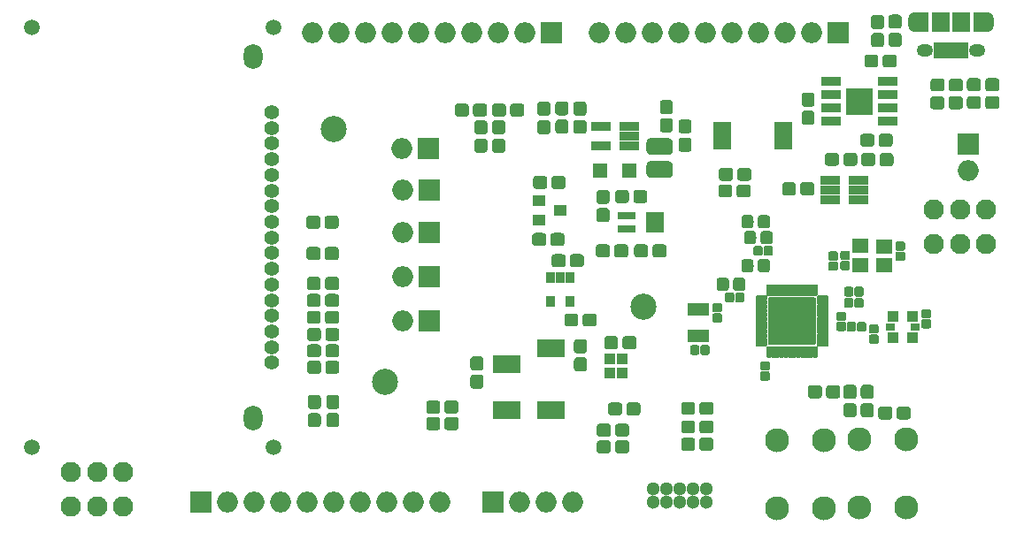
<source format=gbr>
G04 #@! TF.GenerationSoftware,KiCad,Pcbnew,5.0.2-bee76a0~70~ubuntu18.04.1*
G04 #@! TF.CreationDate,2018-12-12T17:35:25-08:00*
G04 #@! TF.ProjectId,NRF52832_Reference,4e524635-3238-4333-925f-526566657265,rev?*
G04 #@! TF.SameCoordinates,Original*
G04 #@! TF.FileFunction,Soldermask,Top*
G04 #@! TF.FilePolarity,Negative*
%FSLAX46Y46*%
G04 Gerber Fmt 4.6, Leading zero omitted, Abs format (unit mm)*
G04 Created by KiCad (PCBNEW 5.0.2-bee76a0~70~ubuntu18.04.1) date Wed 12 Dec 2018 05:35:25 PM PST*
%MOMM*%
%LPD*%
G01*
G04 APERTURE LIST*
%ADD10C,0.150000*%
%ADD11C,2.500000*%
%ADD12C,1.250000*%
%ADD13C,0.890000*%
%ADD14C,1.175000*%
%ADD15R,1.400000X1.400000*%
%ADD16R,2.000000X2.000000*%
%ADD17O,2.000000X2.000000*%
%ADD18C,1.300000*%
%ADD19R,1.100000X1.050000*%
%ADD20R,0.880000X0.800000*%
%ADD21R,0.700000X1.650000*%
%ADD22O,1.550000X1.250000*%
%ADD23R,1.800000X1.850000*%
%ADD24R,1.500000X1.850000*%
%ADD25O,1.190000X1.850000*%
%ADD26C,1.600000*%
%ADD27C,2.300000*%
%ADD28C,1.950000*%
%ADD29R,0.750000X1.750000*%
%ADD30C,1.400000*%
%ADD31O,1.800000X2.400000*%
%ADD32C,1.500000*%
%ADD33R,1.000000X1.050000*%
%ADD34C,4.600000*%
%ADD35C,0.500000*%
%ADD36R,1.860000X0.950000*%
%ADD37R,1.850000X0.900000*%
%ADD38R,2.650000X2.650000*%
%ADD39R,1.800000X0.700000*%
%ADD40R,1.200000X1.100000*%
%ADD41R,1.750000X0.750000*%
%ADD42R,2.100000X1.300000*%
%ADD43R,1.600000X1.350000*%
%ADD44R,0.810000X1.000000*%
G04 APERTURE END LIST*
D10*
G04 #@! TO.C,J16*
G36*
X177199300Y-106115030D02*
X177199300Y-105361500D01*
X177997914Y-105361500D01*
X177997914Y-106115030D01*
X177199300Y-106115030D01*
G37*
G36*
X177099300Y-104962526D02*
X177099300Y-104461500D01*
X177675729Y-104461500D01*
X177675729Y-104962526D01*
X177099300Y-104962526D01*
G37*
G36*
X177199300Y-104059633D02*
X177199300Y-103311500D01*
X177997720Y-103311500D01*
X177997720Y-104059633D01*
X177199300Y-104059633D01*
G37*
G36*
X179099300Y-104059687D02*
X179099300Y-103311500D01*
X179903060Y-103311500D01*
X179903060Y-104059687D01*
X179099300Y-104059687D01*
G37*
G36*
X179419300Y-104962326D02*
X179419300Y-104461500D01*
X180004090Y-104461500D01*
X180004090Y-104962326D01*
X179419300Y-104962326D01*
G37*
G36*
X179099300Y-106114550D02*
X179099300Y-105361500D01*
X179902250Y-105361500D01*
X179902250Y-106114550D01*
X179099300Y-106114550D01*
G37*
G04 #@! TD*
D11*
G04 #@! TO.C,M3*
X153733500Y-102806500D03*
G04 #@! TD*
G04 #@! TO.C,M2*
X129032000Y-109982000D03*
G04 #@! TD*
D10*
G04 #@! TO.C,C1*
G36*
X148044130Y-105893505D02*
X148074466Y-105898005D01*
X148104214Y-105905456D01*
X148133089Y-105915788D01*
X148160811Y-105928900D01*
X148187116Y-105944666D01*
X148211748Y-105962934D01*
X148234471Y-105983529D01*
X148255066Y-106006252D01*
X148273334Y-106030884D01*
X148289100Y-106057189D01*
X148302212Y-106084911D01*
X148312544Y-106113786D01*
X148319995Y-106143534D01*
X148324495Y-106173870D01*
X148326000Y-106204500D01*
X148326000Y-106929500D01*
X148324495Y-106960130D01*
X148319995Y-106990466D01*
X148312544Y-107020214D01*
X148302212Y-107049089D01*
X148289100Y-107076811D01*
X148273334Y-107103116D01*
X148255066Y-107127748D01*
X148234471Y-107150471D01*
X148211748Y-107171066D01*
X148187116Y-107189334D01*
X148160811Y-107205100D01*
X148133089Y-107218212D01*
X148104214Y-107228544D01*
X148074466Y-107235995D01*
X148044130Y-107240495D01*
X148013500Y-107242000D01*
X147388500Y-107242000D01*
X147357870Y-107240495D01*
X147327534Y-107235995D01*
X147297786Y-107228544D01*
X147268911Y-107218212D01*
X147241189Y-107205100D01*
X147214884Y-107189334D01*
X147190252Y-107171066D01*
X147167529Y-107150471D01*
X147146934Y-107127748D01*
X147128666Y-107103116D01*
X147112900Y-107076811D01*
X147099788Y-107049089D01*
X147089456Y-107020214D01*
X147082005Y-106990466D01*
X147077505Y-106960130D01*
X147076000Y-106929500D01*
X147076000Y-106204500D01*
X147077505Y-106173870D01*
X147082005Y-106143534D01*
X147089456Y-106113786D01*
X147099788Y-106084911D01*
X147112900Y-106057189D01*
X147128666Y-106030884D01*
X147146934Y-106006252D01*
X147167529Y-105983529D01*
X147190252Y-105962934D01*
X147214884Y-105944666D01*
X147241189Y-105928900D01*
X147268911Y-105915788D01*
X147297786Y-105905456D01*
X147327534Y-105898005D01*
X147357870Y-105893505D01*
X147388500Y-105892000D01*
X148013500Y-105892000D01*
X148044130Y-105893505D01*
X148044130Y-105893505D01*
G37*
D12*
X147701000Y-106567000D03*
D10*
G36*
X148044130Y-107643505D02*
X148074466Y-107648005D01*
X148104214Y-107655456D01*
X148133089Y-107665788D01*
X148160811Y-107678900D01*
X148187116Y-107694666D01*
X148211748Y-107712934D01*
X148234471Y-107733529D01*
X148255066Y-107756252D01*
X148273334Y-107780884D01*
X148289100Y-107807189D01*
X148302212Y-107834911D01*
X148312544Y-107863786D01*
X148319995Y-107893534D01*
X148324495Y-107923870D01*
X148326000Y-107954500D01*
X148326000Y-108679500D01*
X148324495Y-108710130D01*
X148319995Y-108740466D01*
X148312544Y-108770214D01*
X148302212Y-108799089D01*
X148289100Y-108826811D01*
X148273334Y-108853116D01*
X148255066Y-108877748D01*
X148234471Y-108900471D01*
X148211748Y-108921066D01*
X148187116Y-108939334D01*
X148160811Y-108955100D01*
X148133089Y-108968212D01*
X148104214Y-108978544D01*
X148074466Y-108985995D01*
X148044130Y-108990495D01*
X148013500Y-108992000D01*
X147388500Y-108992000D01*
X147357870Y-108990495D01*
X147327534Y-108985995D01*
X147297786Y-108978544D01*
X147268911Y-108968212D01*
X147241189Y-108955100D01*
X147214884Y-108939334D01*
X147190252Y-108921066D01*
X147167529Y-108900471D01*
X147146934Y-108877748D01*
X147128666Y-108853116D01*
X147112900Y-108826811D01*
X147099788Y-108799089D01*
X147089456Y-108770214D01*
X147082005Y-108740466D01*
X147077505Y-108710130D01*
X147076000Y-108679500D01*
X147076000Y-107954500D01*
X147077505Y-107923870D01*
X147082005Y-107893534D01*
X147089456Y-107863786D01*
X147099788Y-107834911D01*
X147112900Y-107807189D01*
X147128666Y-107780884D01*
X147146934Y-107756252D01*
X147167529Y-107733529D01*
X147190252Y-107712934D01*
X147214884Y-107694666D01*
X147241189Y-107678900D01*
X147268911Y-107665788D01*
X147297786Y-107655456D01*
X147327534Y-107648005D01*
X147357870Y-107643505D01*
X147388500Y-107642000D01*
X148013500Y-107642000D01*
X148044130Y-107643505D01*
X148044130Y-107643505D01*
G37*
D12*
X147701000Y-108317000D03*
G04 #@! TD*
D10*
G04 #@! TO.C,C2*
G36*
X122581130Y-99935105D02*
X122611466Y-99939605D01*
X122641214Y-99947056D01*
X122670089Y-99957388D01*
X122697811Y-99970500D01*
X122724116Y-99986266D01*
X122748748Y-100004534D01*
X122771471Y-100025129D01*
X122792066Y-100047852D01*
X122810334Y-100072484D01*
X122826100Y-100098789D01*
X122839212Y-100126511D01*
X122849544Y-100155386D01*
X122856995Y-100185134D01*
X122861495Y-100215470D01*
X122863000Y-100246100D01*
X122863000Y-100871100D01*
X122861495Y-100901730D01*
X122856995Y-100932066D01*
X122849544Y-100961814D01*
X122839212Y-100990689D01*
X122826100Y-101018411D01*
X122810334Y-101044716D01*
X122792066Y-101069348D01*
X122771471Y-101092071D01*
X122748748Y-101112666D01*
X122724116Y-101130934D01*
X122697811Y-101146700D01*
X122670089Y-101159812D01*
X122641214Y-101170144D01*
X122611466Y-101177595D01*
X122581130Y-101182095D01*
X122550500Y-101183600D01*
X121825500Y-101183600D01*
X121794870Y-101182095D01*
X121764534Y-101177595D01*
X121734786Y-101170144D01*
X121705911Y-101159812D01*
X121678189Y-101146700D01*
X121651884Y-101130934D01*
X121627252Y-101112666D01*
X121604529Y-101092071D01*
X121583934Y-101069348D01*
X121565666Y-101044716D01*
X121549900Y-101018411D01*
X121536788Y-100990689D01*
X121526456Y-100961814D01*
X121519005Y-100932066D01*
X121514505Y-100901730D01*
X121513000Y-100871100D01*
X121513000Y-100246100D01*
X121514505Y-100215470D01*
X121519005Y-100185134D01*
X121526456Y-100155386D01*
X121536788Y-100126511D01*
X121549900Y-100098789D01*
X121565666Y-100072484D01*
X121583934Y-100047852D01*
X121604529Y-100025129D01*
X121627252Y-100004534D01*
X121651884Y-99986266D01*
X121678189Y-99970500D01*
X121705911Y-99957388D01*
X121734786Y-99947056D01*
X121764534Y-99939605D01*
X121794870Y-99935105D01*
X121825500Y-99933600D01*
X122550500Y-99933600D01*
X122581130Y-99935105D01*
X122581130Y-99935105D01*
G37*
D12*
X122188000Y-100558600D03*
D10*
G36*
X124331130Y-99935105D02*
X124361466Y-99939605D01*
X124391214Y-99947056D01*
X124420089Y-99957388D01*
X124447811Y-99970500D01*
X124474116Y-99986266D01*
X124498748Y-100004534D01*
X124521471Y-100025129D01*
X124542066Y-100047852D01*
X124560334Y-100072484D01*
X124576100Y-100098789D01*
X124589212Y-100126511D01*
X124599544Y-100155386D01*
X124606995Y-100185134D01*
X124611495Y-100215470D01*
X124613000Y-100246100D01*
X124613000Y-100871100D01*
X124611495Y-100901730D01*
X124606995Y-100932066D01*
X124599544Y-100961814D01*
X124589212Y-100990689D01*
X124576100Y-101018411D01*
X124560334Y-101044716D01*
X124542066Y-101069348D01*
X124521471Y-101092071D01*
X124498748Y-101112666D01*
X124474116Y-101130934D01*
X124447811Y-101146700D01*
X124420089Y-101159812D01*
X124391214Y-101170144D01*
X124361466Y-101177595D01*
X124331130Y-101182095D01*
X124300500Y-101183600D01*
X123575500Y-101183600D01*
X123544870Y-101182095D01*
X123514534Y-101177595D01*
X123484786Y-101170144D01*
X123455911Y-101159812D01*
X123428189Y-101146700D01*
X123401884Y-101130934D01*
X123377252Y-101112666D01*
X123354529Y-101092071D01*
X123333934Y-101069348D01*
X123315666Y-101044716D01*
X123299900Y-101018411D01*
X123286788Y-100990689D01*
X123276456Y-100961814D01*
X123269005Y-100932066D01*
X123264505Y-100901730D01*
X123263000Y-100871100D01*
X123263000Y-100246100D01*
X123264505Y-100215470D01*
X123269005Y-100185134D01*
X123276456Y-100155386D01*
X123286788Y-100126511D01*
X123299900Y-100098789D01*
X123315666Y-100072484D01*
X123333934Y-100047852D01*
X123354529Y-100025129D01*
X123377252Y-100004534D01*
X123401884Y-99986266D01*
X123428189Y-99970500D01*
X123455911Y-99957388D01*
X123484786Y-99947056D01*
X123514534Y-99939605D01*
X123544870Y-99935105D01*
X123575500Y-99933600D01*
X124300500Y-99933600D01*
X124331130Y-99935105D01*
X124331130Y-99935105D01*
G37*
D12*
X123938000Y-100558600D03*
G04 #@! TD*
D10*
G04 #@! TO.C,C3*
G36*
X122555730Y-97064905D02*
X122586066Y-97069405D01*
X122615814Y-97076856D01*
X122644689Y-97087188D01*
X122672411Y-97100300D01*
X122698716Y-97116066D01*
X122723348Y-97134334D01*
X122746071Y-97154929D01*
X122766666Y-97177652D01*
X122784934Y-97202284D01*
X122800700Y-97228589D01*
X122813812Y-97256311D01*
X122824144Y-97285186D01*
X122831595Y-97314934D01*
X122836095Y-97345270D01*
X122837600Y-97375900D01*
X122837600Y-98000900D01*
X122836095Y-98031530D01*
X122831595Y-98061866D01*
X122824144Y-98091614D01*
X122813812Y-98120489D01*
X122800700Y-98148211D01*
X122784934Y-98174516D01*
X122766666Y-98199148D01*
X122746071Y-98221871D01*
X122723348Y-98242466D01*
X122698716Y-98260734D01*
X122672411Y-98276500D01*
X122644689Y-98289612D01*
X122615814Y-98299944D01*
X122586066Y-98307395D01*
X122555730Y-98311895D01*
X122525100Y-98313400D01*
X121800100Y-98313400D01*
X121769470Y-98311895D01*
X121739134Y-98307395D01*
X121709386Y-98299944D01*
X121680511Y-98289612D01*
X121652789Y-98276500D01*
X121626484Y-98260734D01*
X121601852Y-98242466D01*
X121579129Y-98221871D01*
X121558534Y-98199148D01*
X121540266Y-98174516D01*
X121524500Y-98148211D01*
X121511388Y-98120489D01*
X121501056Y-98091614D01*
X121493605Y-98061866D01*
X121489105Y-98031530D01*
X121487600Y-98000900D01*
X121487600Y-97375900D01*
X121489105Y-97345270D01*
X121493605Y-97314934D01*
X121501056Y-97285186D01*
X121511388Y-97256311D01*
X121524500Y-97228589D01*
X121540266Y-97202284D01*
X121558534Y-97177652D01*
X121579129Y-97154929D01*
X121601852Y-97134334D01*
X121626484Y-97116066D01*
X121652789Y-97100300D01*
X121680511Y-97087188D01*
X121709386Y-97076856D01*
X121739134Y-97069405D01*
X121769470Y-97064905D01*
X121800100Y-97063400D01*
X122525100Y-97063400D01*
X122555730Y-97064905D01*
X122555730Y-97064905D01*
G37*
D12*
X122162600Y-97688400D03*
D10*
G36*
X124305730Y-97064905D02*
X124336066Y-97069405D01*
X124365814Y-97076856D01*
X124394689Y-97087188D01*
X124422411Y-97100300D01*
X124448716Y-97116066D01*
X124473348Y-97134334D01*
X124496071Y-97154929D01*
X124516666Y-97177652D01*
X124534934Y-97202284D01*
X124550700Y-97228589D01*
X124563812Y-97256311D01*
X124574144Y-97285186D01*
X124581595Y-97314934D01*
X124586095Y-97345270D01*
X124587600Y-97375900D01*
X124587600Y-98000900D01*
X124586095Y-98031530D01*
X124581595Y-98061866D01*
X124574144Y-98091614D01*
X124563812Y-98120489D01*
X124550700Y-98148211D01*
X124534934Y-98174516D01*
X124516666Y-98199148D01*
X124496071Y-98221871D01*
X124473348Y-98242466D01*
X124448716Y-98260734D01*
X124422411Y-98276500D01*
X124394689Y-98289612D01*
X124365814Y-98299944D01*
X124336066Y-98307395D01*
X124305730Y-98311895D01*
X124275100Y-98313400D01*
X123550100Y-98313400D01*
X123519470Y-98311895D01*
X123489134Y-98307395D01*
X123459386Y-98299944D01*
X123430511Y-98289612D01*
X123402789Y-98276500D01*
X123376484Y-98260734D01*
X123351852Y-98242466D01*
X123329129Y-98221871D01*
X123308534Y-98199148D01*
X123290266Y-98174516D01*
X123274500Y-98148211D01*
X123261388Y-98120489D01*
X123251056Y-98091614D01*
X123243605Y-98061866D01*
X123239105Y-98031530D01*
X123237600Y-98000900D01*
X123237600Y-97375900D01*
X123239105Y-97345270D01*
X123243605Y-97314934D01*
X123251056Y-97285186D01*
X123261388Y-97256311D01*
X123274500Y-97228589D01*
X123290266Y-97202284D01*
X123308534Y-97177652D01*
X123329129Y-97154929D01*
X123351852Y-97134334D01*
X123376484Y-97116066D01*
X123402789Y-97100300D01*
X123430511Y-97087188D01*
X123459386Y-97076856D01*
X123489134Y-97069405D01*
X123519470Y-97064905D01*
X123550100Y-97063400D01*
X124275100Y-97063400D01*
X124305730Y-97064905D01*
X124305730Y-97064905D01*
G37*
D12*
X123912600Y-97688400D03*
G04 #@! TD*
D10*
G04 #@! TO.C,C4*
G36*
X151029130Y-105612005D02*
X151059466Y-105616505D01*
X151089214Y-105623956D01*
X151118089Y-105634288D01*
X151145811Y-105647400D01*
X151172116Y-105663166D01*
X151196748Y-105681434D01*
X151219471Y-105702029D01*
X151240066Y-105724752D01*
X151258334Y-105749384D01*
X151274100Y-105775689D01*
X151287212Y-105803411D01*
X151297544Y-105832286D01*
X151304995Y-105862034D01*
X151309495Y-105892370D01*
X151311000Y-105923000D01*
X151311000Y-106548000D01*
X151309495Y-106578630D01*
X151304995Y-106608966D01*
X151297544Y-106638714D01*
X151287212Y-106667589D01*
X151274100Y-106695311D01*
X151258334Y-106721616D01*
X151240066Y-106746248D01*
X151219471Y-106768971D01*
X151196748Y-106789566D01*
X151172116Y-106807834D01*
X151145811Y-106823600D01*
X151118089Y-106836712D01*
X151089214Y-106847044D01*
X151059466Y-106854495D01*
X151029130Y-106858995D01*
X150998500Y-106860500D01*
X150273500Y-106860500D01*
X150242870Y-106858995D01*
X150212534Y-106854495D01*
X150182786Y-106847044D01*
X150153911Y-106836712D01*
X150126189Y-106823600D01*
X150099884Y-106807834D01*
X150075252Y-106789566D01*
X150052529Y-106768971D01*
X150031934Y-106746248D01*
X150013666Y-106721616D01*
X149997900Y-106695311D01*
X149984788Y-106667589D01*
X149974456Y-106638714D01*
X149967005Y-106608966D01*
X149962505Y-106578630D01*
X149961000Y-106548000D01*
X149961000Y-105923000D01*
X149962505Y-105892370D01*
X149967005Y-105862034D01*
X149974456Y-105832286D01*
X149984788Y-105803411D01*
X149997900Y-105775689D01*
X150013666Y-105749384D01*
X150031934Y-105724752D01*
X150052529Y-105702029D01*
X150075252Y-105681434D01*
X150099884Y-105663166D01*
X150126189Y-105647400D01*
X150153911Y-105634288D01*
X150182786Y-105623956D01*
X150212534Y-105616505D01*
X150242870Y-105612005D01*
X150273500Y-105610500D01*
X150998500Y-105610500D01*
X151029130Y-105612005D01*
X151029130Y-105612005D01*
G37*
D12*
X150636000Y-106235500D03*
D10*
G36*
X152779130Y-105612005D02*
X152809466Y-105616505D01*
X152839214Y-105623956D01*
X152868089Y-105634288D01*
X152895811Y-105647400D01*
X152922116Y-105663166D01*
X152946748Y-105681434D01*
X152969471Y-105702029D01*
X152990066Y-105724752D01*
X153008334Y-105749384D01*
X153024100Y-105775689D01*
X153037212Y-105803411D01*
X153047544Y-105832286D01*
X153054995Y-105862034D01*
X153059495Y-105892370D01*
X153061000Y-105923000D01*
X153061000Y-106548000D01*
X153059495Y-106578630D01*
X153054995Y-106608966D01*
X153047544Y-106638714D01*
X153037212Y-106667589D01*
X153024100Y-106695311D01*
X153008334Y-106721616D01*
X152990066Y-106746248D01*
X152969471Y-106768971D01*
X152946748Y-106789566D01*
X152922116Y-106807834D01*
X152895811Y-106823600D01*
X152868089Y-106836712D01*
X152839214Y-106847044D01*
X152809466Y-106854495D01*
X152779130Y-106858995D01*
X152748500Y-106860500D01*
X152023500Y-106860500D01*
X151992870Y-106858995D01*
X151962534Y-106854495D01*
X151932786Y-106847044D01*
X151903911Y-106836712D01*
X151876189Y-106823600D01*
X151849884Y-106807834D01*
X151825252Y-106789566D01*
X151802529Y-106768971D01*
X151781934Y-106746248D01*
X151763666Y-106721616D01*
X151747900Y-106695311D01*
X151734788Y-106667589D01*
X151724456Y-106638714D01*
X151717005Y-106608966D01*
X151712505Y-106578630D01*
X151711000Y-106548000D01*
X151711000Y-105923000D01*
X151712505Y-105892370D01*
X151717005Y-105862034D01*
X151724456Y-105832286D01*
X151734788Y-105803411D01*
X151747900Y-105775689D01*
X151763666Y-105749384D01*
X151781934Y-105724752D01*
X151802529Y-105702029D01*
X151825252Y-105681434D01*
X151849884Y-105663166D01*
X151876189Y-105647400D01*
X151903911Y-105634288D01*
X151932786Y-105623956D01*
X151962534Y-105616505D01*
X151992870Y-105612005D01*
X152023500Y-105610500D01*
X152748500Y-105610500D01*
X152779130Y-105612005D01*
X152779130Y-105612005D01*
G37*
D12*
X152386000Y-106235500D03*
G04 #@! TD*
D10*
G04 #@! TO.C,C5*
G36*
X122581130Y-101560705D02*
X122611466Y-101565205D01*
X122641214Y-101572656D01*
X122670089Y-101582988D01*
X122697811Y-101596100D01*
X122724116Y-101611866D01*
X122748748Y-101630134D01*
X122771471Y-101650729D01*
X122792066Y-101673452D01*
X122810334Y-101698084D01*
X122826100Y-101724389D01*
X122839212Y-101752111D01*
X122849544Y-101780986D01*
X122856995Y-101810734D01*
X122861495Y-101841070D01*
X122863000Y-101871700D01*
X122863000Y-102496700D01*
X122861495Y-102527330D01*
X122856995Y-102557666D01*
X122849544Y-102587414D01*
X122839212Y-102616289D01*
X122826100Y-102644011D01*
X122810334Y-102670316D01*
X122792066Y-102694948D01*
X122771471Y-102717671D01*
X122748748Y-102738266D01*
X122724116Y-102756534D01*
X122697811Y-102772300D01*
X122670089Y-102785412D01*
X122641214Y-102795744D01*
X122611466Y-102803195D01*
X122581130Y-102807695D01*
X122550500Y-102809200D01*
X121825500Y-102809200D01*
X121794870Y-102807695D01*
X121764534Y-102803195D01*
X121734786Y-102795744D01*
X121705911Y-102785412D01*
X121678189Y-102772300D01*
X121651884Y-102756534D01*
X121627252Y-102738266D01*
X121604529Y-102717671D01*
X121583934Y-102694948D01*
X121565666Y-102670316D01*
X121549900Y-102644011D01*
X121536788Y-102616289D01*
X121526456Y-102587414D01*
X121519005Y-102557666D01*
X121514505Y-102527330D01*
X121513000Y-102496700D01*
X121513000Y-101871700D01*
X121514505Y-101841070D01*
X121519005Y-101810734D01*
X121526456Y-101780986D01*
X121536788Y-101752111D01*
X121549900Y-101724389D01*
X121565666Y-101698084D01*
X121583934Y-101673452D01*
X121604529Y-101650729D01*
X121627252Y-101630134D01*
X121651884Y-101611866D01*
X121678189Y-101596100D01*
X121705911Y-101582988D01*
X121734786Y-101572656D01*
X121764534Y-101565205D01*
X121794870Y-101560705D01*
X121825500Y-101559200D01*
X122550500Y-101559200D01*
X122581130Y-101560705D01*
X122581130Y-101560705D01*
G37*
D12*
X122188000Y-102184200D03*
D10*
G36*
X124331130Y-101560705D02*
X124361466Y-101565205D01*
X124391214Y-101572656D01*
X124420089Y-101582988D01*
X124447811Y-101596100D01*
X124474116Y-101611866D01*
X124498748Y-101630134D01*
X124521471Y-101650729D01*
X124542066Y-101673452D01*
X124560334Y-101698084D01*
X124576100Y-101724389D01*
X124589212Y-101752111D01*
X124599544Y-101780986D01*
X124606995Y-101810734D01*
X124611495Y-101841070D01*
X124613000Y-101871700D01*
X124613000Y-102496700D01*
X124611495Y-102527330D01*
X124606995Y-102557666D01*
X124599544Y-102587414D01*
X124589212Y-102616289D01*
X124576100Y-102644011D01*
X124560334Y-102670316D01*
X124542066Y-102694948D01*
X124521471Y-102717671D01*
X124498748Y-102738266D01*
X124474116Y-102756534D01*
X124447811Y-102772300D01*
X124420089Y-102785412D01*
X124391214Y-102795744D01*
X124361466Y-102803195D01*
X124331130Y-102807695D01*
X124300500Y-102809200D01*
X123575500Y-102809200D01*
X123544870Y-102807695D01*
X123514534Y-102803195D01*
X123484786Y-102795744D01*
X123455911Y-102785412D01*
X123428189Y-102772300D01*
X123401884Y-102756534D01*
X123377252Y-102738266D01*
X123354529Y-102717671D01*
X123333934Y-102694948D01*
X123315666Y-102670316D01*
X123299900Y-102644011D01*
X123286788Y-102616289D01*
X123276456Y-102587414D01*
X123269005Y-102557666D01*
X123264505Y-102527330D01*
X123263000Y-102496700D01*
X123263000Y-101871700D01*
X123264505Y-101841070D01*
X123269005Y-101810734D01*
X123276456Y-101780986D01*
X123286788Y-101752111D01*
X123299900Y-101724389D01*
X123315666Y-101698084D01*
X123333934Y-101673452D01*
X123354529Y-101650729D01*
X123377252Y-101630134D01*
X123401884Y-101611866D01*
X123428189Y-101596100D01*
X123455911Y-101582988D01*
X123484786Y-101572656D01*
X123514534Y-101565205D01*
X123544870Y-101560705D01*
X123575500Y-101559200D01*
X124300500Y-101559200D01*
X124331130Y-101560705D01*
X124331130Y-101560705D01*
G37*
D12*
X123938000Y-102184200D03*
G04 #@! TD*
D10*
G04 #@! TO.C,C6*
G36*
X124331130Y-103186305D02*
X124361466Y-103190805D01*
X124391214Y-103198256D01*
X124420089Y-103208588D01*
X124447811Y-103221700D01*
X124474116Y-103237466D01*
X124498748Y-103255734D01*
X124521471Y-103276329D01*
X124542066Y-103299052D01*
X124560334Y-103323684D01*
X124576100Y-103349989D01*
X124589212Y-103377711D01*
X124599544Y-103406586D01*
X124606995Y-103436334D01*
X124611495Y-103466670D01*
X124613000Y-103497300D01*
X124613000Y-104122300D01*
X124611495Y-104152930D01*
X124606995Y-104183266D01*
X124599544Y-104213014D01*
X124589212Y-104241889D01*
X124576100Y-104269611D01*
X124560334Y-104295916D01*
X124542066Y-104320548D01*
X124521471Y-104343271D01*
X124498748Y-104363866D01*
X124474116Y-104382134D01*
X124447811Y-104397900D01*
X124420089Y-104411012D01*
X124391214Y-104421344D01*
X124361466Y-104428795D01*
X124331130Y-104433295D01*
X124300500Y-104434800D01*
X123575500Y-104434800D01*
X123544870Y-104433295D01*
X123514534Y-104428795D01*
X123484786Y-104421344D01*
X123455911Y-104411012D01*
X123428189Y-104397900D01*
X123401884Y-104382134D01*
X123377252Y-104363866D01*
X123354529Y-104343271D01*
X123333934Y-104320548D01*
X123315666Y-104295916D01*
X123299900Y-104269611D01*
X123286788Y-104241889D01*
X123276456Y-104213014D01*
X123269005Y-104183266D01*
X123264505Y-104152930D01*
X123263000Y-104122300D01*
X123263000Y-103497300D01*
X123264505Y-103466670D01*
X123269005Y-103436334D01*
X123276456Y-103406586D01*
X123286788Y-103377711D01*
X123299900Y-103349989D01*
X123315666Y-103323684D01*
X123333934Y-103299052D01*
X123354529Y-103276329D01*
X123377252Y-103255734D01*
X123401884Y-103237466D01*
X123428189Y-103221700D01*
X123455911Y-103208588D01*
X123484786Y-103198256D01*
X123514534Y-103190805D01*
X123544870Y-103186305D01*
X123575500Y-103184800D01*
X124300500Y-103184800D01*
X124331130Y-103186305D01*
X124331130Y-103186305D01*
G37*
D12*
X123938000Y-103809800D03*
D10*
G36*
X122581130Y-103186305D02*
X122611466Y-103190805D01*
X122641214Y-103198256D01*
X122670089Y-103208588D01*
X122697811Y-103221700D01*
X122724116Y-103237466D01*
X122748748Y-103255734D01*
X122771471Y-103276329D01*
X122792066Y-103299052D01*
X122810334Y-103323684D01*
X122826100Y-103349989D01*
X122839212Y-103377711D01*
X122849544Y-103406586D01*
X122856995Y-103436334D01*
X122861495Y-103466670D01*
X122863000Y-103497300D01*
X122863000Y-104122300D01*
X122861495Y-104152930D01*
X122856995Y-104183266D01*
X122849544Y-104213014D01*
X122839212Y-104241889D01*
X122826100Y-104269611D01*
X122810334Y-104295916D01*
X122792066Y-104320548D01*
X122771471Y-104343271D01*
X122748748Y-104363866D01*
X122724116Y-104382134D01*
X122697811Y-104397900D01*
X122670089Y-104411012D01*
X122641214Y-104421344D01*
X122611466Y-104428795D01*
X122581130Y-104433295D01*
X122550500Y-104434800D01*
X121825500Y-104434800D01*
X121794870Y-104433295D01*
X121764534Y-104428795D01*
X121734786Y-104421344D01*
X121705911Y-104411012D01*
X121678189Y-104397900D01*
X121651884Y-104382134D01*
X121627252Y-104363866D01*
X121604529Y-104343271D01*
X121583934Y-104320548D01*
X121565666Y-104295916D01*
X121549900Y-104269611D01*
X121536788Y-104241889D01*
X121526456Y-104213014D01*
X121519005Y-104183266D01*
X121514505Y-104152930D01*
X121513000Y-104122300D01*
X121513000Y-103497300D01*
X121514505Y-103466670D01*
X121519005Y-103436334D01*
X121526456Y-103406586D01*
X121536788Y-103377711D01*
X121549900Y-103349989D01*
X121565666Y-103323684D01*
X121583934Y-103299052D01*
X121604529Y-103276329D01*
X121627252Y-103255734D01*
X121651884Y-103237466D01*
X121678189Y-103221700D01*
X121705911Y-103208588D01*
X121734786Y-103198256D01*
X121764534Y-103190805D01*
X121794870Y-103186305D01*
X121825500Y-103184800D01*
X122550500Y-103184800D01*
X122581130Y-103186305D01*
X122581130Y-103186305D01*
G37*
D12*
X122188000Y-103809800D03*
G04 #@! TD*
D10*
G04 #@! TO.C,C7*
G36*
X122606530Y-104811905D02*
X122636866Y-104816405D01*
X122666614Y-104823856D01*
X122695489Y-104834188D01*
X122723211Y-104847300D01*
X122749516Y-104863066D01*
X122774148Y-104881334D01*
X122796871Y-104901929D01*
X122817466Y-104924652D01*
X122835734Y-104949284D01*
X122851500Y-104975589D01*
X122864612Y-105003311D01*
X122874944Y-105032186D01*
X122882395Y-105061934D01*
X122886895Y-105092270D01*
X122888400Y-105122900D01*
X122888400Y-105747900D01*
X122886895Y-105778530D01*
X122882395Y-105808866D01*
X122874944Y-105838614D01*
X122864612Y-105867489D01*
X122851500Y-105895211D01*
X122835734Y-105921516D01*
X122817466Y-105946148D01*
X122796871Y-105968871D01*
X122774148Y-105989466D01*
X122749516Y-106007734D01*
X122723211Y-106023500D01*
X122695489Y-106036612D01*
X122666614Y-106046944D01*
X122636866Y-106054395D01*
X122606530Y-106058895D01*
X122575900Y-106060400D01*
X121850900Y-106060400D01*
X121820270Y-106058895D01*
X121789934Y-106054395D01*
X121760186Y-106046944D01*
X121731311Y-106036612D01*
X121703589Y-106023500D01*
X121677284Y-106007734D01*
X121652652Y-105989466D01*
X121629929Y-105968871D01*
X121609334Y-105946148D01*
X121591066Y-105921516D01*
X121575300Y-105895211D01*
X121562188Y-105867489D01*
X121551856Y-105838614D01*
X121544405Y-105808866D01*
X121539905Y-105778530D01*
X121538400Y-105747900D01*
X121538400Y-105122900D01*
X121539905Y-105092270D01*
X121544405Y-105061934D01*
X121551856Y-105032186D01*
X121562188Y-105003311D01*
X121575300Y-104975589D01*
X121591066Y-104949284D01*
X121609334Y-104924652D01*
X121629929Y-104901929D01*
X121652652Y-104881334D01*
X121677284Y-104863066D01*
X121703589Y-104847300D01*
X121731311Y-104834188D01*
X121760186Y-104823856D01*
X121789934Y-104816405D01*
X121820270Y-104811905D01*
X121850900Y-104810400D01*
X122575900Y-104810400D01*
X122606530Y-104811905D01*
X122606530Y-104811905D01*
G37*
D12*
X122213400Y-105435400D03*
D10*
G36*
X124356530Y-104811905D02*
X124386866Y-104816405D01*
X124416614Y-104823856D01*
X124445489Y-104834188D01*
X124473211Y-104847300D01*
X124499516Y-104863066D01*
X124524148Y-104881334D01*
X124546871Y-104901929D01*
X124567466Y-104924652D01*
X124585734Y-104949284D01*
X124601500Y-104975589D01*
X124614612Y-105003311D01*
X124624944Y-105032186D01*
X124632395Y-105061934D01*
X124636895Y-105092270D01*
X124638400Y-105122900D01*
X124638400Y-105747900D01*
X124636895Y-105778530D01*
X124632395Y-105808866D01*
X124624944Y-105838614D01*
X124614612Y-105867489D01*
X124601500Y-105895211D01*
X124585734Y-105921516D01*
X124567466Y-105946148D01*
X124546871Y-105968871D01*
X124524148Y-105989466D01*
X124499516Y-106007734D01*
X124473211Y-106023500D01*
X124445489Y-106036612D01*
X124416614Y-106046944D01*
X124386866Y-106054395D01*
X124356530Y-106058895D01*
X124325900Y-106060400D01*
X123600900Y-106060400D01*
X123570270Y-106058895D01*
X123539934Y-106054395D01*
X123510186Y-106046944D01*
X123481311Y-106036612D01*
X123453589Y-106023500D01*
X123427284Y-106007734D01*
X123402652Y-105989466D01*
X123379929Y-105968871D01*
X123359334Y-105946148D01*
X123341066Y-105921516D01*
X123325300Y-105895211D01*
X123312188Y-105867489D01*
X123301856Y-105838614D01*
X123294405Y-105808866D01*
X123289905Y-105778530D01*
X123288400Y-105747900D01*
X123288400Y-105122900D01*
X123289905Y-105092270D01*
X123294405Y-105061934D01*
X123301856Y-105032186D01*
X123312188Y-105003311D01*
X123325300Y-104975589D01*
X123341066Y-104949284D01*
X123359334Y-104924652D01*
X123379929Y-104901929D01*
X123402652Y-104881334D01*
X123427284Y-104863066D01*
X123453589Y-104847300D01*
X123481311Y-104834188D01*
X123510186Y-104823856D01*
X123539934Y-104816405D01*
X123570270Y-104811905D01*
X123600900Y-104810400D01*
X124325900Y-104810400D01*
X124356530Y-104811905D01*
X124356530Y-104811905D01*
G37*
D12*
X123963400Y-105435400D03*
G04 #@! TD*
D10*
G04 #@! TO.C,C8*
G36*
X138138130Y-109294505D02*
X138168466Y-109299005D01*
X138198214Y-109306456D01*
X138227089Y-109316788D01*
X138254811Y-109329900D01*
X138281116Y-109345666D01*
X138305748Y-109363934D01*
X138328471Y-109384529D01*
X138349066Y-109407252D01*
X138367334Y-109431884D01*
X138383100Y-109458189D01*
X138396212Y-109485911D01*
X138406544Y-109514786D01*
X138413995Y-109544534D01*
X138418495Y-109574870D01*
X138420000Y-109605500D01*
X138420000Y-110330500D01*
X138418495Y-110361130D01*
X138413995Y-110391466D01*
X138406544Y-110421214D01*
X138396212Y-110450089D01*
X138383100Y-110477811D01*
X138367334Y-110504116D01*
X138349066Y-110528748D01*
X138328471Y-110551471D01*
X138305748Y-110572066D01*
X138281116Y-110590334D01*
X138254811Y-110606100D01*
X138227089Y-110619212D01*
X138198214Y-110629544D01*
X138168466Y-110636995D01*
X138138130Y-110641495D01*
X138107500Y-110643000D01*
X137482500Y-110643000D01*
X137451870Y-110641495D01*
X137421534Y-110636995D01*
X137391786Y-110629544D01*
X137362911Y-110619212D01*
X137335189Y-110606100D01*
X137308884Y-110590334D01*
X137284252Y-110572066D01*
X137261529Y-110551471D01*
X137240934Y-110528748D01*
X137222666Y-110504116D01*
X137206900Y-110477811D01*
X137193788Y-110450089D01*
X137183456Y-110421214D01*
X137176005Y-110391466D01*
X137171505Y-110361130D01*
X137170000Y-110330500D01*
X137170000Y-109605500D01*
X137171505Y-109574870D01*
X137176005Y-109544534D01*
X137183456Y-109514786D01*
X137193788Y-109485911D01*
X137206900Y-109458189D01*
X137222666Y-109431884D01*
X137240934Y-109407252D01*
X137261529Y-109384529D01*
X137284252Y-109363934D01*
X137308884Y-109345666D01*
X137335189Y-109329900D01*
X137362911Y-109316788D01*
X137391786Y-109306456D01*
X137421534Y-109299005D01*
X137451870Y-109294505D01*
X137482500Y-109293000D01*
X138107500Y-109293000D01*
X138138130Y-109294505D01*
X138138130Y-109294505D01*
G37*
D12*
X137795000Y-109968000D03*
D10*
G36*
X138138130Y-107544505D02*
X138168466Y-107549005D01*
X138198214Y-107556456D01*
X138227089Y-107566788D01*
X138254811Y-107579900D01*
X138281116Y-107595666D01*
X138305748Y-107613934D01*
X138328471Y-107634529D01*
X138349066Y-107657252D01*
X138367334Y-107681884D01*
X138383100Y-107708189D01*
X138396212Y-107735911D01*
X138406544Y-107764786D01*
X138413995Y-107794534D01*
X138418495Y-107824870D01*
X138420000Y-107855500D01*
X138420000Y-108580500D01*
X138418495Y-108611130D01*
X138413995Y-108641466D01*
X138406544Y-108671214D01*
X138396212Y-108700089D01*
X138383100Y-108727811D01*
X138367334Y-108754116D01*
X138349066Y-108778748D01*
X138328471Y-108801471D01*
X138305748Y-108822066D01*
X138281116Y-108840334D01*
X138254811Y-108856100D01*
X138227089Y-108869212D01*
X138198214Y-108879544D01*
X138168466Y-108886995D01*
X138138130Y-108891495D01*
X138107500Y-108893000D01*
X137482500Y-108893000D01*
X137451870Y-108891495D01*
X137421534Y-108886995D01*
X137391786Y-108879544D01*
X137362911Y-108869212D01*
X137335189Y-108856100D01*
X137308884Y-108840334D01*
X137284252Y-108822066D01*
X137261529Y-108801471D01*
X137240934Y-108778748D01*
X137222666Y-108754116D01*
X137206900Y-108727811D01*
X137193788Y-108700089D01*
X137183456Y-108671214D01*
X137176005Y-108641466D01*
X137171505Y-108611130D01*
X137170000Y-108580500D01*
X137170000Y-107855500D01*
X137171505Y-107824870D01*
X137176005Y-107794534D01*
X137183456Y-107764786D01*
X137193788Y-107735911D01*
X137206900Y-107708189D01*
X137222666Y-107681884D01*
X137240934Y-107657252D01*
X137261529Y-107634529D01*
X137284252Y-107613934D01*
X137308884Y-107595666D01*
X137335189Y-107579900D01*
X137362911Y-107566788D01*
X137391786Y-107556456D01*
X137421534Y-107549005D01*
X137451870Y-107544505D01*
X137482500Y-107543000D01*
X138107500Y-107543000D01*
X138138130Y-107544505D01*
X138138130Y-107544505D01*
G37*
D12*
X137795000Y-108218000D03*
G04 #@! TD*
D10*
G04 #@! TO.C,C9*
G36*
X124356530Y-106386705D02*
X124386866Y-106391205D01*
X124416614Y-106398656D01*
X124445489Y-106408988D01*
X124473211Y-106422100D01*
X124499516Y-106437866D01*
X124524148Y-106456134D01*
X124546871Y-106476729D01*
X124567466Y-106499452D01*
X124585734Y-106524084D01*
X124601500Y-106550389D01*
X124614612Y-106578111D01*
X124624944Y-106606986D01*
X124632395Y-106636734D01*
X124636895Y-106667070D01*
X124638400Y-106697700D01*
X124638400Y-107322700D01*
X124636895Y-107353330D01*
X124632395Y-107383666D01*
X124624944Y-107413414D01*
X124614612Y-107442289D01*
X124601500Y-107470011D01*
X124585734Y-107496316D01*
X124567466Y-107520948D01*
X124546871Y-107543671D01*
X124524148Y-107564266D01*
X124499516Y-107582534D01*
X124473211Y-107598300D01*
X124445489Y-107611412D01*
X124416614Y-107621744D01*
X124386866Y-107629195D01*
X124356530Y-107633695D01*
X124325900Y-107635200D01*
X123600900Y-107635200D01*
X123570270Y-107633695D01*
X123539934Y-107629195D01*
X123510186Y-107621744D01*
X123481311Y-107611412D01*
X123453589Y-107598300D01*
X123427284Y-107582534D01*
X123402652Y-107564266D01*
X123379929Y-107543671D01*
X123359334Y-107520948D01*
X123341066Y-107496316D01*
X123325300Y-107470011D01*
X123312188Y-107442289D01*
X123301856Y-107413414D01*
X123294405Y-107383666D01*
X123289905Y-107353330D01*
X123288400Y-107322700D01*
X123288400Y-106697700D01*
X123289905Y-106667070D01*
X123294405Y-106636734D01*
X123301856Y-106606986D01*
X123312188Y-106578111D01*
X123325300Y-106550389D01*
X123341066Y-106524084D01*
X123359334Y-106499452D01*
X123379929Y-106476729D01*
X123402652Y-106456134D01*
X123427284Y-106437866D01*
X123453589Y-106422100D01*
X123481311Y-106408988D01*
X123510186Y-106398656D01*
X123539934Y-106391205D01*
X123570270Y-106386705D01*
X123600900Y-106385200D01*
X124325900Y-106385200D01*
X124356530Y-106386705D01*
X124356530Y-106386705D01*
G37*
D12*
X123963400Y-107010200D03*
D10*
G36*
X122606530Y-106386705D02*
X122636866Y-106391205D01*
X122666614Y-106398656D01*
X122695489Y-106408988D01*
X122723211Y-106422100D01*
X122749516Y-106437866D01*
X122774148Y-106456134D01*
X122796871Y-106476729D01*
X122817466Y-106499452D01*
X122835734Y-106524084D01*
X122851500Y-106550389D01*
X122864612Y-106578111D01*
X122874944Y-106606986D01*
X122882395Y-106636734D01*
X122886895Y-106667070D01*
X122888400Y-106697700D01*
X122888400Y-107322700D01*
X122886895Y-107353330D01*
X122882395Y-107383666D01*
X122874944Y-107413414D01*
X122864612Y-107442289D01*
X122851500Y-107470011D01*
X122835734Y-107496316D01*
X122817466Y-107520948D01*
X122796871Y-107543671D01*
X122774148Y-107564266D01*
X122749516Y-107582534D01*
X122723211Y-107598300D01*
X122695489Y-107611412D01*
X122666614Y-107621744D01*
X122636866Y-107629195D01*
X122606530Y-107633695D01*
X122575900Y-107635200D01*
X121850900Y-107635200D01*
X121820270Y-107633695D01*
X121789934Y-107629195D01*
X121760186Y-107621744D01*
X121731311Y-107611412D01*
X121703589Y-107598300D01*
X121677284Y-107582534D01*
X121652652Y-107564266D01*
X121629929Y-107543671D01*
X121609334Y-107520948D01*
X121591066Y-107496316D01*
X121575300Y-107470011D01*
X121562188Y-107442289D01*
X121551856Y-107413414D01*
X121544405Y-107383666D01*
X121539905Y-107353330D01*
X121538400Y-107322700D01*
X121538400Y-106697700D01*
X121539905Y-106667070D01*
X121544405Y-106636734D01*
X121551856Y-106606986D01*
X121562188Y-106578111D01*
X121575300Y-106550389D01*
X121591066Y-106524084D01*
X121609334Y-106499452D01*
X121629929Y-106476729D01*
X121652652Y-106456134D01*
X121677284Y-106437866D01*
X121703589Y-106422100D01*
X121731311Y-106408988D01*
X121760186Y-106398656D01*
X121789934Y-106391205D01*
X121820270Y-106386705D01*
X121850900Y-106385200D01*
X122575900Y-106385200D01*
X122606530Y-106386705D01*
X122606530Y-106386705D01*
G37*
D12*
X122213400Y-107010200D03*
G04 #@! TD*
D10*
G04 #@! TO.C,C10*
G36*
X122606530Y-107961505D02*
X122636866Y-107966005D01*
X122666614Y-107973456D01*
X122695489Y-107983788D01*
X122723211Y-107996900D01*
X122749516Y-108012666D01*
X122774148Y-108030934D01*
X122796871Y-108051529D01*
X122817466Y-108074252D01*
X122835734Y-108098884D01*
X122851500Y-108125189D01*
X122864612Y-108152911D01*
X122874944Y-108181786D01*
X122882395Y-108211534D01*
X122886895Y-108241870D01*
X122888400Y-108272500D01*
X122888400Y-108897500D01*
X122886895Y-108928130D01*
X122882395Y-108958466D01*
X122874944Y-108988214D01*
X122864612Y-109017089D01*
X122851500Y-109044811D01*
X122835734Y-109071116D01*
X122817466Y-109095748D01*
X122796871Y-109118471D01*
X122774148Y-109139066D01*
X122749516Y-109157334D01*
X122723211Y-109173100D01*
X122695489Y-109186212D01*
X122666614Y-109196544D01*
X122636866Y-109203995D01*
X122606530Y-109208495D01*
X122575900Y-109210000D01*
X121850900Y-109210000D01*
X121820270Y-109208495D01*
X121789934Y-109203995D01*
X121760186Y-109196544D01*
X121731311Y-109186212D01*
X121703589Y-109173100D01*
X121677284Y-109157334D01*
X121652652Y-109139066D01*
X121629929Y-109118471D01*
X121609334Y-109095748D01*
X121591066Y-109071116D01*
X121575300Y-109044811D01*
X121562188Y-109017089D01*
X121551856Y-108988214D01*
X121544405Y-108958466D01*
X121539905Y-108928130D01*
X121538400Y-108897500D01*
X121538400Y-108272500D01*
X121539905Y-108241870D01*
X121544405Y-108211534D01*
X121551856Y-108181786D01*
X121562188Y-108152911D01*
X121575300Y-108125189D01*
X121591066Y-108098884D01*
X121609334Y-108074252D01*
X121629929Y-108051529D01*
X121652652Y-108030934D01*
X121677284Y-108012666D01*
X121703589Y-107996900D01*
X121731311Y-107983788D01*
X121760186Y-107973456D01*
X121789934Y-107966005D01*
X121820270Y-107961505D01*
X121850900Y-107960000D01*
X122575900Y-107960000D01*
X122606530Y-107961505D01*
X122606530Y-107961505D01*
G37*
D12*
X122213400Y-108585000D03*
D10*
G36*
X124356530Y-107961505D02*
X124386866Y-107966005D01*
X124416614Y-107973456D01*
X124445489Y-107983788D01*
X124473211Y-107996900D01*
X124499516Y-108012666D01*
X124524148Y-108030934D01*
X124546871Y-108051529D01*
X124567466Y-108074252D01*
X124585734Y-108098884D01*
X124601500Y-108125189D01*
X124614612Y-108152911D01*
X124624944Y-108181786D01*
X124632395Y-108211534D01*
X124636895Y-108241870D01*
X124638400Y-108272500D01*
X124638400Y-108897500D01*
X124636895Y-108928130D01*
X124632395Y-108958466D01*
X124624944Y-108988214D01*
X124614612Y-109017089D01*
X124601500Y-109044811D01*
X124585734Y-109071116D01*
X124567466Y-109095748D01*
X124546871Y-109118471D01*
X124524148Y-109139066D01*
X124499516Y-109157334D01*
X124473211Y-109173100D01*
X124445489Y-109186212D01*
X124416614Y-109196544D01*
X124386866Y-109203995D01*
X124356530Y-109208495D01*
X124325900Y-109210000D01*
X123600900Y-109210000D01*
X123570270Y-109208495D01*
X123539934Y-109203995D01*
X123510186Y-109196544D01*
X123481311Y-109186212D01*
X123453589Y-109173100D01*
X123427284Y-109157334D01*
X123402652Y-109139066D01*
X123379929Y-109118471D01*
X123359334Y-109095748D01*
X123341066Y-109071116D01*
X123325300Y-109044811D01*
X123312188Y-109017089D01*
X123301856Y-108988214D01*
X123294405Y-108958466D01*
X123289905Y-108928130D01*
X123288400Y-108897500D01*
X123288400Y-108272500D01*
X123289905Y-108241870D01*
X123294405Y-108211534D01*
X123301856Y-108181786D01*
X123312188Y-108152911D01*
X123325300Y-108125189D01*
X123341066Y-108098884D01*
X123359334Y-108074252D01*
X123379929Y-108051529D01*
X123402652Y-108030934D01*
X123427284Y-108012666D01*
X123453589Y-107996900D01*
X123481311Y-107983788D01*
X123510186Y-107973456D01*
X123539934Y-107966005D01*
X123570270Y-107961505D01*
X123600900Y-107960000D01*
X124325900Y-107960000D01*
X124356530Y-107961505D01*
X124356530Y-107961505D01*
G37*
D12*
X123963400Y-108585000D03*
G04 #@! TD*
D10*
G04 #@! TO.C,C11*
G36*
X124280330Y-94067705D02*
X124310666Y-94072205D01*
X124340414Y-94079656D01*
X124369289Y-94089988D01*
X124397011Y-94103100D01*
X124423316Y-94118866D01*
X124447948Y-94137134D01*
X124470671Y-94157729D01*
X124491266Y-94180452D01*
X124509534Y-94205084D01*
X124525300Y-94231389D01*
X124538412Y-94259111D01*
X124548744Y-94287986D01*
X124556195Y-94317734D01*
X124560695Y-94348070D01*
X124562200Y-94378700D01*
X124562200Y-95003700D01*
X124560695Y-95034330D01*
X124556195Y-95064666D01*
X124548744Y-95094414D01*
X124538412Y-95123289D01*
X124525300Y-95151011D01*
X124509534Y-95177316D01*
X124491266Y-95201948D01*
X124470671Y-95224671D01*
X124447948Y-95245266D01*
X124423316Y-95263534D01*
X124397011Y-95279300D01*
X124369289Y-95292412D01*
X124340414Y-95302744D01*
X124310666Y-95310195D01*
X124280330Y-95314695D01*
X124249700Y-95316200D01*
X123524700Y-95316200D01*
X123494070Y-95314695D01*
X123463734Y-95310195D01*
X123433986Y-95302744D01*
X123405111Y-95292412D01*
X123377389Y-95279300D01*
X123351084Y-95263534D01*
X123326452Y-95245266D01*
X123303729Y-95224671D01*
X123283134Y-95201948D01*
X123264866Y-95177316D01*
X123249100Y-95151011D01*
X123235988Y-95123289D01*
X123225656Y-95094414D01*
X123218205Y-95064666D01*
X123213705Y-95034330D01*
X123212200Y-95003700D01*
X123212200Y-94378700D01*
X123213705Y-94348070D01*
X123218205Y-94317734D01*
X123225656Y-94287986D01*
X123235988Y-94259111D01*
X123249100Y-94231389D01*
X123264866Y-94205084D01*
X123283134Y-94180452D01*
X123303729Y-94157729D01*
X123326452Y-94137134D01*
X123351084Y-94118866D01*
X123377389Y-94103100D01*
X123405111Y-94089988D01*
X123433986Y-94079656D01*
X123463734Y-94072205D01*
X123494070Y-94067705D01*
X123524700Y-94066200D01*
X124249700Y-94066200D01*
X124280330Y-94067705D01*
X124280330Y-94067705D01*
G37*
D12*
X123887200Y-94691200D03*
D10*
G36*
X122530330Y-94067705D02*
X122560666Y-94072205D01*
X122590414Y-94079656D01*
X122619289Y-94089988D01*
X122647011Y-94103100D01*
X122673316Y-94118866D01*
X122697948Y-94137134D01*
X122720671Y-94157729D01*
X122741266Y-94180452D01*
X122759534Y-94205084D01*
X122775300Y-94231389D01*
X122788412Y-94259111D01*
X122798744Y-94287986D01*
X122806195Y-94317734D01*
X122810695Y-94348070D01*
X122812200Y-94378700D01*
X122812200Y-95003700D01*
X122810695Y-95034330D01*
X122806195Y-95064666D01*
X122798744Y-95094414D01*
X122788412Y-95123289D01*
X122775300Y-95151011D01*
X122759534Y-95177316D01*
X122741266Y-95201948D01*
X122720671Y-95224671D01*
X122697948Y-95245266D01*
X122673316Y-95263534D01*
X122647011Y-95279300D01*
X122619289Y-95292412D01*
X122590414Y-95302744D01*
X122560666Y-95310195D01*
X122530330Y-95314695D01*
X122499700Y-95316200D01*
X121774700Y-95316200D01*
X121744070Y-95314695D01*
X121713734Y-95310195D01*
X121683986Y-95302744D01*
X121655111Y-95292412D01*
X121627389Y-95279300D01*
X121601084Y-95263534D01*
X121576452Y-95245266D01*
X121553729Y-95224671D01*
X121533134Y-95201948D01*
X121514866Y-95177316D01*
X121499100Y-95151011D01*
X121485988Y-95123289D01*
X121475656Y-95094414D01*
X121468205Y-95064666D01*
X121463705Y-95034330D01*
X121462200Y-95003700D01*
X121462200Y-94378700D01*
X121463705Y-94348070D01*
X121468205Y-94317734D01*
X121475656Y-94287986D01*
X121485988Y-94259111D01*
X121499100Y-94231389D01*
X121514866Y-94205084D01*
X121533134Y-94180452D01*
X121553729Y-94157729D01*
X121576452Y-94137134D01*
X121601084Y-94118866D01*
X121627389Y-94103100D01*
X121655111Y-94089988D01*
X121683986Y-94079656D01*
X121713734Y-94072205D01*
X121744070Y-94067705D01*
X121774700Y-94066200D01*
X122499700Y-94066200D01*
X122530330Y-94067705D01*
X122530330Y-94067705D01*
G37*
D12*
X122137200Y-94691200D03*
G04 #@! TD*
D10*
G04 #@! TO.C,C12*
G36*
X177254630Y-112343005D02*
X177284966Y-112347505D01*
X177314714Y-112354956D01*
X177343589Y-112365288D01*
X177371311Y-112378400D01*
X177397616Y-112394166D01*
X177422248Y-112412434D01*
X177444971Y-112433029D01*
X177465566Y-112455752D01*
X177483834Y-112480384D01*
X177499600Y-112506689D01*
X177512712Y-112534411D01*
X177523044Y-112563286D01*
X177530495Y-112593034D01*
X177534995Y-112623370D01*
X177536500Y-112654000D01*
X177536500Y-113279000D01*
X177534995Y-113309630D01*
X177530495Y-113339966D01*
X177523044Y-113369714D01*
X177512712Y-113398589D01*
X177499600Y-113426311D01*
X177483834Y-113452616D01*
X177465566Y-113477248D01*
X177444971Y-113499971D01*
X177422248Y-113520566D01*
X177397616Y-113538834D01*
X177371311Y-113554600D01*
X177343589Y-113567712D01*
X177314714Y-113578044D01*
X177284966Y-113585495D01*
X177254630Y-113589995D01*
X177224000Y-113591500D01*
X176499000Y-113591500D01*
X176468370Y-113589995D01*
X176438034Y-113585495D01*
X176408286Y-113578044D01*
X176379411Y-113567712D01*
X176351689Y-113554600D01*
X176325384Y-113538834D01*
X176300752Y-113520566D01*
X176278029Y-113499971D01*
X176257434Y-113477248D01*
X176239166Y-113452616D01*
X176223400Y-113426311D01*
X176210288Y-113398589D01*
X176199956Y-113369714D01*
X176192505Y-113339966D01*
X176188005Y-113309630D01*
X176186500Y-113279000D01*
X176186500Y-112654000D01*
X176188005Y-112623370D01*
X176192505Y-112593034D01*
X176199956Y-112563286D01*
X176210288Y-112534411D01*
X176223400Y-112506689D01*
X176239166Y-112480384D01*
X176257434Y-112455752D01*
X176278029Y-112433029D01*
X176300752Y-112412434D01*
X176325384Y-112394166D01*
X176351689Y-112378400D01*
X176379411Y-112365288D01*
X176408286Y-112354956D01*
X176438034Y-112347505D01*
X176468370Y-112343005D01*
X176499000Y-112341500D01*
X177224000Y-112341500D01*
X177254630Y-112343005D01*
X177254630Y-112343005D01*
G37*
D12*
X176861500Y-112966500D03*
D10*
G36*
X179004630Y-112343005D02*
X179034966Y-112347505D01*
X179064714Y-112354956D01*
X179093589Y-112365288D01*
X179121311Y-112378400D01*
X179147616Y-112394166D01*
X179172248Y-112412434D01*
X179194971Y-112433029D01*
X179215566Y-112455752D01*
X179233834Y-112480384D01*
X179249600Y-112506689D01*
X179262712Y-112534411D01*
X179273044Y-112563286D01*
X179280495Y-112593034D01*
X179284995Y-112623370D01*
X179286500Y-112654000D01*
X179286500Y-113279000D01*
X179284995Y-113309630D01*
X179280495Y-113339966D01*
X179273044Y-113369714D01*
X179262712Y-113398589D01*
X179249600Y-113426311D01*
X179233834Y-113452616D01*
X179215566Y-113477248D01*
X179194971Y-113499971D01*
X179172248Y-113520566D01*
X179147616Y-113538834D01*
X179121311Y-113554600D01*
X179093589Y-113567712D01*
X179064714Y-113578044D01*
X179034966Y-113585495D01*
X179004630Y-113589995D01*
X178974000Y-113591500D01*
X178249000Y-113591500D01*
X178218370Y-113589995D01*
X178188034Y-113585495D01*
X178158286Y-113578044D01*
X178129411Y-113567712D01*
X178101689Y-113554600D01*
X178075384Y-113538834D01*
X178050752Y-113520566D01*
X178028029Y-113499971D01*
X178007434Y-113477248D01*
X177989166Y-113452616D01*
X177973400Y-113426311D01*
X177960288Y-113398589D01*
X177949956Y-113369714D01*
X177942505Y-113339966D01*
X177938005Y-113309630D01*
X177936500Y-113279000D01*
X177936500Y-112654000D01*
X177938005Y-112623370D01*
X177942505Y-112593034D01*
X177949956Y-112563286D01*
X177960288Y-112534411D01*
X177973400Y-112506689D01*
X177989166Y-112480384D01*
X178007434Y-112455752D01*
X178028029Y-112433029D01*
X178050752Y-112412434D01*
X178075384Y-112394166D01*
X178101689Y-112378400D01*
X178129411Y-112365288D01*
X178158286Y-112354956D01*
X178188034Y-112347505D01*
X178218370Y-112343005D01*
X178249000Y-112341500D01*
X178974000Y-112341500D01*
X179004630Y-112343005D01*
X179004630Y-112343005D01*
G37*
D12*
X178611500Y-112966500D03*
G04 #@! TD*
D10*
G04 #@! TO.C,C13*
G36*
X170523630Y-110311005D02*
X170553966Y-110315505D01*
X170583714Y-110322956D01*
X170612589Y-110333288D01*
X170640311Y-110346400D01*
X170666616Y-110362166D01*
X170691248Y-110380434D01*
X170713971Y-110401029D01*
X170734566Y-110423752D01*
X170752834Y-110448384D01*
X170768600Y-110474689D01*
X170781712Y-110502411D01*
X170792044Y-110531286D01*
X170799495Y-110561034D01*
X170803995Y-110591370D01*
X170805500Y-110622000D01*
X170805500Y-111247000D01*
X170803995Y-111277630D01*
X170799495Y-111307966D01*
X170792044Y-111337714D01*
X170781712Y-111366589D01*
X170768600Y-111394311D01*
X170752834Y-111420616D01*
X170734566Y-111445248D01*
X170713971Y-111467971D01*
X170691248Y-111488566D01*
X170666616Y-111506834D01*
X170640311Y-111522600D01*
X170612589Y-111535712D01*
X170583714Y-111546044D01*
X170553966Y-111553495D01*
X170523630Y-111557995D01*
X170493000Y-111559500D01*
X169768000Y-111559500D01*
X169737370Y-111557995D01*
X169707034Y-111553495D01*
X169677286Y-111546044D01*
X169648411Y-111535712D01*
X169620689Y-111522600D01*
X169594384Y-111506834D01*
X169569752Y-111488566D01*
X169547029Y-111467971D01*
X169526434Y-111445248D01*
X169508166Y-111420616D01*
X169492400Y-111394311D01*
X169479288Y-111366589D01*
X169468956Y-111337714D01*
X169461505Y-111307966D01*
X169457005Y-111277630D01*
X169455500Y-111247000D01*
X169455500Y-110622000D01*
X169457005Y-110591370D01*
X169461505Y-110561034D01*
X169468956Y-110531286D01*
X169479288Y-110502411D01*
X169492400Y-110474689D01*
X169508166Y-110448384D01*
X169526434Y-110423752D01*
X169547029Y-110401029D01*
X169569752Y-110380434D01*
X169594384Y-110362166D01*
X169620689Y-110346400D01*
X169648411Y-110333288D01*
X169677286Y-110322956D01*
X169707034Y-110315505D01*
X169737370Y-110311005D01*
X169768000Y-110309500D01*
X170493000Y-110309500D01*
X170523630Y-110311005D01*
X170523630Y-110311005D01*
G37*
D12*
X170130500Y-110934500D03*
D10*
G36*
X172273630Y-110311005D02*
X172303966Y-110315505D01*
X172333714Y-110322956D01*
X172362589Y-110333288D01*
X172390311Y-110346400D01*
X172416616Y-110362166D01*
X172441248Y-110380434D01*
X172463971Y-110401029D01*
X172484566Y-110423752D01*
X172502834Y-110448384D01*
X172518600Y-110474689D01*
X172531712Y-110502411D01*
X172542044Y-110531286D01*
X172549495Y-110561034D01*
X172553995Y-110591370D01*
X172555500Y-110622000D01*
X172555500Y-111247000D01*
X172553995Y-111277630D01*
X172549495Y-111307966D01*
X172542044Y-111337714D01*
X172531712Y-111366589D01*
X172518600Y-111394311D01*
X172502834Y-111420616D01*
X172484566Y-111445248D01*
X172463971Y-111467971D01*
X172441248Y-111488566D01*
X172416616Y-111506834D01*
X172390311Y-111522600D01*
X172362589Y-111535712D01*
X172333714Y-111546044D01*
X172303966Y-111553495D01*
X172273630Y-111557995D01*
X172243000Y-111559500D01*
X171518000Y-111559500D01*
X171487370Y-111557995D01*
X171457034Y-111553495D01*
X171427286Y-111546044D01*
X171398411Y-111535712D01*
X171370689Y-111522600D01*
X171344384Y-111506834D01*
X171319752Y-111488566D01*
X171297029Y-111467971D01*
X171276434Y-111445248D01*
X171258166Y-111420616D01*
X171242400Y-111394311D01*
X171229288Y-111366589D01*
X171218956Y-111337714D01*
X171211505Y-111307966D01*
X171207005Y-111277630D01*
X171205500Y-111247000D01*
X171205500Y-110622000D01*
X171207005Y-110591370D01*
X171211505Y-110561034D01*
X171218956Y-110531286D01*
X171229288Y-110502411D01*
X171242400Y-110474689D01*
X171258166Y-110448384D01*
X171276434Y-110423752D01*
X171297029Y-110401029D01*
X171319752Y-110380434D01*
X171344384Y-110362166D01*
X171370689Y-110346400D01*
X171398411Y-110333288D01*
X171427286Y-110322956D01*
X171457034Y-110315505D01*
X171487370Y-110311005D01*
X171518000Y-110309500D01*
X172243000Y-110309500D01*
X172273630Y-110311005D01*
X172273630Y-110311005D01*
G37*
D12*
X171880500Y-110934500D03*
G04 #@! TD*
D10*
G04 #@! TO.C,C14*
G36*
X161051309Y-103419071D02*
X161072908Y-103422275D01*
X161094088Y-103427581D01*
X161114647Y-103434937D01*
X161134386Y-103444273D01*
X161153114Y-103455498D01*
X161170653Y-103468505D01*
X161186831Y-103483169D01*
X161201495Y-103499347D01*
X161214502Y-103516886D01*
X161225727Y-103535614D01*
X161235063Y-103555353D01*
X161242419Y-103575912D01*
X161247725Y-103597092D01*
X161250929Y-103618691D01*
X161252000Y-103640500D01*
X161252000Y-104085500D01*
X161250929Y-104107309D01*
X161247725Y-104128908D01*
X161242419Y-104150088D01*
X161235063Y-104170647D01*
X161225727Y-104190386D01*
X161214502Y-104209114D01*
X161201495Y-104226653D01*
X161186831Y-104242831D01*
X161170653Y-104257495D01*
X161153114Y-104270502D01*
X161134386Y-104281727D01*
X161114647Y-104291063D01*
X161094088Y-104298419D01*
X161072908Y-104303725D01*
X161051309Y-104306929D01*
X161029500Y-104308000D01*
X160534500Y-104308000D01*
X160512691Y-104306929D01*
X160491092Y-104303725D01*
X160469912Y-104298419D01*
X160449353Y-104291063D01*
X160429614Y-104281727D01*
X160410886Y-104270502D01*
X160393347Y-104257495D01*
X160377169Y-104242831D01*
X160362505Y-104226653D01*
X160349498Y-104209114D01*
X160338273Y-104190386D01*
X160328937Y-104170647D01*
X160321581Y-104150088D01*
X160316275Y-104128908D01*
X160313071Y-104107309D01*
X160312000Y-104085500D01*
X160312000Y-103640500D01*
X160313071Y-103618691D01*
X160316275Y-103597092D01*
X160321581Y-103575912D01*
X160328937Y-103555353D01*
X160338273Y-103535614D01*
X160349498Y-103516886D01*
X160362505Y-103499347D01*
X160377169Y-103483169D01*
X160393347Y-103468505D01*
X160410886Y-103455498D01*
X160429614Y-103444273D01*
X160449353Y-103434937D01*
X160469912Y-103427581D01*
X160491092Y-103422275D01*
X160512691Y-103419071D01*
X160534500Y-103418000D01*
X161029500Y-103418000D01*
X161051309Y-103419071D01*
X161051309Y-103419071D01*
G37*
D13*
X160782000Y-103863000D03*
D10*
G36*
X161051309Y-102449071D02*
X161072908Y-102452275D01*
X161094088Y-102457581D01*
X161114647Y-102464937D01*
X161134386Y-102474273D01*
X161153114Y-102485498D01*
X161170653Y-102498505D01*
X161186831Y-102513169D01*
X161201495Y-102529347D01*
X161214502Y-102546886D01*
X161225727Y-102565614D01*
X161235063Y-102585353D01*
X161242419Y-102605912D01*
X161247725Y-102627092D01*
X161250929Y-102648691D01*
X161252000Y-102670500D01*
X161252000Y-103115500D01*
X161250929Y-103137309D01*
X161247725Y-103158908D01*
X161242419Y-103180088D01*
X161235063Y-103200647D01*
X161225727Y-103220386D01*
X161214502Y-103239114D01*
X161201495Y-103256653D01*
X161186831Y-103272831D01*
X161170653Y-103287495D01*
X161153114Y-103300502D01*
X161134386Y-103311727D01*
X161114647Y-103321063D01*
X161094088Y-103328419D01*
X161072908Y-103333725D01*
X161051309Y-103336929D01*
X161029500Y-103338000D01*
X160534500Y-103338000D01*
X160512691Y-103336929D01*
X160491092Y-103333725D01*
X160469912Y-103328419D01*
X160449353Y-103321063D01*
X160429614Y-103311727D01*
X160410886Y-103300502D01*
X160393347Y-103287495D01*
X160377169Y-103272831D01*
X160362505Y-103256653D01*
X160349498Y-103239114D01*
X160338273Y-103220386D01*
X160328937Y-103200647D01*
X160321581Y-103180088D01*
X160316275Y-103158908D01*
X160313071Y-103137309D01*
X160312000Y-103115500D01*
X160312000Y-102670500D01*
X160313071Y-102648691D01*
X160316275Y-102627092D01*
X160321581Y-102605912D01*
X160328937Y-102585353D01*
X160338273Y-102565614D01*
X160349498Y-102546886D01*
X160362505Y-102529347D01*
X160377169Y-102513169D01*
X160393347Y-102498505D01*
X160410886Y-102485498D01*
X160429614Y-102474273D01*
X160449353Y-102464937D01*
X160469912Y-102457581D01*
X160491092Y-102452275D01*
X160512691Y-102449071D01*
X160534500Y-102448000D01*
X161029500Y-102448000D01*
X161051309Y-102449071D01*
X161051309Y-102449071D01*
G37*
D13*
X160782000Y-102893000D03*
G04 #@! TD*
D10*
G04 #@! TO.C,C15*
G36*
X158892709Y-106465071D02*
X158914308Y-106468275D01*
X158935488Y-106473581D01*
X158956047Y-106480937D01*
X158975786Y-106490273D01*
X158994514Y-106501498D01*
X159012053Y-106514505D01*
X159028231Y-106529169D01*
X159042895Y-106545347D01*
X159055902Y-106562886D01*
X159067127Y-106581614D01*
X159076463Y-106601353D01*
X159083819Y-106621912D01*
X159089125Y-106643092D01*
X159092329Y-106664691D01*
X159093400Y-106686500D01*
X159093400Y-107181500D01*
X159092329Y-107203309D01*
X159089125Y-107224908D01*
X159083819Y-107246088D01*
X159076463Y-107266647D01*
X159067127Y-107286386D01*
X159055902Y-107305114D01*
X159042895Y-107322653D01*
X159028231Y-107338831D01*
X159012053Y-107353495D01*
X158994514Y-107366502D01*
X158975786Y-107377727D01*
X158956047Y-107387063D01*
X158935488Y-107394419D01*
X158914308Y-107399725D01*
X158892709Y-107402929D01*
X158870900Y-107404000D01*
X158425900Y-107404000D01*
X158404091Y-107402929D01*
X158382492Y-107399725D01*
X158361312Y-107394419D01*
X158340753Y-107387063D01*
X158321014Y-107377727D01*
X158302286Y-107366502D01*
X158284747Y-107353495D01*
X158268569Y-107338831D01*
X158253905Y-107322653D01*
X158240898Y-107305114D01*
X158229673Y-107286386D01*
X158220337Y-107266647D01*
X158212981Y-107246088D01*
X158207675Y-107224908D01*
X158204471Y-107203309D01*
X158203400Y-107181500D01*
X158203400Y-106686500D01*
X158204471Y-106664691D01*
X158207675Y-106643092D01*
X158212981Y-106621912D01*
X158220337Y-106601353D01*
X158229673Y-106581614D01*
X158240898Y-106562886D01*
X158253905Y-106545347D01*
X158268569Y-106529169D01*
X158284747Y-106514505D01*
X158302286Y-106501498D01*
X158321014Y-106490273D01*
X158340753Y-106480937D01*
X158361312Y-106473581D01*
X158382492Y-106468275D01*
X158404091Y-106465071D01*
X158425900Y-106464000D01*
X158870900Y-106464000D01*
X158892709Y-106465071D01*
X158892709Y-106465071D01*
G37*
D13*
X158648400Y-106934000D03*
D10*
G36*
X159862709Y-106465071D02*
X159884308Y-106468275D01*
X159905488Y-106473581D01*
X159926047Y-106480937D01*
X159945786Y-106490273D01*
X159964514Y-106501498D01*
X159982053Y-106514505D01*
X159998231Y-106529169D01*
X160012895Y-106545347D01*
X160025902Y-106562886D01*
X160037127Y-106581614D01*
X160046463Y-106601353D01*
X160053819Y-106621912D01*
X160059125Y-106643092D01*
X160062329Y-106664691D01*
X160063400Y-106686500D01*
X160063400Y-107181500D01*
X160062329Y-107203309D01*
X160059125Y-107224908D01*
X160053819Y-107246088D01*
X160046463Y-107266647D01*
X160037127Y-107286386D01*
X160025902Y-107305114D01*
X160012895Y-107322653D01*
X159998231Y-107338831D01*
X159982053Y-107353495D01*
X159964514Y-107366502D01*
X159945786Y-107377727D01*
X159926047Y-107387063D01*
X159905488Y-107394419D01*
X159884308Y-107399725D01*
X159862709Y-107402929D01*
X159840900Y-107404000D01*
X159395900Y-107404000D01*
X159374091Y-107402929D01*
X159352492Y-107399725D01*
X159331312Y-107394419D01*
X159310753Y-107387063D01*
X159291014Y-107377727D01*
X159272286Y-107366502D01*
X159254747Y-107353495D01*
X159238569Y-107338831D01*
X159223905Y-107322653D01*
X159210898Y-107305114D01*
X159199673Y-107286386D01*
X159190337Y-107266647D01*
X159182981Y-107246088D01*
X159177675Y-107224908D01*
X159174471Y-107203309D01*
X159173400Y-107181500D01*
X159173400Y-106686500D01*
X159174471Y-106664691D01*
X159177675Y-106643092D01*
X159182981Y-106621912D01*
X159190337Y-106601353D01*
X159199673Y-106581614D01*
X159210898Y-106562886D01*
X159223905Y-106545347D01*
X159238569Y-106529169D01*
X159254747Y-106514505D01*
X159272286Y-106501498D01*
X159291014Y-106490273D01*
X159310753Y-106480937D01*
X159331312Y-106473581D01*
X159352492Y-106468275D01*
X159374091Y-106465071D01*
X159395900Y-106464000D01*
X159840900Y-106464000D01*
X159862709Y-106465071D01*
X159862709Y-106465071D01*
G37*
D13*
X159618400Y-106934000D03*
G04 #@! TD*
D10*
G04 #@! TO.C,C16*
G36*
X162217709Y-101435871D02*
X162239308Y-101439075D01*
X162260488Y-101444381D01*
X162281047Y-101451737D01*
X162300786Y-101461073D01*
X162319514Y-101472298D01*
X162337053Y-101485305D01*
X162353231Y-101499969D01*
X162367895Y-101516147D01*
X162380902Y-101533686D01*
X162392127Y-101552414D01*
X162401463Y-101572153D01*
X162408819Y-101592712D01*
X162414125Y-101613892D01*
X162417329Y-101635491D01*
X162418400Y-101657300D01*
X162418400Y-102152300D01*
X162417329Y-102174109D01*
X162414125Y-102195708D01*
X162408819Y-102216888D01*
X162401463Y-102237447D01*
X162392127Y-102257186D01*
X162380902Y-102275914D01*
X162367895Y-102293453D01*
X162353231Y-102309631D01*
X162337053Y-102324295D01*
X162319514Y-102337302D01*
X162300786Y-102348527D01*
X162281047Y-102357863D01*
X162260488Y-102365219D01*
X162239308Y-102370525D01*
X162217709Y-102373729D01*
X162195900Y-102374800D01*
X161750900Y-102374800D01*
X161729091Y-102373729D01*
X161707492Y-102370525D01*
X161686312Y-102365219D01*
X161665753Y-102357863D01*
X161646014Y-102348527D01*
X161627286Y-102337302D01*
X161609747Y-102324295D01*
X161593569Y-102309631D01*
X161578905Y-102293453D01*
X161565898Y-102275914D01*
X161554673Y-102257186D01*
X161545337Y-102237447D01*
X161537981Y-102216888D01*
X161532675Y-102195708D01*
X161529471Y-102174109D01*
X161528400Y-102152300D01*
X161528400Y-101657300D01*
X161529471Y-101635491D01*
X161532675Y-101613892D01*
X161537981Y-101592712D01*
X161545337Y-101572153D01*
X161554673Y-101552414D01*
X161565898Y-101533686D01*
X161578905Y-101516147D01*
X161593569Y-101499969D01*
X161609747Y-101485305D01*
X161627286Y-101472298D01*
X161646014Y-101461073D01*
X161665753Y-101451737D01*
X161686312Y-101444381D01*
X161707492Y-101439075D01*
X161729091Y-101435871D01*
X161750900Y-101434800D01*
X162195900Y-101434800D01*
X162217709Y-101435871D01*
X162217709Y-101435871D01*
G37*
D13*
X161973400Y-101904800D03*
D10*
G36*
X163187709Y-101435871D02*
X163209308Y-101439075D01*
X163230488Y-101444381D01*
X163251047Y-101451737D01*
X163270786Y-101461073D01*
X163289514Y-101472298D01*
X163307053Y-101485305D01*
X163323231Y-101499969D01*
X163337895Y-101516147D01*
X163350902Y-101533686D01*
X163362127Y-101552414D01*
X163371463Y-101572153D01*
X163378819Y-101592712D01*
X163384125Y-101613892D01*
X163387329Y-101635491D01*
X163388400Y-101657300D01*
X163388400Y-102152300D01*
X163387329Y-102174109D01*
X163384125Y-102195708D01*
X163378819Y-102216888D01*
X163371463Y-102237447D01*
X163362127Y-102257186D01*
X163350902Y-102275914D01*
X163337895Y-102293453D01*
X163323231Y-102309631D01*
X163307053Y-102324295D01*
X163289514Y-102337302D01*
X163270786Y-102348527D01*
X163251047Y-102357863D01*
X163230488Y-102365219D01*
X163209308Y-102370525D01*
X163187709Y-102373729D01*
X163165900Y-102374800D01*
X162720900Y-102374800D01*
X162699091Y-102373729D01*
X162677492Y-102370525D01*
X162656312Y-102365219D01*
X162635753Y-102357863D01*
X162616014Y-102348527D01*
X162597286Y-102337302D01*
X162579747Y-102324295D01*
X162563569Y-102309631D01*
X162548905Y-102293453D01*
X162535898Y-102275914D01*
X162524673Y-102257186D01*
X162515337Y-102237447D01*
X162507981Y-102216888D01*
X162502675Y-102195708D01*
X162499471Y-102174109D01*
X162498400Y-102152300D01*
X162498400Y-101657300D01*
X162499471Y-101635491D01*
X162502675Y-101613892D01*
X162507981Y-101592712D01*
X162515337Y-101572153D01*
X162524673Y-101552414D01*
X162535898Y-101533686D01*
X162548905Y-101516147D01*
X162563569Y-101499969D01*
X162579747Y-101485305D01*
X162597286Y-101472298D01*
X162616014Y-101461073D01*
X162635753Y-101451737D01*
X162656312Y-101444381D01*
X162677492Y-101439075D01*
X162699091Y-101435871D01*
X162720900Y-101434800D01*
X163165900Y-101434800D01*
X163187709Y-101435871D01*
X163187709Y-101435871D01*
G37*
D13*
X162943400Y-101904800D03*
G04 #@! TD*
D10*
G04 #@! TO.C,C17*
G36*
X161637843Y-100011214D02*
X161666358Y-100015444D01*
X161694321Y-100022449D01*
X161721463Y-100032160D01*
X161747523Y-100044486D01*
X161772249Y-100059306D01*
X161795403Y-100076478D01*
X161816763Y-100095837D01*
X161836122Y-100117197D01*
X161853294Y-100140351D01*
X161868114Y-100165077D01*
X161880440Y-100191137D01*
X161890151Y-100218279D01*
X161897156Y-100246242D01*
X161901386Y-100274757D01*
X161902800Y-100303550D01*
X161902800Y-100966050D01*
X161901386Y-100994843D01*
X161897156Y-101023358D01*
X161890151Y-101051321D01*
X161880440Y-101078463D01*
X161868114Y-101104523D01*
X161853294Y-101129249D01*
X161836122Y-101152403D01*
X161816763Y-101173763D01*
X161795403Y-101193122D01*
X161772249Y-101210294D01*
X161747523Y-101225114D01*
X161721463Y-101237440D01*
X161694321Y-101247151D01*
X161666358Y-101254156D01*
X161637843Y-101258386D01*
X161609050Y-101259800D01*
X161021550Y-101259800D01*
X160992757Y-101258386D01*
X160964242Y-101254156D01*
X160936279Y-101247151D01*
X160909137Y-101237440D01*
X160883077Y-101225114D01*
X160858351Y-101210294D01*
X160835197Y-101193122D01*
X160813837Y-101173763D01*
X160794478Y-101152403D01*
X160777306Y-101129249D01*
X160762486Y-101104523D01*
X160750160Y-101078463D01*
X160740449Y-101051321D01*
X160733444Y-101023358D01*
X160729214Y-100994843D01*
X160727800Y-100966050D01*
X160727800Y-100303550D01*
X160729214Y-100274757D01*
X160733444Y-100246242D01*
X160740449Y-100218279D01*
X160750160Y-100191137D01*
X160762486Y-100165077D01*
X160777306Y-100140351D01*
X160794478Y-100117197D01*
X160813837Y-100095837D01*
X160835197Y-100076478D01*
X160858351Y-100059306D01*
X160883077Y-100044486D01*
X160909137Y-100032160D01*
X160936279Y-100022449D01*
X160964242Y-100015444D01*
X160992757Y-100011214D01*
X161021550Y-100009800D01*
X161609050Y-100009800D01*
X161637843Y-100011214D01*
X161637843Y-100011214D01*
G37*
D14*
X161315300Y-100634800D03*
D10*
G36*
X163212843Y-100011214D02*
X163241358Y-100015444D01*
X163269321Y-100022449D01*
X163296463Y-100032160D01*
X163322523Y-100044486D01*
X163347249Y-100059306D01*
X163370403Y-100076478D01*
X163391763Y-100095837D01*
X163411122Y-100117197D01*
X163428294Y-100140351D01*
X163443114Y-100165077D01*
X163455440Y-100191137D01*
X163465151Y-100218279D01*
X163472156Y-100246242D01*
X163476386Y-100274757D01*
X163477800Y-100303550D01*
X163477800Y-100966050D01*
X163476386Y-100994843D01*
X163472156Y-101023358D01*
X163465151Y-101051321D01*
X163455440Y-101078463D01*
X163443114Y-101104523D01*
X163428294Y-101129249D01*
X163411122Y-101152403D01*
X163391763Y-101173763D01*
X163370403Y-101193122D01*
X163347249Y-101210294D01*
X163322523Y-101225114D01*
X163296463Y-101237440D01*
X163269321Y-101247151D01*
X163241358Y-101254156D01*
X163212843Y-101258386D01*
X163184050Y-101259800D01*
X162596550Y-101259800D01*
X162567757Y-101258386D01*
X162539242Y-101254156D01*
X162511279Y-101247151D01*
X162484137Y-101237440D01*
X162458077Y-101225114D01*
X162433351Y-101210294D01*
X162410197Y-101193122D01*
X162388837Y-101173763D01*
X162369478Y-101152403D01*
X162352306Y-101129249D01*
X162337486Y-101104523D01*
X162325160Y-101078463D01*
X162315449Y-101051321D01*
X162308444Y-101023358D01*
X162304214Y-100994843D01*
X162302800Y-100966050D01*
X162302800Y-100303550D01*
X162304214Y-100274757D01*
X162308444Y-100246242D01*
X162315449Y-100218279D01*
X162325160Y-100191137D01*
X162337486Y-100165077D01*
X162352306Y-100140351D01*
X162369478Y-100117197D01*
X162388837Y-100095837D01*
X162410197Y-100076478D01*
X162433351Y-100059306D01*
X162458077Y-100044486D01*
X162484137Y-100032160D01*
X162511279Y-100022449D01*
X162539242Y-100015444D01*
X162567757Y-100011214D01*
X162596550Y-100009800D01*
X163184050Y-100009800D01*
X163212843Y-100011214D01*
X163212843Y-100011214D01*
G37*
D14*
X162890300Y-100634800D03*
G04 #@! TD*
D10*
G04 #@! TO.C,C18*
G36*
X165623309Y-108984071D02*
X165644908Y-108987275D01*
X165666088Y-108992581D01*
X165686647Y-108999937D01*
X165706386Y-109009273D01*
X165725114Y-109020498D01*
X165742653Y-109033505D01*
X165758831Y-109048169D01*
X165773495Y-109064347D01*
X165786502Y-109081886D01*
X165797727Y-109100614D01*
X165807063Y-109120353D01*
X165814419Y-109140912D01*
X165819725Y-109162092D01*
X165822929Y-109183691D01*
X165824000Y-109205500D01*
X165824000Y-109650500D01*
X165822929Y-109672309D01*
X165819725Y-109693908D01*
X165814419Y-109715088D01*
X165807063Y-109735647D01*
X165797727Y-109755386D01*
X165786502Y-109774114D01*
X165773495Y-109791653D01*
X165758831Y-109807831D01*
X165742653Y-109822495D01*
X165725114Y-109835502D01*
X165706386Y-109846727D01*
X165686647Y-109856063D01*
X165666088Y-109863419D01*
X165644908Y-109868725D01*
X165623309Y-109871929D01*
X165601500Y-109873000D01*
X165106500Y-109873000D01*
X165084691Y-109871929D01*
X165063092Y-109868725D01*
X165041912Y-109863419D01*
X165021353Y-109856063D01*
X165001614Y-109846727D01*
X164982886Y-109835502D01*
X164965347Y-109822495D01*
X164949169Y-109807831D01*
X164934505Y-109791653D01*
X164921498Y-109774114D01*
X164910273Y-109755386D01*
X164900937Y-109735647D01*
X164893581Y-109715088D01*
X164888275Y-109693908D01*
X164885071Y-109672309D01*
X164884000Y-109650500D01*
X164884000Y-109205500D01*
X164885071Y-109183691D01*
X164888275Y-109162092D01*
X164893581Y-109140912D01*
X164900937Y-109120353D01*
X164910273Y-109100614D01*
X164921498Y-109081886D01*
X164934505Y-109064347D01*
X164949169Y-109048169D01*
X164965347Y-109033505D01*
X164982886Y-109020498D01*
X165001614Y-109009273D01*
X165021353Y-108999937D01*
X165041912Y-108992581D01*
X165063092Y-108987275D01*
X165084691Y-108984071D01*
X165106500Y-108983000D01*
X165601500Y-108983000D01*
X165623309Y-108984071D01*
X165623309Y-108984071D01*
G37*
D13*
X165354000Y-109428000D03*
D10*
G36*
X165623309Y-108014071D02*
X165644908Y-108017275D01*
X165666088Y-108022581D01*
X165686647Y-108029937D01*
X165706386Y-108039273D01*
X165725114Y-108050498D01*
X165742653Y-108063505D01*
X165758831Y-108078169D01*
X165773495Y-108094347D01*
X165786502Y-108111886D01*
X165797727Y-108130614D01*
X165807063Y-108150353D01*
X165814419Y-108170912D01*
X165819725Y-108192092D01*
X165822929Y-108213691D01*
X165824000Y-108235500D01*
X165824000Y-108680500D01*
X165822929Y-108702309D01*
X165819725Y-108723908D01*
X165814419Y-108745088D01*
X165807063Y-108765647D01*
X165797727Y-108785386D01*
X165786502Y-108804114D01*
X165773495Y-108821653D01*
X165758831Y-108837831D01*
X165742653Y-108852495D01*
X165725114Y-108865502D01*
X165706386Y-108876727D01*
X165686647Y-108886063D01*
X165666088Y-108893419D01*
X165644908Y-108898725D01*
X165623309Y-108901929D01*
X165601500Y-108903000D01*
X165106500Y-108903000D01*
X165084691Y-108901929D01*
X165063092Y-108898725D01*
X165041912Y-108893419D01*
X165021353Y-108886063D01*
X165001614Y-108876727D01*
X164982886Y-108865502D01*
X164965347Y-108852495D01*
X164949169Y-108837831D01*
X164934505Y-108821653D01*
X164921498Y-108804114D01*
X164910273Y-108785386D01*
X164900937Y-108765647D01*
X164893581Y-108745088D01*
X164888275Y-108723908D01*
X164885071Y-108702309D01*
X164884000Y-108680500D01*
X164884000Y-108235500D01*
X164885071Y-108213691D01*
X164888275Y-108192092D01*
X164893581Y-108170912D01*
X164900937Y-108150353D01*
X164910273Y-108130614D01*
X164921498Y-108111886D01*
X164934505Y-108094347D01*
X164949169Y-108078169D01*
X164965347Y-108063505D01*
X164982886Y-108050498D01*
X165001614Y-108039273D01*
X165021353Y-108029937D01*
X165041912Y-108022581D01*
X165063092Y-108017275D01*
X165084691Y-108014071D01*
X165106500Y-108013000D01*
X165601500Y-108013000D01*
X165623309Y-108014071D01*
X165623309Y-108014071D01*
G37*
D13*
X165354000Y-108458000D03*
G04 #@! TD*
D10*
G04 #@! TO.C,C19*
G36*
X165829043Y-95540814D02*
X165857558Y-95545044D01*
X165885521Y-95552049D01*
X165912663Y-95561760D01*
X165938723Y-95574086D01*
X165963449Y-95588906D01*
X165986603Y-95606078D01*
X166007963Y-95625437D01*
X166027322Y-95646797D01*
X166044494Y-95669951D01*
X166059314Y-95694677D01*
X166071640Y-95720737D01*
X166081351Y-95747879D01*
X166088356Y-95775842D01*
X166092586Y-95804357D01*
X166094000Y-95833150D01*
X166094000Y-96495650D01*
X166092586Y-96524443D01*
X166088356Y-96552958D01*
X166081351Y-96580921D01*
X166071640Y-96608063D01*
X166059314Y-96634123D01*
X166044494Y-96658849D01*
X166027322Y-96682003D01*
X166007963Y-96703363D01*
X165986603Y-96722722D01*
X165963449Y-96739894D01*
X165938723Y-96754714D01*
X165912663Y-96767040D01*
X165885521Y-96776751D01*
X165857558Y-96783756D01*
X165829043Y-96787986D01*
X165800250Y-96789400D01*
X165212750Y-96789400D01*
X165183957Y-96787986D01*
X165155442Y-96783756D01*
X165127479Y-96776751D01*
X165100337Y-96767040D01*
X165074277Y-96754714D01*
X165049551Y-96739894D01*
X165026397Y-96722722D01*
X165005037Y-96703363D01*
X164985678Y-96682003D01*
X164968506Y-96658849D01*
X164953686Y-96634123D01*
X164941360Y-96608063D01*
X164931649Y-96580921D01*
X164924644Y-96552958D01*
X164920414Y-96524443D01*
X164919000Y-96495650D01*
X164919000Y-95833150D01*
X164920414Y-95804357D01*
X164924644Y-95775842D01*
X164931649Y-95747879D01*
X164941360Y-95720737D01*
X164953686Y-95694677D01*
X164968506Y-95669951D01*
X164985678Y-95646797D01*
X165005037Y-95625437D01*
X165026397Y-95606078D01*
X165049551Y-95588906D01*
X165074277Y-95574086D01*
X165100337Y-95561760D01*
X165127479Y-95552049D01*
X165155442Y-95545044D01*
X165183957Y-95540814D01*
X165212750Y-95539400D01*
X165800250Y-95539400D01*
X165829043Y-95540814D01*
X165829043Y-95540814D01*
G37*
D14*
X165506500Y-96164400D03*
D10*
G36*
X164254043Y-95540814D02*
X164282558Y-95545044D01*
X164310521Y-95552049D01*
X164337663Y-95561760D01*
X164363723Y-95574086D01*
X164388449Y-95588906D01*
X164411603Y-95606078D01*
X164432963Y-95625437D01*
X164452322Y-95646797D01*
X164469494Y-95669951D01*
X164484314Y-95694677D01*
X164496640Y-95720737D01*
X164506351Y-95747879D01*
X164513356Y-95775842D01*
X164517586Y-95804357D01*
X164519000Y-95833150D01*
X164519000Y-96495650D01*
X164517586Y-96524443D01*
X164513356Y-96552958D01*
X164506351Y-96580921D01*
X164496640Y-96608063D01*
X164484314Y-96634123D01*
X164469494Y-96658849D01*
X164452322Y-96682003D01*
X164432963Y-96703363D01*
X164411603Y-96722722D01*
X164388449Y-96739894D01*
X164363723Y-96754714D01*
X164337663Y-96767040D01*
X164310521Y-96776751D01*
X164282558Y-96783756D01*
X164254043Y-96787986D01*
X164225250Y-96789400D01*
X163637750Y-96789400D01*
X163608957Y-96787986D01*
X163580442Y-96783756D01*
X163552479Y-96776751D01*
X163525337Y-96767040D01*
X163499277Y-96754714D01*
X163474551Y-96739894D01*
X163451397Y-96722722D01*
X163430037Y-96703363D01*
X163410678Y-96682003D01*
X163393506Y-96658849D01*
X163378686Y-96634123D01*
X163366360Y-96608063D01*
X163356649Y-96580921D01*
X163349644Y-96552958D01*
X163345414Y-96524443D01*
X163344000Y-96495650D01*
X163344000Y-95833150D01*
X163345414Y-95804357D01*
X163349644Y-95775842D01*
X163356649Y-95747879D01*
X163366360Y-95720737D01*
X163378686Y-95694677D01*
X163393506Y-95669951D01*
X163410678Y-95646797D01*
X163430037Y-95625437D01*
X163451397Y-95606078D01*
X163474551Y-95588906D01*
X163499277Y-95574086D01*
X163525337Y-95561760D01*
X163552479Y-95552049D01*
X163580442Y-95545044D01*
X163608957Y-95540814D01*
X163637750Y-95539400D01*
X164225250Y-95539400D01*
X164254043Y-95540814D01*
X164254043Y-95540814D01*
G37*
D14*
X163931500Y-96164400D03*
G04 #@! TD*
D10*
G04 #@! TO.C,C20*
G36*
X165575043Y-94016814D02*
X165603558Y-94021044D01*
X165631521Y-94028049D01*
X165658663Y-94037760D01*
X165684723Y-94050086D01*
X165709449Y-94064906D01*
X165732603Y-94082078D01*
X165753963Y-94101437D01*
X165773322Y-94122797D01*
X165790494Y-94145951D01*
X165805314Y-94170677D01*
X165817640Y-94196737D01*
X165827351Y-94223879D01*
X165834356Y-94251842D01*
X165838586Y-94280357D01*
X165840000Y-94309150D01*
X165840000Y-94971650D01*
X165838586Y-95000443D01*
X165834356Y-95028958D01*
X165827351Y-95056921D01*
X165817640Y-95084063D01*
X165805314Y-95110123D01*
X165790494Y-95134849D01*
X165773322Y-95158003D01*
X165753963Y-95179363D01*
X165732603Y-95198722D01*
X165709449Y-95215894D01*
X165684723Y-95230714D01*
X165658663Y-95243040D01*
X165631521Y-95252751D01*
X165603558Y-95259756D01*
X165575043Y-95263986D01*
X165546250Y-95265400D01*
X164958750Y-95265400D01*
X164929957Y-95263986D01*
X164901442Y-95259756D01*
X164873479Y-95252751D01*
X164846337Y-95243040D01*
X164820277Y-95230714D01*
X164795551Y-95215894D01*
X164772397Y-95198722D01*
X164751037Y-95179363D01*
X164731678Y-95158003D01*
X164714506Y-95134849D01*
X164699686Y-95110123D01*
X164687360Y-95084063D01*
X164677649Y-95056921D01*
X164670644Y-95028958D01*
X164666414Y-95000443D01*
X164665000Y-94971650D01*
X164665000Y-94309150D01*
X164666414Y-94280357D01*
X164670644Y-94251842D01*
X164677649Y-94223879D01*
X164687360Y-94196737D01*
X164699686Y-94170677D01*
X164714506Y-94145951D01*
X164731678Y-94122797D01*
X164751037Y-94101437D01*
X164772397Y-94082078D01*
X164795551Y-94064906D01*
X164820277Y-94050086D01*
X164846337Y-94037760D01*
X164873479Y-94028049D01*
X164901442Y-94021044D01*
X164929957Y-94016814D01*
X164958750Y-94015400D01*
X165546250Y-94015400D01*
X165575043Y-94016814D01*
X165575043Y-94016814D01*
G37*
D14*
X165252500Y-94640400D03*
D10*
G36*
X164000043Y-94016814D02*
X164028558Y-94021044D01*
X164056521Y-94028049D01*
X164083663Y-94037760D01*
X164109723Y-94050086D01*
X164134449Y-94064906D01*
X164157603Y-94082078D01*
X164178963Y-94101437D01*
X164198322Y-94122797D01*
X164215494Y-94145951D01*
X164230314Y-94170677D01*
X164242640Y-94196737D01*
X164252351Y-94223879D01*
X164259356Y-94251842D01*
X164263586Y-94280357D01*
X164265000Y-94309150D01*
X164265000Y-94971650D01*
X164263586Y-95000443D01*
X164259356Y-95028958D01*
X164252351Y-95056921D01*
X164242640Y-95084063D01*
X164230314Y-95110123D01*
X164215494Y-95134849D01*
X164198322Y-95158003D01*
X164178963Y-95179363D01*
X164157603Y-95198722D01*
X164134449Y-95215894D01*
X164109723Y-95230714D01*
X164083663Y-95243040D01*
X164056521Y-95252751D01*
X164028558Y-95259756D01*
X164000043Y-95263986D01*
X163971250Y-95265400D01*
X163383750Y-95265400D01*
X163354957Y-95263986D01*
X163326442Y-95259756D01*
X163298479Y-95252751D01*
X163271337Y-95243040D01*
X163245277Y-95230714D01*
X163220551Y-95215894D01*
X163197397Y-95198722D01*
X163176037Y-95179363D01*
X163156678Y-95158003D01*
X163139506Y-95134849D01*
X163124686Y-95110123D01*
X163112360Y-95084063D01*
X163102649Y-95056921D01*
X163095644Y-95028958D01*
X163091414Y-95000443D01*
X163090000Y-94971650D01*
X163090000Y-94309150D01*
X163091414Y-94280357D01*
X163095644Y-94251842D01*
X163102649Y-94223879D01*
X163112360Y-94196737D01*
X163124686Y-94170677D01*
X163139506Y-94145951D01*
X163156678Y-94122797D01*
X163176037Y-94101437D01*
X163197397Y-94082078D01*
X163220551Y-94064906D01*
X163245277Y-94050086D01*
X163271337Y-94037760D01*
X163298479Y-94028049D01*
X163326442Y-94021044D01*
X163354957Y-94016814D01*
X163383750Y-94015400D01*
X163971250Y-94015400D01*
X164000043Y-94016814D01*
X164000043Y-94016814D01*
G37*
D14*
X163677500Y-94640400D03*
G04 #@! TD*
D10*
G04 #@! TO.C,C21*
G36*
X172151109Y-98466071D02*
X172172708Y-98469275D01*
X172193888Y-98474581D01*
X172214447Y-98481937D01*
X172234186Y-98491273D01*
X172252914Y-98502498D01*
X172270453Y-98515505D01*
X172286631Y-98530169D01*
X172301295Y-98546347D01*
X172314302Y-98563886D01*
X172325527Y-98582614D01*
X172334863Y-98602353D01*
X172342219Y-98622912D01*
X172347525Y-98644092D01*
X172350729Y-98665691D01*
X172351800Y-98687500D01*
X172351800Y-99132500D01*
X172350729Y-99154309D01*
X172347525Y-99175908D01*
X172342219Y-99197088D01*
X172334863Y-99217647D01*
X172325527Y-99237386D01*
X172314302Y-99256114D01*
X172301295Y-99273653D01*
X172286631Y-99289831D01*
X172270453Y-99304495D01*
X172252914Y-99317502D01*
X172234186Y-99328727D01*
X172214447Y-99338063D01*
X172193888Y-99345419D01*
X172172708Y-99350725D01*
X172151109Y-99353929D01*
X172129300Y-99355000D01*
X171634300Y-99355000D01*
X171612491Y-99353929D01*
X171590892Y-99350725D01*
X171569712Y-99345419D01*
X171549153Y-99338063D01*
X171529414Y-99328727D01*
X171510686Y-99317502D01*
X171493147Y-99304495D01*
X171476969Y-99289831D01*
X171462305Y-99273653D01*
X171449298Y-99256114D01*
X171438073Y-99237386D01*
X171428737Y-99217647D01*
X171421381Y-99197088D01*
X171416075Y-99175908D01*
X171412871Y-99154309D01*
X171411800Y-99132500D01*
X171411800Y-98687500D01*
X171412871Y-98665691D01*
X171416075Y-98644092D01*
X171421381Y-98622912D01*
X171428737Y-98602353D01*
X171438073Y-98582614D01*
X171449298Y-98563886D01*
X171462305Y-98546347D01*
X171476969Y-98530169D01*
X171493147Y-98515505D01*
X171510686Y-98502498D01*
X171529414Y-98491273D01*
X171549153Y-98481937D01*
X171569712Y-98474581D01*
X171590892Y-98469275D01*
X171612491Y-98466071D01*
X171634300Y-98465000D01*
X172129300Y-98465000D01*
X172151109Y-98466071D01*
X172151109Y-98466071D01*
G37*
D13*
X171881800Y-98910000D03*
D10*
G36*
X172151109Y-97496071D02*
X172172708Y-97499275D01*
X172193888Y-97504581D01*
X172214447Y-97511937D01*
X172234186Y-97521273D01*
X172252914Y-97532498D01*
X172270453Y-97545505D01*
X172286631Y-97560169D01*
X172301295Y-97576347D01*
X172314302Y-97593886D01*
X172325527Y-97612614D01*
X172334863Y-97632353D01*
X172342219Y-97652912D01*
X172347525Y-97674092D01*
X172350729Y-97695691D01*
X172351800Y-97717500D01*
X172351800Y-98162500D01*
X172350729Y-98184309D01*
X172347525Y-98205908D01*
X172342219Y-98227088D01*
X172334863Y-98247647D01*
X172325527Y-98267386D01*
X172314302Y-98286114D01*
X172301295Y-98303653D01*
X172286631Y-98319831D01*
X172270453Y-98334495D01*
X172252914Y-98347502D01*
X172234186Y-98358727D01*
X172214447Y-98368063D01*
X172193888Y-98375419D01*
X172172708Y-98380725D01*
X172151109Y-98383929D01*
X172129300Y-98385000D01*
X171634300Y-98385000D01*
X171612491Y-98383929D01*
X171590892Y-98380725D01*
X171569712Y-98375419D01*
X171549153Y-98368063D01*
X171529414Y-98358727D01*
X171510686Y-98347502D01*
X171493147Y-98334495D01*
X171476969Y-98319831D01*
X171462305Y-98303653D01*
X171449298Y-98286114D01*
X171438073Y-98267386D01*
X171428737Y-98247647D01*
X171421381Y-98227088D01*
X171416075Y-98205908D01*
X171412871Y-98184309D01*
X171411800Y-98162500D01*
X171411800Y-97717500D01*
X171412871Y-97695691D01*
X171416075Y-97674092D01*
X171421381Y-97652912D01*
X171428737Y-97632353D01*
X171438073Y-97612614D01*
X171449298Y-97593886D01*
X171462305Y-97576347D01*
X171476969Y-97560169D01*
X171493147Y-97545505D01*
X171510686Y-97532498D01*
X171529414Y-97521273D01*
X171549153Y-97511937D01*
X171569712Y-97504581D01*
X171590892Y-97499275D01*
X171612491Y-97496071D01*
X171634300Y-97495000D01*
X172129300Y-97495000D01*
X172151109Y-97496071D01*
X172151109Y-97496071D01*
G37*
D13*
X171881800Y-97940000D03*
G04 #@! TD*
D10*
G04 #@! TO.C,C22*
G36*
X172913109Y-104244571D02*
X172934708Y-104247775D01*
X172955888Y-104253081D01*
X172976447Y-104260437D01*
X172996186Y-104269773D01*
X173014914Y-104280998D01*
X173032453Y-104294005D01*
X173048631Y-104308669D01*
X173063295Y-104324847D01*
X173076302Y-104342386D01*
X173087527Y-104361114D01*
X173096863Y-104380853D01*
X173104219Y-104401412D01*
X173109525Y-104422592D01*
X173112729Y-104444191D01*
X173113800Y-104466000D01*
X173113800Y-104911000D01*
X173112729Y-104932809D01*
X173109525Y-104954408D01*
X173104219Y-104975588D01*
X173096863Y-104996147D01*
X173087527Y-105015886D01*
X173076302Y-105034614D01*
X173063295Y-105052153D01*
X173048631Y-105068331D01*
X173032453Y-105082995D01*
X173014914Y-105096002D01*
X172996186Y-105107227D01*
X172976447Y-105116563D01*
X172955888Y-105123919D01*
X172934708Y-105129225D01*
X172913109Y-105132429D01*
X172891300Y-105133500D01*
X172396300Y-105133500D01*
X172374491Y-105132429D01*
X172352892Y-105129225D01*
X172331712Y-105123919D01*
X172311153Y-105116563D01*
X172291414Y-105107227D01*
X172272686Y-105096002D01*
X172255147Y-105082995D01*
X172238969Y-105068331D01*
X172224305Y-105052153D01*
X172211298Y-105034614D01*
X172200073Y-105015886D01*
X172190737Y-104996147D01*
X172183381Y-104975588D01*
X172178075Y-104954408D01*
X172174871Y-104932809D01*
X172173800Y-104911000D01*
X172173800Y-104466000D01*
X172174871Y-104444191D01*
X172178075Y-104422592D01*
X172183381Y-104401412D01*
X172190737Y-104380853D01*
X172200073Y-104361114D01*
X172211298Y-104342386D01*
X172224305Y-104324847D01*
X172238969Y-104308669D01*
X172255147Y-104294005D01*
X172272686Y-104280998D01*
X172291414Y-104269773D01*
X172311153Y-104260437D01*
X172331712Y-104253081D01*
X172352892Y-104247775D01*
X172374491Y-104244571D01*
X172396300Y-104243500D01*
X172891300Y-104243500D01*
X172913109Y-104244571D01*
X172913109Y-104244571D01*
G37*
D13*
X172643800Y-104688500D03*
D10*
G36*
X172913109Y-103274571D02*
X172934708Y-103277775D01*
X172955888Y-103283081D01*
X172976447Y-103290437D01*
X172996186Y-103299773D01*
X173014914Y-103310998D01*
X173032453Y-103324005D01*
X173048631Y-103338669D01*
X173063295Y-103354847D01*
X173076302Y-103372386D01*
X173087527Y-103391114D01*
X173096863Y-103410853D01*
X173104219Y-103431412D01*
X173109525Y-103452592D01*
X173112729Y-103474191D01*
X173113800Y-103496000D01*
X173113800Y-103941000D01*
X173112729Y-103962809D01*
X173109525Y-103984408D01*
X173104219Y-104005588D01*
X173096863Y-104026147D01*
X173087527Y-104045886D01*
X173076302Y-104064614D01*
X173063295Y-104082153D01*
X173048631Y-104098331D01*
X173032453Y-104112995D01*
X173014914Y-104126002D01*
X172996186Y-104137227D01*
X172976447Y-104146563D01*
X172955888Y-104153919D01*
X172934708Y-104159225D01*
X172913109Y-104162429D01*
X172891300Y-104163500D01*
X172396300Y-104163500D01*
X172374491Y-104162429D01*
X172352892Y-104159225D01*
X172331712Y-104153919D01*
X172311153Y-104146563D01*
X172291414Y-104137227D01*
X172272686Y-104126002D01*
X172255147Y-104112995D01*
X172238969Y-104098331D01*
X172224305Y-104082153D01*
X172211298Y-104064614D01*
X172200073Y-104045886D01*
X172190737Y-104026147D01*
X172183381Y-104005588D01*
X172178075Y-103984408D01*
X172174871Y-103962809D01*
X172173800Y-103941000D01*
X172173800Y-103496000D01*
X172174871Y-103474191D01*
X172178075Y-103452592D01*
X172183381Y-103431412D01*
X172190737Y-103410853D01*
X172200073Y-103391114D01*
X172211298Y-103372386D01*
X172224305Y-103354847D01*
X172238969Y-103338669D01*
X172255147Y-103324005D01*
X172272686Y-103310998D01*
X172291414Y-103299773D01*
X172311153Y-103290437D01*
X172331712Y-103283081D01*
X172352892Y-103277775D01*
X172374491Y-103274571D01*
X172396300Y-103273500D01*
X172891300Y-103273500D01*
X172913109Y-103274571D01*
X172913109Y-103274571D01*
G37*
D13*
X172643800Y-103718500D03*
G04 #@! TD*
D10*
G04 #@! TO.C,C23*
G36*
X174579609Y-100877071D02*
X174601208Y-100880275D01*
X174622388Y-100885581D01*
X174642947Y-100892937D01*
X174662686Y-100902273D01*
X174681414Y-100913498D01*
X174698953Y-100926505D01*
X174715131Y-100941169D01*
X174729795Y-100957347D01*
X174742802Y-100974886D01*
X174754027Y-100993614D01*
X174763363Y-101013353D01*
X174770719Y-101033912D01*
X174776025Y-101055092D01*
X174779229Y-101076691D01*
X174780300Y-101098500D01*
X174780300Y-101593500D01*
X174779229Y-101615309D01*
X174776025Y-101636908D01*
X174770719Y-101658088D01*
X174763363Y-101678647D01*
X174754027Y-101698386D01*
X174742802Y-101717114D01*
X174729795Y-101734653D01*
X174715131Y-101750831D01*
X174698953Y-101765495D01*
X174681414Y-101778502D01*
X174662686Y-101789727D01*
X174642947Y-101799063D01*
X174622388Y-101806419D01*
X174601208Y-101811725D01*
X174579609Y-101814929D01*
X174557800Y-101816000D01*
X174112800Y-101816000D01*
X174090991Y-101814929D01*
X174069392Y-101811725D01*
X174048212Y-101806419D01*
X174027653Y-101799063D01*
X174007914Y-101789727D01*
X173989186Y-101778502D01*
X173971647Y-101765495D01*
X173955469Y-101750831D01*
X173940805Y-101734653D01*
X173927798Y-101717114D01*
X173916573Y-101698386D01*
X173907237Y-101678647D01*
X173899881Y-101658088D01*
X173894575Y-101636908D01*
X173891371Y-101615309D01*
X173890300Y-101593500D01*
X173890300Y-101098500D01*
X173891371Y-101076691D01*
X173894575Y-101055092D01*
X173899881Y-101033912D01*
X173907237Y-101013353D01*
X173916573Y-100993614D01*
X173927798Y-100974886D01*
X173940805Y-100957347D01*
X173955469Y-100941169D01*
X173971647Y-100926505D01*
X173989186Y-100913498D01*
X174007914Y-100902273D01*
X174027653Y-100892937D01*
X174048212Y-100885581D01*
X174069392Y-100880275D01*
X174090991Y-100877071D01*
X174112800Y-100876000D01*
X174557800Y-100876000D01*
X174579609Y-100877071D01*
X174579609Y-100877071D01*
G37*
D13*
X174335300Y-101346000D03*
D10*
G36*
X173609609Y-100877071D02*
X173631208Y-100880275D01*
X173652388Y-100885581D01*
X173672947Y-100892937D01*
X173692686Y-100902273D01*
X173711414Y-100913498D01*
X173728953Y-100926505D01*
X173745131Y-100941169D01*
X173759795Y-100957347D01*
X173772802Y-100974886D01*
X173784027Y-100993614D01*
X173793363Y-101013353D01*
X173800719Y-101033912D01*
X173806025Y-101055092D01*
X173809229Y-101076691D01*
X173810300Y-101098500D01*
X173810300Y-101593500D01*
X173809229Y-101615309D01*
X173806025Y-101636908D01*
X173800719Y-101658088D01*
X173793363Y-101678647D01*
X173784027Y-101698386D01*
X173772802Y-101717114D01*
X173759795Y-101734653D01*
X173745131Y-101750831D01*
X173728953Y-101765495D01*
X173711414Y-101778502D01*
X173692686Y-101789727D01*
X173672947Y-101799063D01*
X173652388Y-101806419D01*
X173631208Y-101811725D01*
X173609609Y-101814929D01*
X173587800Y-101816000D01*
X173142800Y-101816000D01*
X173120991Y-101814929D01*
X173099392Y-101811725D01*
X173078212Y-101806419D01*
X173057653Y-101799063D01*
X173037914Y-101789727D01*
X173019186Y-101778502D01*
X173001647Y-101765495D01*
X172985469Y-101750831D01*
X172970805Y-101734653D01*
X172957798Y-101717114D01*
X172946573Y-101698386D01*
X172937237Y-101678647D01*
X172929881Y-101658088D01*
X172924575Y-101636908D01*
X172921371Y-101615309D01*
X172920300Y-101593500D01*
X172920300Y-101098500D01*
X172921371Y-101076691D01*
X172924575Y-101055092D01*
X172929881Y-101033912D01*
X172937237Y-101013353D01*
X172946573Y-100993614D01*
X172957798Y-100974886D01*
X172970805Y-100957347D01*
X172985469Y-100941169D01*
X173001647Y-100926505D01*
X173019186Y-100913498D01*
X173037914Y-100902273D01*
X173057653Y-100892937D01*
X173078212Y-100885581D01*
X173099392Y-100880275D01*
X173120991Y-100877071D01*
X173142800Y-100876000D01*
X173587800Y-100876000D01*
X173609609Y-100877071D01*
X173609609Y-100877071D01*
G37*
D13*
X173365300Y-101346000D03*
G04 #@! TD*
D10*
G04 #@! TO.C,C24*
G36*
X173609609Y-101956571D02*
X173631208Y-101959775D01*
X173652388Y-101965081D01*
X173672947Y-101972437D01*
X173692686Y-101981773D01*
X173711414Y-101992998D01*
X173728953Y-102006005D01*
X173745131Y-102020669D01*
X173759795Y-102036847D01*
X173772802Y-102054386D01*
X173784027Y-102073114D01*
X173793363Y-102092853D01*
X173800719Y-102113412D01*
X173806025Y-102134592D01*
X173809229Y-102156191D01*
X173810300Y-102178000D01*
X173810300Y-102673000D01*
X173809229Y-102694809D01*
X173806025Y-102716408D01*
X173800719Y-102737588D01*
X173793363Y-102758147D01*
X173784027Y-102777886D01*
X173772802Y-102796614D01*
X173759795Y-102814153D01*
X173745131Y-102830331D01*
X173728953Y-102844995D01*
X173711414Y-102858002D01*
X173692686Y-102869227D01*
X173672947Y-102878563D01*
X173652388Y-102885919D01*
X173631208Y-102891225D01*
X173609609Y-102894429D01*
X173587800Y-102895500D01*
X173142800Y-102895500D01*
X173120991Y-102894429D01*
X173099392Y-102891225D01*
X173078212Y-102885919D01*
X173057653Y-102878563D01*
X173037914Y-102869227D01*
X173019186Y-102858002D01*
X173001647Y-102844995D01*
X172985469Y-102830331D01*
X172970805Y-102814153D01*
X172957798Y-102796614D01*
X172946573Y-102777886D01*
X172937237Y-102758147D01*
X172929881Y-102737588D01*
X172924575Y-102716408D01*
X172921371Y-102694809D01*
X172920300Y-102673000D01*
X172920300Y-102178000D01*
X172921371Y-102156191D01*
X172924575Y-102134592D01*
X172929881Y-102113412D01*
X172937237Y-102092853D01*
X172946573Y-102073114D01*
X172957798Y-102054386D01*
X172970805Y-102036847D01*
X172985469Y-102020669D01*
X173001647Y-102006005D01*
X173019186Y-101992998D01*
X173037914Y-101981773D01*
X173057653Y-101972437D01*
X173078212Y-101965081D01*
X173099392Y-101959775D01*
X173120991Y-101956571D01*
X173142800Y-101955500D01*
X173587800Y-101955500D01*
X173609609Y-101956571D01*
X173609609Y-101956571D01*
G37*
D13*
X173365300Y-102425500D03*
D10*
G36*
X174579609Y-101956571D02*
X174601208Y-101959775D01*
X174622388Y-101965081D01*
X174642947Y-101972437D01*
X174662686Y-101981773D01*
X174681414Y-101992998D01*
X174698953Y-102006005D01*
X174715131Y-102020669D01*
X174729795Y-102036847D01*
X174742802Y-102054386D01*
X174754027Y-102073114D01*
X174763363Y-102092853D01*
X174770719Y-102113412D01*
X174776025Y-102134592D01*
X174779229Y-102156191D01*
X174780300Y-102178000D01*
X174780300Y-102673000D01*
X174779229Y-102694809D01*
X174776025Y-102716408D01*
X174770719Y-102737588D01*
X174763363Y-102758147D01*
X174754027Y-102777886D01*
X174742802Y-102796614D01*
X174729795Y-102814153D01*
X174715131Y-102830331D01*
X174698953Y-102844995D01*
X174681414Y-102858002D01*
X174662686Y-102869227D01*
X174642947Y-102878563D01*
X174622388Y-102885919D01*
X174601208Y-102891225D01*
X174579609Y-102894429D01*
X174557800Y-102895500D01*
X174112800Y-102895500D01*
X174090991Y-102894429D01*
X174069392Y-102891225D01*
X174048212Y-102885919D01*
X174027653Y-102878563D01*
X174007914Y-102869227D01*
X173989186Y-102858002D01*
X173971647Y-102844995D01*
X173955469Y-102830331D01*
X173940805Y-102814153D01*
X173927798Y-102796614D01*
X173916573Y-102777886D01*
X173907237Y-102758147D01*
X173899881Y-102737588D01*
X173894575Y-102716408D01*
X173891371Y-102694809D01*
X173890300Y-102673000D01*
X173890300Y-102178000D01*
X173891371Y-102156191D01*
X173894575Y-102134592D01*
X173899881Y-102113412D01*
X173907237Y-102092853D01*
X173916573Y-102073114D01*
X173927798Y-102054386D01*
X173940805Y-102036847D01*
X173955469Y-102020669D01*
X173971647Y-102006005D01*
X173989186Y-101992998D01*
X174007914Y-101981773D01*
X174027653Y-101972437D01*
X174048212Y-101965081D01*
X174069392Y-101959775D01*
X174090991Y-101956571D01*
X174112800Y-101955500D01*
X174557800Y-101955500D01*
X174579609Y-101956571D01*
X174579609Y-101956571D01*
G37*
D13*
X174335300Y-102425500D03*
G04 #@! TD*
D10*
G04 #@! TO.C,C25*
G36*
X176024609Y-105451071D02*
X176046208Y-105454275D01*
X176067388Y-105459581D01*
X176087947Y-105466937D01*
X176107686Y-105476273D01*
X176126414Y-105487498D01*
X176143953Y-105500505D01*
X176160131Y-105515169D01*
X176174795Y-105531347D01*
X176187802Y-105548886D01*
X176199027Y-105567614D01*
X176208363Y-105587353D01*
X176215719Y-105607912D01*
X176221025Y-105629092D01*
X176224229Y-105650691D01*
X176225300Y-105672500D01*
X176225300Y-106117500D01*
X176224229Y-106139309D01*
X176221025Y-106160908D01*
X176215719Y-106182088D01*
X176208363Y-106202647D01*
X176199027Y-106222386D01*
X176187802Y-106241114D01*
X176174795Y-106258653D01*
X176160131Y-106274831D01*
X176143953Y-106289495D01*
X176126414Y-106302502D01*
X176107686Y-106313727D01*
X176087947Y-106323063D01*
X176067388Y-106330419D01*
X176046208Y-106335725D01*
X176024609Y-106338929D01*
X176002800Y-106340000D01*
X175507800Y-106340000D01*
X175485991Y-106338929D01*
X175464392Y-106335725D01*
X175443212Y-106330419D01*
X175422653Y-106323063D01*
X175402914Y-106313727D01*
X175384186Y-106302502D01*
X175366647Y-106289495D01*
X175350469Y-106274831D01*
X175335805Y-106258653D01*
X175322798Y-106241114D01*
X175311573Y-106222386D01*
X175302237Y-106202647D01*
X175294881Y-106182088D01*
X175289575Y-106160908D01*
X175286371Y-106139309D01*
X175285300Y-106117500D01*
X175285300Y-105672500D01*
X175286371Y-105650691D01*
X175289575Y-105629092D01*
X175294881Y-105607912D01*
X175302237Y-105587353D01*
X175311573Y-105567614D01*
X175322798Y-105548886D01*
X175335805Y-105531347D01*
X175350469Y-105515169D01*
X175366647Y-105500505D01*
X175384186Y-105487498D01*
X175402914Y-105476273D01*
X175422653Y-105466937D01*
X175443212Y-105459581D01*
X175464392Y-105454275D01*
X175485991Y-105451071D01*
X175507800Y-105450000D01*
X176002800Y-105450000D01*
X176024609Y-105451071D01*
X176024609Y-105451071D01*
G37*
D13*
X175755300Y-105895000D03*
D10*
G36*
X176024609Y-104481071D02*
X176046208Y-104484275D01*
X176067388Y-104489581D01*
X176087947Y-104496937D01*
X176107686Y-104506273D01*
X176126414Y-104517498D01*
X176143953Y-104530505D01*
X176160131Y-104545169D01*
X176174795Y-104561347D01*
X176187802Y-104578886D01*
X176199027Y-104597614D01*
X176208363Y-104617353D01*
X176215719Y-104637912D01*
X176221025Y-104659092D01*
X176224229Y-104680691D01*
X176225300Y-104702500D01*
X176225300Y-105147500D01*
X176224229Y-105169309D01*
X176221025Y-105190908D01*
X176215719Y-105212088D01*
X176208363Y-105232647D01*
X176199027Y-105252386D01*
X176187802Y-105271114D01*
X176174795Y-105288653D01*
X176160131Y-105304831D01*
X176143953Y-105319495D01*
X176126414Y-105332502D01*
X176107686Y-105343727D01*
X176087947Y-105353063D01*
X176067388Y-105360419D01*
X176046208Y-105365725D01*
X176024609Y-105368929D01*
X176002800Y-105370000D01*
X175507800Y-105370000D01*
X175485991Y-105368929D01*
X175464392Y-105365725D01*
X175443212Y-105360419D01*
X175422653Y-105353063D01*
X175402914Y-105343727D01*
X175384186Y-105332502D01*
X175366647Y-105319495D01*
X175350469Y-105304831D01*
X175335805Y-105288653D01*
X175322798Y-105271114D01*
X175311573Y-105252386D01*
X175302237Y-105232647D01*
X175294881Y-105212088D01*
X175289575Y-105190908D01*
X175286371Y-105169309D01*
X175285300Y-105147500D01*
X175285300Y-104702500D01*
X175286371Y-104680691D01*
X175289575Y-104659092D01*
X175294881Y-104637912D01*
X175302237Y-104617353D01*
X175311573Y-104597614D01*
X175322798Y-104578886D01*
X175335805Y-104561347D01*
X175350469Y-104545169D01*
X175366647Y-104530505D01*
X175384186Y-104517498D01*
X175402914Y-104506273D01*
X175422653Y-104496937D01*
X175443212Y-104489581D01*
X175464392Y-104484275D01*
X175485991Y-104481071D01*
X175507800Y-104480000D01*
X176002800Y-104480000D01*
X176024609Y-104481071D01*
X176024609Y-104481071D01*
G37*
D13*
X175755300Y-104925000D03*
G04 #@! TD*
D10*
G04 #@! TO.C,C26*
G36*
X173294109Y-98402571D02*
X173315708Y-98405775D01*
X173336888Y-98411081D01*
X173357447Y-98418437D01*
X173377186Y-98427773D01*
X173395914Y-98438998D01*
X173413453Y-98452005D01*
X173429631Y-98466669D01*
X173444295Y-98482847D01*
X173457302Y-98500386D01*
X173468527Y-98519114D01*
X173477863Y-98538853D01*
X173485219Y-98559412D01*
X173490525Y-98580592D01*
X173493729Y-98602191D01*
X173494800Y-98624000D01*
X173494800Y-99069000D01*
X173493729Y-99090809D01*
X173490525Y-99112408D01*
X173485219Y-99133588D01*
X173477863Y-99154147D01*
X173468527Y-99173886D01*
X173457302Y-99192614D01*
X173444295Y-99210153D01*
X173429631Y-99226331D01*
X173413453Y-99240995D01*
X173395914Y-99254002D01*
X173377186Y-99265227D01*
X173357447Y-99274563D01*
X173336888Y-99281919D01*
X173315708Y-99287225D01*
X173294109Y-99290429D01*
X173272300Y-99291500D01*
X172777300Y-99291500D01*
X172755491Y-99290429D01*
X172733892Y-99287225D01*
X172712712Y-99281919D01*
X172692153Y-99274563D01*
X172672414Y-99265227D01*
X172653686Y-99254002D01*
X172636147Y-99240995D01*
X172619969Y-99226331D01*
X172605305Y-99210153D01*
X172592298Y-99192614D01*
X172581073Y-99173886D01*
X172571737Y-99154147D01*
X172564381Y-99133588D01*
X172559075Y-99112408D01*
X172555871Y-99090809D01*
X172554800Y-99069000D01*
X172554800Y-98624000D01*
X172555871Y-98602191D01*
X172559075Y-98580592D01*
X172564381Y-98559412D01*
X172571737Y-98538853D01*
X172581073Y-98519114D01*
X172592298Y-98500386D01*
X172605305Y-98482847D01*
X172619969Y-98466669D01*
X172636147Y-98452005D01*
X172653686Y-98438998D01*
X172672414Y-98427773D01*
X172692153Y-98418437D01*
X172712712Y-98411081D01*
X172733892Y-98405775D01*
X172755491Y-98402571D01*
X172777300Y-98401500D01*
X173272300Y-98401500D01*
X173294109Y-98402571D01*
X173294109Y-98402571D01*
G37*
D13*
X173024800Y-98846500D03*
D10*
G36*
X173294109Y-97432571D02*
X173315708Y-97435775D01*
X173336888Y-97441081D01*
X173357447Y-97448437D01*
X173377186Y-97457773D01*
X173395914Y-97468998D01*
X173413453Y-97482005D01*
X173429631Y-97496669D01*
X173444295Y-97512847D01*
X173457302Y-97530386D01*
X173468527Y-97549114D01*
X173477863Y-97568853D01*
X173485219Y-97589412D01*
X173490525Y-97610592D01*
X173493729Y-97632191D01*
X173494800Y-97654000D01*
X173494800Y-98099000D01*
X173493729Y-98120809D01*
X173490525Y-98142408D01*
X173485219Y-98163588D01*
X173477863Y-98184147D01*
X173468527Y-98203886D01*
X173457302Y-98222614D01*
X173444295Y-98240153D01*
X173429631Y-98256331D01*
X173413453Y-98270995D01*
X173395914Y-98284002D01*
X173377186Y-98295227D01*
X173357447Y-98304563D01*
X173336888Y-98311919D01*
X173315708Y-98317225D01*
X173294109Y-98320429D01*
X173272300Y-98321500D01*
X172777300Y-98321500D01*
X172755491Y-98320429D01*
X172733892Y-98317225D01*
X172712712Y-98311919D01*
X172692153Y-98304563D01*
X172672414Y-98295227D01*
X172653686Y-98284002D01*
X172636147Y-98270995D01*
X172619969Y-98256331D01*
X172605305Y-98240153D01*
X172592298Y-98222614D01*
X172581073Y-98203886D01*
X172571737Y-98184147D01*
X172564381Y-98163588D01*
X172559075Y-98142408D01*
X172555871Y-98120809D01*
X172554800Y-98099000D01*
X172554800Y-97654000D01*
X172555871Y-97632191D01*
X172559075Y-97610592D01*
X172564381Y-97589412D01*
X172571737Y-97568853D01*
X172581073Y-97549114D01*
X172592298Y-97530386D01*
X172605305Y-97512847D01*
X172619969Y-97496669D01*
X172636147Y-97482005D01*
X172653686Y-97468998D01*
X172672414Y-97457773D01*
X172692153Y-97448437D01*
X172712712Y-97441081D01*
X172733892Y-97435775D01*
X172755491Y-97432571D01*
X172777300Y-97431500D01*
X173272300Y-97431500D01*
X173294109Y-97432571D01*
X173294109Y-97432571D01*
G37*
D13*
X173024800Y-97876500D03*
G04 #@! TD*
D10*
G04 #@! TO.C,C27*
G36*
X178564609Y-97513571D02*
X178586208Y-97516775D01*
X178607388Y-97522081D01*
X178627947Y-97529437D01*
X178647686Y-97538773D01*
X178666414Y-97549998D01*
X178683953Y-97563005D01*
X178700131Y-97577669D01*
X178714795Y-97593847D01*
X178727802Y-97611386D01*
X178739027Y-97630114D01*
X178748363Y-97649853D01*
X178755719Y-97670412D01*
X178761025Y-97691592D01*
X178764229Y-97713191D01*
X178765300Y-97735000D01*
X178765300Y-98180000D01*
X178764229Y-98201809D01*
X178761025Y-98223408D01*
X178755719Y-98244588D01*
X178748363Y-98265147D01*
X178739027Y-98284886D01*
X178727802Y-98303614D01*
X178714795Y-98321153D01*
X178700131Y-98337331D01*
X178683953Y-98351995D01*
X178666414Y-98365002D01*
X178647686Y-98376227D01*
X178627947Y-98385563D01*
X178607388Y-98392919D01*
X178586208Y-98398225D01*
X178564609Y-98401429D01*
X178542800Y-98402500D01*
X178047800Y-98402500D01*
X178025991Y-98401429D01*
X178004392Y-98398225D01*
X177983212Y-98392919D01*
X177962653Y-98385563D01*
X177942914Y-98376227D01*
X177924186Y-98365002D01*
X177906647Y-98351995D01*
X177890469Y-98337331D01*
X177875805Y-98321153D01*
X177862798Y-98303614D01*
X177851573Y-98284886D01*
X177842237Y-98265147D01*
X177834881Y-98244588D01*
X177829575Y-98223408D01*
X177826371Y-98201809D01*
X177825300Y-98180000D01*
X177825300Y-97735000D01*
X177826371Y-97713191D01*
X177829575Y-97691592D01*
X177834881Y-97670412D01*
X177842237Y-97649853D01*
X177851573Y-97630114D01*
X177862798Y-97611386D01*
X177875805Y-97593847D01*
X177890469Y-97577669D01*
X177906647Y-97563005D01*
X177924186Y-97549998D01*
X177942914Y-97538773D01*
X177962653Y-97529437D01*
X177983212Y-97522081D01*
X178004392Y-97516775D01*
X178025991Y-97513571D01*
X178047800Y-97512500D01*
X178542800Y-97512500D01*
X178564609Y-97513571D01*
X178564609Y-97513571D01*
G37*
D13*
X178295300Y-97957500D03*
D10*
G36*
X178564609Y-96543571D02*
X178586208Y-96546775D01*
X178607388Y-96552081D01*
X178627947Y-96559437D01*
X178647686Y-96568773D01*
X178666414Y-96579998D01*
X178683953Y-96593005D01*
X178700131Y-96607669D01*
X178714795Y-96623847D01*
X178727802Y-96641386D01*
X178739027Y-96660114D01*
X178748363Y-96679853D01*
X178755719Y-96700412D01*
X178761025Y-96721592D01*
X178764229Y-96743191D01*
X178765300Y-96765000D01*
X178765300Y-97210000D01*
X178764229Y-97231809D01*
X178761025Y-97253408D01*
X178755719Y-97274588D01*
X178748363Y-97295147D01*
X178739027Y-97314886D01*
X178727802Y-97333614D01*
X178714795Y-97351153D01*
X178700131Y-97367331D01*
X178683953Y-97381995D01*
X178666414Y-97395002D01*
X178647686Y-97406227D01*
X178627947Y-97415563D01*
X178607388Y-97422919D01*
X178586208Y-97428225D01*
X178564609Y-97431429D01*
X178542800Y-97432500D01*
X178047800Y-97432500D01*
X178025991Y-97431429D01*
X178004392Y-97428225D01*
X177983212Y-97422919D01*
X177962653Y-97415563D01*
X177942914Y-97406227D01*
X177924186Y-97395002D01*
X177906647Y-97381995D01*
X177890469Y-97367331D01*
X177875805Y-97351153D01*
X177862798Y-97333614D01*
X177851573Y-97314886D01*
X177842237Y-97295147D01*
X177834881Y-97274588D01*
X177829575Y-97253408D01*
X177826371Y-97231809D01*
X177825300Y-97210000D01*
X177825300Y-96765000D01*
X177826371Y-96743191D01*
X177829575Y-96721592D01*
X177834881Y-96700412D01*
X177842237Y-96679853D01*
X177851573Y-96660114D01*
X177862798Y-96641386D01*
X177875805Y-96623847D01*
X177890469Y-96607669D01*
X177906647Y-96593005D01*
X177924186Y-96579998D01*
X177942914Y-96568773D01*
X177962653Y-96559437D01*
X177983212Y-96552081D01*
X178004392Y-96546775D01*
X178025991Y-96543571D01*
X178047800Y-96542500D01*
X178542800Y-96542500D01*
X178564609Y-96543571D01*
X178564609Y-96543571D01*
G37*
D13*
X178295300Y-96987500D03*
G04 #@! TD*
D10*
G04 #@! TO.C,C28*
G36*
X181041109Y-103990571D02*
X181062708Y-103993775D01*
X181083888Y-103999081D01*
X181104447Y-104006437D01*
X181124186Y-104015773D01*
X181142914Y-104026998D01*
X181160453Y-104040005D01*
X181176631Y-104054669D01*
X181191295Y-104070847D01*
X181204302Y-104088386D01*
X181215527Y-104107114D01*
X181224863Y-104126853D01*
X181232219Y-104147412D01*
X181237525Y-104168592D01*
X181240729Y-104190191D01*
X181241800Y-104212000D01*
X181241800Y-104657000D01*
X181240729Y-104678809D01*
X181237525Y-104700408D01*
X181232219Y-104721588D01*
X181224863Y-104742147D01*
X181215527Y-104761886D01*
X181204302Y-104780614D01*
X181191295Y-104798153D01*
X181176631Y-104814331D01*
X181160453Y-104828995D01*
X181142914Y-104842002D01*
X181124186Y-104853227D01*
X181104447Y-104862563D01*
X181083888Y-104869919D01*
X181062708Y-104875225D01*
X181041109Y-104878429D01*
X181019300Y-104879500D01*
X180524300Y-104879500D01*
X180502491Y-104878429D01*
X180480892Y-104875225D01*
X180459712Y-104869919D01*
X180439153Y-104862563D01*
X180419414Y-104853227D01*
X180400686Y-104842002D01*
X180383147Y-104828995D01*
X180366969Y-104814331D01*
X180352305Y-104798153D01*
X180339298Y-104780614D01*
X180328073Y-104761886D01*
X180318737Y-104742147D01*
X180311381Y-104721588D01*
X180306075Y-104700408D01*
X180302871Y-104678809D01*
X180301800Y-104657000D01*
X180301800Y-104212000D01*
X180302871Y-104190191D01*
X180306075Y-104168592D01*
X180311381Y-104147412D01*
X180318737Y-104126853D01*
X180328073Y-104107114D01*
X180339298Y-104088386D01*
X180352305Y-104070847D01*
X180366969Y-104054669D01*
X180383147Y-104040005D01*
X180400686Y-104026998D01*
X180419414Y-104015773D01*
X180439153Y-104006437D01*
X180459712Y-103999081D01*
X180480892Y-103993775D01*
X180502491Y-103990571D01*
X180524300Y-103989500D01*
X181019300Y-103989500D01*
X181041109Y-103990571D01*
X181041109Y-103990571D01*
G37*
D13*
X180771800Y-104434500D03*
D10*
G36*
X181041109Y-103020571D02*
X181062708Y-103023775D01*
X181083888Y-103029081D01*
X181104447Y-103036437D01*
X181124186Y-103045773D01*
X181142914Y-103056998D01*
X181160453Y-103070005D01*
X181176631Y-103084669D01*
X181191295Y-103100847D01*
X181204302Y-103118386D01*
X181215527Y-103137114D01*
X181224863Y-103156853D01*
X181232219Y-103177412D01*
X181237525Y-103198592D01*
X181240729Y-103220191D01*
X181241800Y-103242000D01*
X181241800Y-103687000D01*
X181240729Y-103708809D01*
X181237525Y-103730408D01*
X181232219Y-103751588D01*
X181224863Y-103772147D01*
X181215527Y-103791886D01*
X181204302Y-103810614D01*
X181191295Y-103828153D01*
X181176631Y-103844331D01*
X181160453Y-103858995D01*
X181142914Y-103872002D01*
X181124186Y-103883227D01*
X181104447Y-103892563D01*
X181083888Y-103899919D01*
X181062708Y-103905225D01*
X181041109Y-103908429D01*
X181019300Y-103909500D01*
X180524300Y-103909500D01*
X180502491Y-103908429D01*
X180480892Y-103905225D01*
X180459712Y-103899919D01*
X180439153Y-103892563D01*
X180419414Y-103883227D01*
X180400686Y-103872002D01*
X180383147Y-103858995D01*
X180366969Y-103844331D01*
X180352305Y-103828153D01*
X180339298Y-103810614D01*
X180328073Y-103791886D01*
X180318737Y-103772147D01*
X180311381Y-103751588D01*
X180306075Y-103730408D01*
X180302871Y-103708809D01*
X180301800Y-103687000D01*
X180301800Y-103242000D01*
X180302871Y-103220191D01*
X180306075Y-103198592D01*
X180311381Y-103177412D01*
X180318737Y-103156853D01*
X180328073Y-103137114D01*
X180339298Y-103118386D01*
X180352305Y-103100847D01*
X180366969Y-103084669D01*
X180383147Y-103070005D01*
X180400686Y-103056998D01*
X180419414Y-103045773D01*
X180439153Y-103036437D01*
X180459712Y-103029081D01*
X180480892Y-103023775D01*
X180502491Y-103020571D01*
X180524300Y-103019500D01*
X181019300Y-103019500D01*
X181041109Y-103020571D01*
X181041109Y-103020571D01*
G37*
D13*
X180771800Y-103464500D03*
G04 #@! TD*
D10*
G04 #@! TO.C,C29*
G36*
X176466730Y-74829305D02*
X176497066Y-74833805D01*
X176526814Y-74841256D01*
X176555689Y-74851588D01*
X176583411Y-74864700D01*
X176609716Y-74880466D01*
X176634348Y-74898734D01*
X176657071Y-74919329D01*
X176677666Y-74942052D01*
X176695934Y-74966684D01*
X176711700Y-74992989D01*
X176724812Y-75020711D01*
X176735144Y-75049586D01*
X176742595Y-75079334D01*
X176747095Y-75109670D01*
X176748600Y-75140300D01*
X176748600Y-75865300D01*
X176747095Y-75895930D01*
X176742595Y-75926266D01*
X176735144Y-75956014D01*
X176724812Y-75984889D01*
X176711700Y-76012611D01*
X176695934Y-76038916D01*
X176677666Y-76063548D01*
X176657071Y-76086271D01*
X176634348Y-76106866D01*
X176609716Y-76125134D01*
X176583411Y-76140900D01*
X176555689Y-76154012D01*
X176526814Y-76164344D01*
X176497066Y-76171795D01*
X176466730Y-76176295D01*
X176436100Y-76177800D01*
X175811100Y-76177800D01*
X175780470Y-76176295D01*
X175750134Y-76171795D01*
X175720386Y-76164344D01*
X175691511Y-76154012D01*
X175663789Y-76140900D01*
X175637484Y-76125134D01*
X175612852Y-76106866D01*
X175590129Y-76086271D01*
X175569534Y-76063548D01*
X175551266Y-76038916D01*
X175535500Y-76012611D01*
X175522388Y-75984889D01*
X175512056Y-75956014D01*
X175504605Y-75926266D01*
X175500105Y-75895930D01*
X175498600Y-75865300D01*
X175498600Y-75140300D01*
X175500105Y-75109670D01*
X175504605Y-75079334D01*
X175512056Y-75049586D01*
X175522388Y-75020711D01*
X175535500Y-74992989D01*
X175551266Y-74966684D01*
X175569534Y-74942052D01*
X175590129Y-74919329D01*
X175612852Y-74898734D01*
X175637484Y-74880466D01*
X175663789Y-74864700D01*
X175691511Y-74851588D01*
X175720386Y-74841256D01*
X175750134Y-74833805D01*
X175780470Y-74829305D01*
X175811100Y-74827800D01*
X176436100Y-74827800D01*
X176466730Y-74829305D01*
X176466730Y-74829305D01*
G37*
D12*
X176123600Y-75502800D03*
D10*
G36*
X176466730Y-76579305D02*
X176497066Y-76583805D01*
X176526814Y-76591256D01*
X176555689Y-76601588D01*
X176583411Y-76614700D01*
X176609716Y-76630466D01*
X176634348Y-76648734D01*
X176657071Y-76669329D01*
X176677666Y-76692052D01*
X176695934Y-76716684D01*
X176711700Y-76742989D01*
X176724812Y-76770711D01*
X176735144Y-76799586D01*
X176742595Y-76829334D01*
X176747095Y-76859670D01*
X176748600Y-76890300D01*
X176748600Y-77615300D01*
X176747095Y-77645930D01*
X176742595Y-77676266D01*
X176735144Y-77706014D01*
X176724812Y-77734889D01*
X176711700Y-77762611D01*
X176695934Y-77788916D01*
X176677666Y-77813548D01*
X176657071Y-77836271D01*
X176634348Y-77856866D01*
X176609716Y-77875134D01*
X176583411Y-77890900D01*
X176555689Y-77904012D01*
X176526814Y-77914344D01*
X176497066Y-77921795D01*
X176466730Y-77926295D01*
X176436100Y-77927800D01*
X175811100Y-77927800D01*
X175780470Y-77926295D01*
X175750134Y-77921795D01*
X175720386Y-77914344D01*
X175691511Y-77904012D01*
X175663789Y-77890900D01*
X175637484Y-77875134D01*
X175612852Y-77856866D01*
X175590129Y-77836271D01*
X175569534Y-77813548D01*
X175551266Y-77788916D01*
X175535500Y-77762611D01*
X175522388Y-77734889D01*
X175512056Y-77706014D01*
X175504605Y-77676266D01*
X175500105Y-77645930D01*
X175498600Y-77615300D01*
X175498600Y-76890300D01*
X175500105Y-76859670D01*
X175504605Y-76829334D01*
X175512056Y-76799586D01*
X175522388Y-76770711D01*
X175535500Y-76742989D01*
X175551266Y-76716684D01*
X175569534Y-76692052D01*
X175590129Y-76669329D01*
X175612852Y-76648734D01*
X175637484Y-76630466D01*
X175663789Y-76614700D01*
X175691511Y-76601588D01*
X175720386Y-76591256D01*
X175750134Y-76583805D01*
X175780470Y-76579305D01*
X175811100Y-76577800D01*
X176436100Y-76577800D01*
X176466730Y-76579305D01*
X176466730Y-76579305D01*
G37*
D12*
X176123600Y-77252800D03*
G04 #@! TD*
D10*
G04 #@! TO.C,C30*
G36*
X145999930Y-97750705D02*
X146030266Y-97755205D01*
X146060014Y-97762656D01*
X146088889Y-97772988D01*
X146116611Y-97786100D01*
X146142916Y-97801866D01*
X146167548Y-97820134D01*
X146190271Y-97840729D01*
X146210866Y-97863452D01*
X146229134Y-97888084D01*
X146244900Y-97914389D01*
X146258012Y-97942111D01*
X146268344Y-97970986D01*
X146275795Y-98000734D01*
X146280295Y-98031070D01*
X146281800Y-98061700D01*
X146281800Y-98686700D01*
X146280295Y-98717330D01*
X146275795Y-98747666D01*
X146268344Y-98777414D01*
X146258012Y-98806289D01*
X146244900Y-98834011D01*
X146229134Y-98860316D01*
X146210866Y-98884948D01*
X146190271Y-98907671D01*
X146167548Y-98928266D01*
X146142916Y-98946534D01*
X146116611Y-98962300D01*
X146088889Y-98975412D01*
X146060014Y-98985744D01*
X146030266Y-98993195D01*
X145999930Y-98997695D01*
X145969300Y-98999200D01*
X145244300Y-98999200D01*
X145213670Y-98997695D01*
X145183334Y-98993195D01*
X145153586Y-98985744D01*
X145124711Y-98975412D01*
X145096989Y-98962300D01*
X145070684Y-98946534D01*
X145046052Y-98928266D01*
X145023329Y-98907671D01*
X145002734Y-98884948D01*
X144984466Y-98860316D01*
X144968700Y-98834011D01*
X144955588Y-98806289D01*
X144945256Y-98777414D01*
X144937805Y-98747666D01*
X144933305Y-98717330D01*
X144931800Y-98686700D01*
X144931800Y-98061700D01*
X144933305Y-98031070D01*
X144937805Y-98000734D01*
X144945256Y-97970986D01*
X144955588Y-97942111D01*
X144968700Y-97914389D01*
X144984466Y-97888084D01*
X145002734Y-97863452D01*
X145023329Y-97840729D01*
X145046052Y-97820134D01*
X145070684Y-97801866D01*
X145096989Y-97786100D01*
X145124711Y-97772988D01*
X145153586Y-97762656D01*
X145183334Y-97755205D01*
X145213670Y-97750705D01*
X145244300Y-97749200D01*
X145969300Y-97749200D01*
X145999930Y-97750705D01*
X145999930Y-97750705D01*
G37*
D12*
X145606800Y-98374200D03*
D10*
G36*
X147749930Y-97750705D02*
X147780266Y-97755205D01*
X147810014Y-97762656D01*
X147838889Y-97772988D01*
X147866611Y-97786100D01*
X147892916Y-97801866D01*
X147917548Y-97820134D01*
X147940271Y-97840729D01*
X147960866Y-97863452D01*
X147979134Y-97888084D01*
X147994900Y-97914389D01*
X148008012Y-97942111D01*
X148018344Y-97970986D01*
X148025795Y-98000734D01*
X148030295Y-98031070D01*
X148031800Y-98061700D01*
X148031800Y-98686700D01*
X148030295Y-98717330D01*
X148025795Y-98747666D01*
X148018344Y-98777414D01*
X148008012Y-98806289D01*
X147994900Y-98834011D01*
X147979134Y-98860316D01*
X147960866Y-98884948D01*
X147940271Y-98907671D01*
X147917548Y-98928266D01*
X147892916Y-98946534D01*
X147866611Y-98962300D01*
X147838889Y-98975412D01*
X147810014Y-98985744D01*
X147780266Y-98993195D01*
X147749930Y-98997695D01*
X147719300Y-98999200D01*
X146994300Y-98999200D01*
X146963670Y-98997695D01*
X146933334Y-98993195D01*
X146903586Y-98985744D01*
X146874711Y-98975412D01*
X146846989Y-98962300D01*
X146820684Y-98946534D01*
X146796052Y-98928266D01*
X146773329Y-98907671D01*
X146752734Y-98884948D01*
X146734466Y-98860316D01*
X146718700Y-98834011D01*
X146705588Y-98806289D01*
X146695256Y-98777414D01*
X146687805Y-98747666D01*
X146683305Y-98717330D01*
X146681800Y-98686700D01*
X146681800Y-98061700D01*
X146683305Y-98031070D01*
X146687805Y-98000734D01*
X146695256Y-97970986D01*
X146705588Y-97942111D01*
X146718700Y-97914389D01*
X146734466Y-97888084D01*
X146752734Y-97863452D01*
X146773329Y-97840729D01*
X146796052Y-97820134D01*
X146820684Y-97801866D01*
X146846989Y-97786100D01*
X146874711Y-97772988D01*
X146903586Y-97762656D01*
X146933334Y-97755205D01*
X146963670Y-97750705D01*
X146994300Y-97749200D01*
X147719300Y-97749200D01*
X147749930Y-97750705D01*
X147749930Y-97750705D01*
G37*
D12*
X147356800Y-98374200D03*
G04 #@! TD*
D10*
G04 #@! TO.C,C31*
G36*
X156264101Y-84735093D02*
X156294437Y-84739593D01*
X156324185Y-84747044D01*
X156353060Y-84757376D01*
X156380782Y-84770488D01*
X156407087Y-84786254D01*
X156431719Y-84804522D01*
X156454442Y-84825117D01*
X156475037Y-84847840D01*
X156493305Y-84872472D01*
X156509071Y-84898777D01*
X156522183Y-84926499D01*
X156532515Y-84955374D01*
X156539966Y-84985122D01*
X156544466Y-85015458D01*
X156545971Y-85046088D01*
X156545971Y-85771088D01*
X156544466Y-85801718D01*
X156539966Y-85832054D01*
X156532515Y-85861802D01*
X156522183Y-85890677D01*
X156509071Y-85918399D01*
X156493305Y-85944704D01*
X156475037Y-85969336D01*
X156454442Y-85992059D01*
X156431719Y-86012654D01*
X156407087Y-86030922D01*
X156380782Y-86046688D01*
X156353060Y-86059800D01*
X156324185Y-86070132D01*
X156294437Y-86077583D01*
X156264101Y-86082083D01*
X156233471Y-86083588D01*
X155608471Y-86083588D01*
X155577841Y-86082083D01*
X155547505Y-86077583D01*
X155517757Y-86070132D01*
X155488882Y-86059800D01*
X155461160Y-86046688D01*
X155434855Y-86030922D01*
X155410223Y-86012654D01*
X155387500Y-85992059D01*
X155366905Y-85969336D01*
X155348637Y-85944704D01*
X155332871Y-85918399D01*
X155319759Y-85890677D01*
X155309427Y-85861802D01*
X155301976Y-85832054D01*
X155297476Y-85801718D01*
X155295971Y-85771088D01*
X155295971Y-85046088D01*
X155297476Y-85015458D01*
X155301976Y-84985122D01*
X155309427Y-84955374D01*
X155319759Y-84926499D01*
X155332871Y-84898777D01*
X155348637Y-84872472D01*
X155366905Y-84847840D01*
X155387500Y-84825117D01*
X155410223Y-84804522D01*
X155434855Y-84786254D01*
X155461160Y-84770488D01*
X155488882Y-84757376D01*
X155517757Y-84747044D01*
X155547505Y-84739593D01*
X155577841Y-84735093D01*
X155608471Y-84733588D01*
X156233471Y-84733588D01*
X156264101Y-84735093D01*
X156264101Y-84735093D01*
G37*
D12*
X155920971Y-85408588D03*
D10*
G36*
X156264101Y-82985093D02*
X156294437Y-82989593D01*
X156324185Y-82997044D01*
X156353060Y-83007376D01*
X156380782Y-83020488D01*
X156407087Y-83036254D01*
X156431719Y-83054522D01*
X156454442Y-83075117D01*
X156475037Y-83097840D01*
X156493305Y-83122472D01*
X156509071Y-83148777D01*
X156522183Y-83176499D01*
X156532515Y-83205374D01*
X156539966Y-83235122D01*
X156544466Y-83265458D01*
X156545971Y-83296088D01*
X156545971Y-84021088D01*
X156544466Y-84051718D01*
X156539966Y-84082054D01*
X156532515Y-84111802D01*
X156522183Y-84140677D01*
X156509071Y-84168399D01*
X156493305Y-84194704D01*
X156475037Y-84219336D01*
X156454442Y-84242059D01*
X156431719Y-84262654D01*
X156407087Y-84280922D01*
X156380782Y-84296688D01*
X156353060Y-84309800D01*
X156324185Y-84320132D01*
X156294437Y-84327583D01*
X156264101Y-84332083D01*
X156233471Y-84333588D01*
X155608471Y-84333588D01*
X155577841Y-84332083D01*
X155547505Y-84327583D01*
X155517757Y-84320132D01*
X155488882Y-84309800D01*
X155461160Y-84296688D01*
X155434855Y-84280922D01*
X155410223Y-84262654D01*
X155387500Y-84242059D01*
X155366905Y-84219336D01*
X155348637Y-84194704D01*
X155332871Y-84168399D01*
X155319759Y-84140677D01*
X155309427Y-84111802D01*
X155301976Y-84082054D01*
X155297476Y-84051718D01*
X155295971Y-84021088D01*
X155295971Y-83296088D01*
X155297476Y-83265458D01*
X155301976Y-83235122D01*
X155309427Y-83205374D01*
X155319759Y-83176499D01*
X155332871Y-83148777D01*
X155348637Y-83122472D01*
X155366905Y-83097840D01*
X155387500Y-83075117D01*
X155410223Y-83054522D01*
X155434855Y-83036254D01*
X155461160Y-83020488D01*
X155488882Y-83007376D01*
X155517757Y-82997044D01*
X155547505Y-82989593D01*
X155577841Y-82985093D01*
X155608471Y-82983588D01*
X156233471Y-82983588D01*
X156264101Y-82985093D01*
X156264101Y-82985093D01*
G37*
D12*
X155920971Y-83658588D03*
G04 #@! TD*
D10*
G04 #@! TO.C,C32*
G36*
X177671130Y-78624505D02*
X177701466Y-78629005D01*
X177731214Y-78636456D01*
X177760089Y-78646788D01*
X177787811Y-78659900D01*
X177814116Y-78675666D01*
X177838748Y-78693934D01*
X177861471Y-78714529D01*
X177882066Y-78737252D01*
X177900334Y-78761884D01*
X177916100Y-78788189D01*
X177929212Y-78815911D01*
X177939544Y-78844786D01*
X177946995Y-78874534D01*
X177951495Y-78904870D01*
X177953000Y-78935500D01*
X177953000Y-79560500D01*
X177951495Y-79591130D01*
X177946995Y-79621466D01*
X177939544Y-79651214D01*
X177929212Y-79680089D01*
X177916100Y-79707811D01*
X177900334Y-79734116D01*
X177882066Y-79758748D01*
X177861471Y-79781471D01*
X177838748Y-79802066D01*
X177814116Y-79820334D01*
X177787811Y-79836100D01*
X177760089Y-79849212D01*
X177731214Y-79859544D01*
X177701466Y-79866995D01*
X177671130Y-79871495D01*
X177640500Y-79873000D01*
X176915500Y-79873000D01*
X176884870Y-79871495D01*
X176854534Y-79866995D01*
X176824786Y-79859544D01*
X176795911Y-79849212D01*
X176768189Y-79836100D01*
X176741884Y-79820334D01*
X176717252Y-79802066D01*
X176694529Y-79781471D01*
X176673934Y-79758748D01*
X176655666Y-79734116D01*
X176639900Y-79707811D01*
X176626788Y-79680089D01*
X176616456Y-79651214D01*
X176609005Y-79621466D01*
X176604505Y-79591130D01*
X176603000Y-79560500D01*
X176603000Y-78935500D01*
X176604505Y-78904870D01*
X176609005Y-78874534D01*
X176616456Y-78844786D01*
X176626788Y-78815911D01*
X176639900Y-78788189D01*
X176655666Y-78761884D01*
X176673934Y-78737252D01*
X176694529Y-78714529D01*
X176717252Y-78693934D01*
X176741884Y-78675666D01*
X176768189Y-78659900D01*
X176795911Y-78646788D01*
X176824786Y-78636456D01*
X176854534Y-78629005D01*
X176884870Y-78624505D01*
X176915500Y-78623000D01*
X177640500Y-78623000D01*
X177671130Y-78624505D01*
X177671130Y-78624505D01*
G37*
D12*
X177278000Y-79248000D03*
D10*
G36*
X175921130Y-78624505D02*
X175951466Y-78629005D01*
X175981214Y-78636456D01*
X176010089Y-78646788D01*
X176037811Y-78659900D01*
X176064116Y-78675666D01*
X176088748Y-78693934D01*
X176111471Y-78714529D01*
X176132066Y-78737252D01*
X176150334Y-78761884D01*
X176166100Y-78788189D01*
X176179212Y-78815911D01*
X176189544Y-78844786D01*
X176196995Y-78874534D01*
X176201495Y-78904870D01*
X176203000Y-78935500D01*
X176203000Y-79560500D01*
X176201495Y-79591130D01*
X176196995Y-79621466D01*
X176189544Y-79651214D01*
X176179212Y-79680089D01*
X176166100Y-79707811D01*
X176150334Y-79734116D01*
X176132066Y-79758748D01*
X176111471Y-79781471D01*
X176088748Y-79802066D01*
X176064116Y-79820334D01*
X176037811Y-79836100D01*
X176010089Y-79849212D01*
X175981214Y-79859544D01*
X175951466Y-79866995D01*
X175921130Y-79871495D01*
X175890500Y-79873000D01*
X175165500Y-79873000D01*
X175134870Y-79871495D01*
X175104534Y-79866995D01*
X175074786Y-79859544D01*
X175045911Y-79849212D01*
X175018189Y-79836100D01*
X174991884Y-79820334D01*
X174967252Y-79802066D01*
X174944529Y-79781471D01*
X174923934Y-79758748D01*
X174905666Y-79734116D01*
X174889900Y-79707811D01*
X174876788Y-79680089D01*
X174866456Y-79651214D01*
X174859005Y-79621466D01*
X174854505Y-79591130D01*
X174853000Y-79560500D01*
X174853000Y-78935500D01*
X174854505Y-78904870D01*
X174859005Y-78874534D01*
X174866456Y-78844786D01*
X174876788Y-78815911D01*
X174889900Y-78788189D01*
X174905666Y-78761884D01*
X174923934Y-78737252D01*
X174944529Y-78714529D01*
X174967252Y-78693934D01*
X174991884Y-78675666D01*
X175018189Y-78659900D01*
X175045911Y-78646788D01*
X175074786Y-78636456D01*
X175104534Y-78629005D01*
X175134870Y-78624505D01*
X175165500Y-78623000D01*
X175890500Y-78623000D01*
X175921130Y-78624505D01*
X175921130Y-78624505D01*
G37*
D12*
X175528000Y-79248000D03*
G04 #@! TD*
D10*
G04 #@! TO.C,C33*
G36*
X147993330Y-83135105D02*
X148023666Y-83139605D01*
X148053414Y-83147056D01*
X148082289Y-83157388D01*
X148110011Y-83170500D01*
X148136316Y-83186266D01*
X148160948Y-83204534D01*
X148183671Y-83225129D01*
X148204266Y-83247852D01*
X148222534Y-83272484D01*
X148238300Y-83298789D01*
X148251412Y-83326511D01*
X148261744Y-83355386D01*
X148269195Y-83385134D01*
X148273695Y-83415470D01*
X148275200Y-83446100D01*
X148275200Y-84171100D01*
X148273695Y-84201730D01*
X148269195Y-84232066D01*
X148261744Y-84261814D01*
X148251412Y-84290689D01*
X148238300Y-84318411D01*
X148222534Y-84344716D01*
X148204266Y-84369348D01*
X148183671Y-84392071D01*
X148160948Y-84412666D01*
X148136316Y-84430934D01*
X148110011Y-84446700D01*
X148082289Y-84459812D01*
X148053414Y-84470144D01*
X148023666Y-84477595D01*
X147993330Y-84482095D01*
X147962700Y-84483600D01*
X147337700Y-84483600D01*
X147307070Y-84482095D01*
X147276734Y-84477595D01*
X147246986Y-84470144D01*
X147218111Y-84459812D01*
X147190389Y-84446700D01*
X147164084Y-84430934D01*
X147139452Y-84412666D01*
X147116729Y-84392071D01*
X147096134Y-84369348D01*
X147077866Y-84344716D01*
X147062100Y-84318411D01*
X147048988Y-84290689D01*
X147038656Y-84261814D01*
X147031205Y-84232066D01*
X147026705Y-84201730D01*
X147025200Y-84171100D01*
X147025200Y-83446100D01*
X147026705Y-83415470D01*
X147031205Y-83385134D01*
X147038656Y-83355386D01*
X147048988Y-83326511D01*
X147062100Y-83298789D01*
X147077866Y-83272484D01*
X147096134Y-83247852D01*
X147116729Y-83225129D01*
X147139452Y-83204534D01*
X147164084Y-83186266D01*
X147190389Y-83170500D01*
X147218111Y-83157388D01*
X147246986Y-83147056D01*
X147276734Y-83139605D01*
X147307070Y-83135105D01*
X147337700Y-83133600D01*
X147962700Y-83133600D01*
X147993330Y-83135105D01*
X147993330Y-83135105D01*
G37*
D12*
X147650200Y-83808600D03*
D10*
G36*
X147993330Y-84885105D02*
X148023666Y-84889605D01*
X148053414Y-84897056D01*
X148082289Y-84907388D01*
X148110011Y-84920500D01*
X148136316Y-84936266D01*
X148160948Y-84954534D01*
X148183671Y-84975129D01*
X148204266Y-84997852D01*
X148222534Y-85022484D01*
X148238300Y-85048789D01*
X148251412Y-85076511D01*
X148261744Y-85105386D01*
X148269195Y-85135134D01*
X148273695Y-85165470D01*
X148275200Y-85196100D01*
X148275200Y-85921100D01*
X148273695Y-85951730D01*
X148269195Y-85982066D01*
X148261744Y-86011814D01*
X148251412Y-86040689D01*
X148238300Y-86068411D01*
X148222534Y-86094716D01*
X148204266Y-86119348D01*
X148183671Y-86142071D01*
X148160948Y-86162666D01*
X148136316Y-86180934D01*
X148110011Y-86196700D01*
X148082289Y-86209812D01*
X148053414Y-86220144D01*
X148023666Y-86227595D01*
X147993330Y-86232095D01*
X147962700Y-86233600D01*
X147337700Y-86233600D01*
X147307070Y-86232095D01*
X147276734Y-86227595D01*
X147246986Y-86220144D01*
X147218111Y-86209812D01*
X147190389Y-86196700D01*
X147164084Y-86180934D01*
X147139452Y-86162666D01*
X147116729Y-86142071D01*
X147096134Y-86119348D01*
X147077866Y-86094716D01*
X147062100Y-86068411D01*
X147048988Y-86040689D01*
X147038656Y-86011814D01*
X147031205Y-85982066D01*
X147026705Y-85951730D01*
X147025200Y-85921100D01*
X147025200Y-85196100D01*
X147026705Y-85165470D01*
X147031205Y-85135134D01*
X147038656Y-85105386D01*
X147048988Y-85076511D01*
X147062100Y-85048789D01*
X147077866Y-85022484D01*
X147096134Y-84997852D01*
X147116729Y-84975129D01*
X147139452Y-84954534D01*
X147164084Y-84936266D01*
X147190389Y-84920500D01*
X147218111Y-84907388D01*
X147246986Y-84897056D01*
X147276734Y-84889605D01*
X147307070Y-84885105D01*
X147337700Y-84883600D01*
X147962700Y-84883600D01*
X147993330Y-84885105D01*
X147993330Y-84885105D01*
G37*
D12*
X147650200Y-85558600D03*
G04 #@! TD*
D10*
G04 #@! TO.C,C34*
G36*
X147219130Y-103440305D02*
X147249466Y-103444805D01*
X147279214Y-103452256D01*
X147308089Y-103462588D01*
X147335811Y-103475700D01*
X147362116Y-103491466D01*
X147386748Y-103509734D01*
X147409471Y-103530329D01*
X147430066Y-103553052D01*
X147448334Y-103577684D01*
X147464100Y-103603989D01*
X147477212Y-103631711D01*
X147487544Y-103660586D01*
X147494995Y-103690334D01*
X147499495Y-103720670D01*
X147501000Y-103751300D01*
X147501000Y-104376300D01*
X147499495Y-104406930D01*
X147494995Y-104437266D01*
X147487544Y-104467014D01*
X147477212Y-104495889D01*
X147464100Y-104523611D01*
X147448334Y-104549916D01*
X147430066Y-104574548D01*
X147409471Y-104597271D01*
X147386748Y-104617866D01*
X147362116Y-104636134D01*
X147335811Y-104651900D01*
X147308089Y-104665012D01*
X147279214Y-104675344D01*
X147249466Y-104682795D01*
X147219130Y-104687295D01*
X147188500Y-104688800D01*
X146463500Y-104688800D01*
X146432870Y-104687295D01*
X146402534Y-104682795D01*
X146372786Y-104675344D01*
X146343911Y-104665012D01*
X146316189Y-104651900D01*
X146289884Y-104636134D01*
X146265252Y-104617866D01*
X146242529Y-104597271D01*
X146221934Y-104574548D01*
X146203666Y-104549916D01*
X146187900Y-104523611D01*
X146174788Y-104495889D01*
X146164456Y-104467014D01*
X146157005Y-104437266D01*
X146152505Y-104406930D01*
X146151000Y-104376300D01*
X146151000Y-103751300D01*
X146152505Y-103720670D01*
X146157005Y-103690334D01*
X146164456Y-103660586D01*
X146174788Y-103631711D01*
X146187900Y-103603989D01*
X146203666Y-103577684D01*
X146221934Y-103553052D01*
X146242529Y-103530329D01*
X146265252Y-103509734D01*
X146289884Y-103491466D01*
X146316189Y-103475700D01*
X146343911Y-103462588D01*
X146372786Y-103452256D01*
X146402534Y-103444805D01*
X146432870Y-103440305D01*
X146463500Y-103438800D01*
X147188500Y-103438800D01*
X147219130Y-103440305D01*
X147219130Y-103440305D01*
G37*
D12*
X146826000Y-104063800D03*
D10*
G36*
X148969130Y-103440305D02*
X148999466Y-103444805D01*
X149029214Y-103452256D01*
X149058089Y-103462588D01*
X149085811Y-103475700D01*
X149112116Y-103491466D01*
X149136748Y-103509734D01*
X149159471Y-103530329D01*
X149180066Y-103553052D01*
X149198334Y-103577684D01*
X149214100Y-103603989D01*
X149227212Y-103631711D01*
X149237544Y-103660586D01*
X149244995Y-103690334D01*
X149249495Y-103720670D01*
X149251000Y-103751300D01*
X149251000Y-104376300D01*
X149249495Y-104406930D01*
X149244995Y-104437266D01*
X149237544Y-104467014D01*
X149227212Y-104495889D01*
X149214100Y-104523611D01*
X149198334Y-104549916D01*
X149180066Y-104574548D01*
X149159471Y-104597271D01*
X149136748Y-104617866D01*
X149112116Y-104636134D01*
X149085811Y-104651900D01*
X149058089Y-104665012D01*
X149029214Y-104675344D01*
X148999466Y-104682795D01*
X148969130Y-104687295D01*
X148938500Y-104688800D01*
X148213500Y-104688800D01*
X148182870Y-104687295D01*
X148152534Y-104682795D01*
X148122786Y-104675344D01*
X148093911Y-104665012D01*
X148066189Y-104651900D01*
X148039884Y-104636134D01*
X148015252Y-104617866D01*
X147992529Y-104597271D01*
X147971934Y-104574548D01*
X147953666Y-104549916D01*
X147937900Y-104523611D01*
X147924788Y-104495889D01*
X147914456Y-104467014D01*
X147907005Y-104437266D01*
X147902505Y-104406930D01*
X147901000Y-104376300D01*
X147901000Y-103751300D01*
X147902505Y-103720670D01*
X147907005Y-103690334D01*
X147914456Y-103660586D01*
X147924788Y-103631711D01*
X147937900Y-103603989D01*
X147953666Y-103577684D01*
X147971934Y-103553052D01*
X147992529Y-103530329D01*
X148015252Y-103509734D01*
X148039884Y-103491466D01*
X148066189Y-103475700D01*
X148093911Y-103462588D01*
X148122786Y-103452256D01*
X148152534Y-103444805D01*
X148182870Y-103440305D01*
X148213500Y-103438800D01*
X148938500Y-103438800D01*
X148969130Y-103440305D01*
X148969130Y-103440305D01*
G37*
D12*
X148576000Y-104063800D03*
G04 #@! TD*
D10*
G04 #@! TO.C,C35*
G36*
X146266130Y-83109705D02*
X146296466Y-83114205D01*
X146326214Y-83121656D01*
X146355089Y-83131988D01*
X146382811Y-83145100D01*
X146409116Y-83160866D01*
X146433748Y-83179134D01*
X146456471Y-83199729D01*
X146477066Y-83222452D01*
X146495334Y-83247084D01*
X146511100Y-83273389D01*
X146524212Y-83301111D01*
X146534544Y-83329986D01*
X146541995Y-83359734D01*
X146546495Y-83390070D01*
X146548000Y-83420700D01*
X146548000Y-84145700D01*
X146546495Y-84176330D01*
X146541995Y-84206666D01*
X146534544Y-84236414D01*
X146524212Y-84265289D01*
X146511100Y-84293011D01*
X146495334Y-84319316D01*
X146477066Y-84343948D01*
X146456471Y-84366671D01*
X146433748Y-84387266D01*
X146409116Y-84405534D01*
X146382811Y-84421300D01*
X146355089Y-84434412D01*
X146326214Y-84444744D01*
X146296466Y-84452195D01*
X146266130Y-84456695D01*
X146235500Y-84458200D01*
X145610500Y-84458200D01*
X145579870Y-84456695D01*
X145549534Y-84452195D01*
X145519786Y-84444744D01*
X145490911Y-84434412D01*
X145463189Y-84421300D01*
X145436884Y-84405534D01*
X145412252Y-84387266D01*
X145389529Y-84366671D01*
X145368934Y-84343948D01*
X145350666Y-84319316D01*
X145334900Y-84293011D01*
X145321788Y-84265289D01*
X145311456Y-84236414D01*
X145304005Y-84206666D01*
X145299505Y-84176330D01*
X145298000Y-84145700D01*
X145298000Y-83420700D01*
X145299505Y-83390070D01*
X145304005Y-83359734D01*
X145311456Y-83329986D01*
X145321788Y-83301111D01*
X145334900Y-83273389D01*
X145350666Y-83247084D01*
X145368934Y-83222452D01*
X145389529Y-83199729D01*
X145412252Y-83179134D01*
X145436884Y-83160866D01*
X145463189Y-83145100D01*
X145490911Y-83131988D01*
X145519786Y-83121656D01*
X145549534Y-83114205D01*
X145579870Y-83109705D01*
X145610500Y-83108200D01*
X146235500Y-83108200D01*
X146266130Y-83109705D01*
X146266130Y-83109705D01*
G37*
D12*
X145923000Y-83783200D03*
D10*
G36*
X146266130Y-84859705D02*
X146296466Y-84864205D01*
X146326214Y-84871656D01*
X146355089Y-84881988D01*
X146382811Y-84895100D01*
X146409116Y-84910866D01*
X146433748Y-84929134D01*
X146456471Y-84949729D01*
X146477066Y-84972452D01*
X146495334Y-84997084D01*
X146511100Y-85023389D01*
X146524212Y-85051111D01*
X146534544Y-85079986D01*
X146541995Y-85109734D01*
X146546495Y-85140070D01*
X146548000Y-85170700D01*
X146548000Y-85895700D01*
X146546495Y-85926330D01*
X146541995Y-85956666D01*
X146534544Y-85986414D01*
X146524212Y-86015289D01*
X146511100Y-86043011D01*
X146495334Y-86069316D01*
X146477066Y-86093948D01*
X146456471Y-86116671D01*
X146433748Y-86137266D01*
X146409116Y-86155534D01*
X146382811Y-86171300D01*
X146355089Y-86184412D01*
X146326214Y-86194744D01*
X146296466Y-86202195D01*
X146266130Y-86206695D01*
X146235500Y-86208200D01*
X145610500Y-86208200D01*
X145579870Y-86206695D01*
X145549534Y-86202195D01*
X145519786Y-86194744D01*
X145490911Y-86184412D01*
X145463189Y-86171300D01*
X145436884Y-86155534D01*
X145412252Y-86137266D01*
X145389529Y-86116671D01*
X145368934Y-86093948D01*
X145350666Y-86069316D01*
X145334900Y-86043011D01*
X145321788Y-86015289D01*
X145311456Y-85986414D01*
X145304005Y-85956666D01*
X145299505Y-85926330D01*
X145298000Y-85895700D01*
X145298000Y-85170700D01*
X145299505Y-85140070D01*
X145304005Y-85109734D01*
X145311456Y-85079986D01*
X145321788Y-85051111D01*
X145334900Y-85023389D01*
X145350666Y-84997084D01*
X145368934Y-84972452D01*
X145389529Y-84949729D01*
X145412252Y-84929134D01*
X145436884Y-84910866D01*
X145463189Y-84895100D01*
X145490911Y-84881988D01*
X145519786Y-84871656D01*
X145549534Y-84864205D01*
X145579870Y-84859705D01*
X145610500Y-84858200D01*
X146235500Y-84858200D01*
X146266130Y-84859705D01*
X146266130Y-84859705D01*
G37*
D12*
X145923000Y-85533200D03*
G04 #@! TD*
D10*
G04 #@! TO.C,C36*
G36*
X172161930Y-88047905D02*
X172192266Y-88052405D01*
X172222014Y-88059856D01*
X172250889Y-88070188D01*
X172278611Y-88083300D01*
X172304916Y-88099066D01*
X172329548Y-88117334D01*
X172352271Y-88137929D01*
X172372866Y-88160652D01*
X172391134Y-88185284D01*
X172406900Y-88211589D01*
X172420012Y-88239311D01*
X172430344Y-88268186D01*
X172437795Y-88297934D01*
X172442295Y-88328270D01*
X172443800Y-88358900D01*
X172443800Y-88983900D01*
X172442295Y-89014530D01*
X172437795Y-89044866D01*
X172430344Y-89074614D01*
X172420012Y-89103489D01*
X172406900Y-89131211D01*
X172391134Y-89157516D01*
X172372866Y-89182148D01*
X172352271Y-89204871D01*
X172329548Y-89225466D01*
X172304916Y-89243734D01*
X172278611Y-89259500D01*
X172250889Y-89272612D01*
X172222014Y-89282944D01*
X172192266Y-89290395D01*
X172161930Y-89294895D01*
X172131300Y-89296400D01*
X171406300Y-89296400D01*
X171375670Y-89294895D01*
X171345334Y-89290395D01*
X171315586Y-89282944D01*
X171286711Y-89272612D01*
X171258989Y-89259500D01*
X171232684Y-89243734D01*
X171208052Y-89225466D01*
X171185329Y-89204871D01*
X171164734Y-89182148D01*
X171146466Y-89157516D01*
X171130700Y-89131211D01*
X171117588Y-89103489D01*
X171107256Y-89074614D01*
X171099805Y-89044866D01*
X171095305Y-89014530D01*
X171093800Y-88983900D01*
X171093800Y-88358900D01*
X171095305Y-88328270D01*
X171099805Y-88297934D01*
X171107256Y-88268186D01*
X171117588Y-88239311D01*
X171130700Y-88211589D01*
X171146466Y-88185284D01*
X171164734Y-88160652D01*
X171185329Y-88137929D01*
X171208052Y-88117334D01*
X171232684Y-88099066D01*
X171258989Y-88083300D01*
X171286711Y-88070188D01*
X171315586Y-88059856D01*
X171345334Y-88052405D01*
X171375670Y-88047905D01*
X171406300Y-88046400D01*
X172131300Y-88046400D01*
X172161930Y-88047905D01*
X172161930Y-88047905D01*
G37*
D12*
X171768800Y-88671400D03*
D10*
G36*
X173911930Y-88047905D02*
X173942266Y-88052405D01*
X173972014Y-88059856D01*
X174000889Y-88070188D01*
X174028611Y-88083300D01*
X174054916Y-88099066D01*
X174079548Y-88117334D01*
X174102271Y-88137929D01*
X174122866Y-88160652D01*
X174141134Y-88185284D01*
X174156900Y-88211589D01*
X174170012Y-88239311D01*
X174180344Y-88268186D01*
X174187795Y-88297934D01*
X174192295Y-88328270D01*
X174193800Y-88358900D01*
X174193800Y-88983900D01*
X174192295Y-89014530D01*
X174187795Y-89044866D01*
X174180344Y-89074614D01*
X174170012Y-89103489D01*
X174156900Y-89131211D01*
X174141134Y-89157516D01*
X174122866Y-89182148D01*
X174102271Y-89204871D01*
X174079548Y-89225466D01*
X174054916Y-89243734D01*
X174028611Y-89259500D01*
X174000889Y-89272612D01*
X173972014Y-89282944D01*
X173942266Y-89290395D01*
X173911930Y-89294895D01*
X173881300Y-89296400D01*
X173156300Y-89296400D01*
X173125670Y-89294895D01*
X173095334Y-89290395D01*
X173065586Y-89282944D01*
X173036711Y-89272612D01*
X173008989Y-89259500D01*
X172982684Y-89243734D01*
X172958052Y-89225466D01*
X172935329Y-89204871D01*
X172914734Y-89182148D01*
X172896466Y-89157516D01*
X172880700Y-89131211D01*
X172867588Y-89103489D01*
X172857256Y-89074614D01*
X172849805Y-89044866D01*
X172845305Y-89014530D01*
X172843800Y-88983900D01*
X172843800Y-88358900D01*
X172845305Y-88328270D01*
X172849805Y-88297934D01*
X172857256Y-88268186D01*
X172867588Y-88239311D01*
X172880700Y-88211589D01*
X172896466Y-88185284D01*
X172914734Y-88160652D01*
X172935329Y-88137929D01*
X172958052Y-88117334D01*
X172982684Y-88099066D01*
X173008989Y-88083300D01*
X173036711Y-88070188D01*
X173065586Y-88059856D01*
X173095334Y-88052405D01*
X173125670Y-88047905D01*
X173156300Y-88046400D01*
X173881300Y-88046400D01*
X173911930Y-88047905D01*
X173911930Y-88047905D01*
G37*
D12*
X173518800Y-88671400D03*
G04 #@! TD*
D10*
G04 #@! TO.C,C37*
G36*
X144538930Y-84910505D02*
X144569266Y-84915005D01*
X144599014Y-84922456D01*
X144627889Y-84932788D01*
X144655611Y-84945900D01*
X144681916Y-84961666D01*
X144706548Y-84979934D01*
X144729271Y-85000529D01*
X144749866Y-85023252D01*
X144768134Y-85047884D01*
X144783900Y-85074189D01*
X144797012Y-85101911D01*
X144807344Y-85130786D01*
X144814795Y-85160534D01*
X144819295Y-85190870D01*
X144820800Y-85221500D01*
X144820800Y-85946500D01*
X144819295Y-85977130D01*
X144814795Y-86007466D01*
X144807344Y-86037214D01*
X144797012Y-86066089D01*
X144783900Y-86093811D01*
X144768134Y-86120116D01*
X144749866Y-86144748D01*
X144729271Y-86167471D01*
X144706548Y-86188066D01*
X144681916Y-86206334D01*
X144655611Y-86222100D01*
X144627889Y-86235212D01*
X144599014Y-86245544D01*
X144569266Y-86252995D01*
X144538930Y-86257495D01*
X144508300Y-86259000D01*
X143883300Y-86259000D01*
X143852670Y-86257495D01*
X143822334Y-86252995D01*
X143792586Y-86245544D01*
X143763711Y-86235212D01*
X143735989Y-86222100D01*
X143709684Y-86206334D01*
X143685052Y-86188066D01*
X143662329Y-86167471D01*
X143641734Y-86144748D01*
X143623466Y-86120116D01*
X143607700Y-86093811D01*
X143594588Y-86066089D01*
X143584256Y-86037214D01*
X143576805Y-86007466D01*
X143572305Y-85977130D01*
X143570800Y-85946500D01*
X143570800Y-85221500D01*
X143572305Y-85190870D01*
X143576805Y-85160534D01*
X143584256Y-85130786D01*
X143594588Y-85101911D01*
X143607700Y-85074189D01*
X143623466Y-85047884D01*
X143641734Y-85023252D01*
X143662329Y-85000529D01*
X143685052Y-84979934D01*
X143709684Y-84961666D01*
X143735989Y-84945900D01*
X143763711Y-84932788D01*
X143792586Y-84922456D01*
X143822334Y-84915005D01*
X143852670Y-84910505D01*
X143883300Y-84909000D01*
X144508300Y-84909000D01*
X144538930Y-84910505D01*
X144538930Y-84910505D01*
G37*
D12*
X144195800Y-85584000D03*
D10*
G36*
X144538930Y-83160505D02*
X144569266Y-83165005D01*
X144599014Y-83172456D01*
X144627889Y-83182788D01*
X144655611Y-83195900D01*
X144681916Y-83211666D01*
X144706548Y-83229934D01*
X144729271Y-83250529D01*
X144749866Y-83273252D01*
X144768134Y-83297884D01*
X144783900Y-83324189D01*
X144797012Y-83351911D01*
X144807344Y-83380786D01*
X144814795Y-83410534D01*
X144819295Y-83440870D01*
X144820800Y-83471500D01*
X144820800Y-84196500D01*
X144819295Y-84227130D01*
X144814795Y-84257466D01*
X144807344Y-84287214D01*
X144797012Y-84316089D01*
X144783900Y-84343811D01*
X144768134Y-84370116D01*
X144749866Y-84394748D01*
X144729271Y-84417471D01*
X144706548Y-84438066D01*
X144681916Y-84456334D01*
X144655611Y-84472100D01*
X144627889Y-84485212D01*
X144599014Y-84495544D01*
X144569266Y-84502995D01*
X144538930Y-84507495D01*
X144508300Y-84509000D01*
X143883300Y-84509000D01*
X143852670Y-84507495D01*
X143822334Y-84502995D01*
X143792586Y-84495544D01*
X143763711Y-84485212D01*
X143735989Y-84472100D01*
X143709684Y-84456334D01*
X143685052Y-84438066D01*
X143662329Y-84417471D01*
X143641734Y-84394748D01*
X143623466Y-84370116D01*
X143607700Y-84343811D01*
X143594588Y-84316089D01*
X143584256Y-84287214D01*
X143576805Y-84257466D01*
X143572305Y-84227130D01*
X143570800Y-84196500D01*
X143570800Y-83471500D01*
X143572305Y-83440870D01*
X143576805Y-83410534D01*
X143584256Y-83380786D01*
X143594588Y-83351911D01*
X143607700Y-83324189D01*
X143623466Y-83297884D01*
X143641734Y-83273252D01*
X143662329Y-83250529D01*
X143685052Y-83229934D01*
X143709684Y-83211666D01*
X143735989Y-83195900D01*
X143763711Y-83182788D01*
X143792586Y-83172456D01*
X143822334Y-83165005D01*
X143852670Y-83160505D01*
X143883300Y-83159000D01*
X144508300Y-83159000D01*
X144538930Y-83160505D01*
X144538930Y-83160505D01*
G37*
D12*
X144195800Y-83834000D03*
G04 #@! TD*
D10*
G04 #@! TO.C,C38*
G36*
X144247330Y-90257705D02*
X144277666Y-90262205D01*
X144307414Y-90269656D01*
X144336289Y-90279988D01*
X144364011Y-90293100D01*
X144390316Y-90308866D01*
X144414948Y-90327134D01*
X144437671Y-90347729D01*
X144458266Y-90370452D01*
X144476534Y-90395084D01*
X144492300Y-90421389D01*
X144505412Y-90449111D01*
X144515744Y-90477986D01*
X144523195Y-90507734D01*
X144527695Y-90538070D01*
X144529200Y-90568700D01*
X144529200Y-91193700D01*
X144527695Y-91224330D01*
X144523195Y-91254666D01*
X144515744Y-91284414D01*
X144505412Y-91313289D01*
X144492300Y-91341011D01*
X144476534Y-91367316D01*
X144458266Y-91391948D01*
X144437671Y-91414671D01*
X144414948Y-91435266D01*
X144390316Y-91453534D01*
X144364011Y-91469300D01*
X144336289Y-91482412D01*
X144307414Y-91492744D01*
X144277666Y-91500195D01*
X144247330Y-91504695D01*
X144216700Y-91506200D01*
X143491700Y-91506200D01*
X143461070Y-91504695D01*
X143430734Y-91500195D01*
X143400986Y-91492744D01*
X143372111Y-91482412D01*
X143344389Y-91469300D01*
X143318084Y-91453534D01*
X143293452Y-91435266D01*
X143270729Y-91414671D01*
X143250134Y-91391948D01*
X143231866Y-91367316D01*
X143216100Y-91341011D01*
X143202988Y-91313289D01*
X143192656Y-91284414D01*
X143185205Y-91254666D01*
X143180705Y-91224330D01*
X143179200Y-91193700D01*
X143179200Y-90568700D01*
X143180705Y-90538070D01*
X143185205Y-90507734D01*
X143192656Y-90477986D01*
X143202988Y-90449111D01*
X143216100Y-90421389D01*
X143231866Y-90395084D01*
X143250134Y-90370452D01*
X143270729Y-90347729D01*
X143293452Y-90327134D01*
X143318084Y-90308866D01*
X143344389Y-90293100D01*
X143372111Y-90279988D01*
X143400986Y-90269656D01*
X143430734Y-90262205D01*
X143461070Y-90257705D01*
X143491700Y-90256200D01*
X144216700Y-90256200D01*
X144247330Y-90257705D01*
X144247330Y-90257705D01*
G37*
D12*
X143854200Y-90881200D03*
D10*
G36*
X145997330Y-90257705D02*
X146027666Y-90262205D01*
X146057414Y-90269656D01*
X146086289Y-90279988D01*
X146114011Y-90293100D01*
X146140316Y-90308866D01*
X146164948Y-90327134D01*
X146187671Y-90347729D01*
X146208266Y-90370452D01*
X146226534Y-90395084D01*
X146242300Y-90421389D01*
X146255412Y-90449111D01*
X146265744Y-90477986D01*
X146273195Y-90507734D01*
X146277695Y-90538070D01*
X146279200Y-90568700D01*
X146279200Y-91193700D01*
X146277695Y-91224330D01*
X146273195Y-91254666D01*
X146265744Y-91284414D01*
X146255412Y-91313289D01*
X146242300Y-91341011D01*
X146226534Y-91367316D01*
X146208266Y-91391948D01*
X146187671Y-91414671D01*
X146164948Y-91435266D01*
X146140316Y-91453534D01*
X146114011Y-91469300D01*
X146086289Y-91482412D01*
X146057414Y-91492744D01*
X146027666Y-91500195D01*
X145997330Y-91504695D01*
X145966700Y-91506200D01*
X145241700Y-91506200D01*
X145211070Y-91504695D01*
X145180734Y-91500195D01*
X145150986Y-91492744D01*
X145122111Y-91482412D01*
X145094389Y-91469300D01*
X145068084Y-91453534D01*
X145043452Y-91435266D01*
X145020729Y-91414671D01*
X145000134Y-91391948D01*
X144981866Y-91367316D01*
X144966100Y-91341011D01*
X144952988Y-91313289D01*
X144942656Y-91284414D01*
X144935205Y-91254666D01*
X144930705Y-91224330D01*
X144929200Y-91193700D01*
X144929200Y-90568700D01*
X144930705Y-90538070D01*
X144935205Y-90507734D01*
X144942656Y-90477986D01*
X144952988Y-90449111D01*
X144966100Y-90421389D01*
X144981866Y-90395084D01*
X145000134Y-90370452D01*
X145020729Y-90347729D01*
X145043452Y-90327134D01*
X145068084Y-90308866D01*
X145094389Y-90293100D01*
X145122111Y-90279988D01*
X145150986Y-90269656D01*
X145180734Y-90262205D01*
X145211070Y-90257705D01*
X145241700Y-90256200D01*
X145966700Y-90256200D01*
X145997330Y-90257705D01*
X145997330Y-90257705D01*
G37*
D12*
X145604200Y-90881200D03*
G04 #@! TD*
D10*
G04 #@! TO.C,C39*
G36*
X144145730Y-95718705D02*
X144176066Y-95723205D01*
X144205814Y-95730656D01*
X144234689Y-95740988D01*
X144262411Y-95754100D01*
X144288716Y-95769866D01*
X144313348Y-95788134D01*
X144336071Y-95808729D01*
X144356666Y-95831452D01*
X144374934Y-95856084D01*
X144390700Y-95882389D01*
X144403812Y-95910111D01*
X144414144Y-95938986D01*
X144421595Y-95968734D01*
X144426095Y-95999070D01*
X144427600Y-96029700D01*
X144427600Y-96654700D01*
X144426095Y-96685330D01*
X144421595Y-96715666D01*
X144414144Y-96745414D01*
X144403812Y-96774289D01*
X144390700Y-96802011D01*
X144374934Y-96828316D01*
X144356666Y-96852948D01*
X144336071Y-96875671D01*
X144313348Y-96896266D01*
X144288716Y-96914534D01*
X144262411Y-96930300D01*
X144234689Y-96943412D01*
X144205814Y-96953744D01*
X144176066Y-96961195D01*
X144145730Y-96965695D01*
X144115100Y-96967200D01*
X143390100Y-96967200D01*
X143359470Y-96965695D01*
X143329134Y-96961195D01*
X143299386Y-96953744D01*
X143270511Y-96943412D01*
X143242789Y-96930300D01*
X143216484Y-96914534D01*
X143191852Y-96896266D01*
X143169129Y-96875671D01*
X143148534Y-96852948D01*
X143130266Y-96828316D01*
X143114500Y-96802011D01*
X143101388Y-96774289D01*
X143091056Y-96745414D01*
X143083605Y-96715666D01*
X143079105Y-96685330D01*
X143077600Y-96654700D01*
X143077600Y-96029700D01*
X143079105Y-95999070D01*
X143083605Y-95968734D01*
X143091056Y-95938986D01*
X143101388Y-95910111D01*
X143114500Y-95882389D01*
X143130266Y-95856084D01*
X143148534Y-95831452D01*
X143169129Y-95808729D01*
X143191852Y-95788134D01*
X143216484Y-95769866D01*
X143242789Y-95754100D01*
X143270511Y-95740988D01*
X143299386Y-95730656D01*
X143329134Y-95723205D01*
X143359470Y-95718705D01*
X143390100Y-95717200D01*
X144115100Y-95717200D01*
X144145730Y-95718705D01*
X144145730Y-95718705D01*
G37*
D12*
X143752600Y-96342200D03*
D10*
G36*
X145895730Y-95718705D02*
X145926066Y-95723205D01*
X145955814Y-95730656D01*
X145984689Y-95740988D01*
X146012411Y-95754100D01*
X146038716Y-95769866D01*
X146063348Y-95788134D01*
X146086071Y-95808729D01*
X146106666Y-95831452D01*
X146124934Y-95856084D01*
X146140700Y-95882389D01*
X146153812Y-95910111D01*
X146164144Y-95938986D01*
X146171595Y-95968734D01*
X146176095Y-95999070D01*
X146177600Y-96029700D01*
X146177600Y-96654700D01*
X146176095Y-96685330D01*
X146171595Y-96715666D01*
X146164144Y-96745414D01*
X146153812Y-96774289D01*
X146140700Y-96802011D01*
X146124934Y-96828316D01*
X146106666Y-96852948D01*
X146086071Y-96875671D01*
X146063348Y-96896266D01*
X146038716Y-96914534D01*
X146012411Y-96930300D01*
X145984689Y-96943412D01*
X145955814Y-96953744D01*
X145926066Y-96961195D01*
X145895730Y-96965695D01*
X145865100Y-96967200D01*
X145140100Y-96967200D01*
X145109470Y-96965695D01*
X145079134Y-96961195D01*
X145049386Y-96953744D01*
X145020511Y-96943412D01*
X144992789Y-96930300D01*
X144966484Y-96914534D01*
X144941852Y-96896266D01*
X144919129Y-96875671D01*
X144898534Y-96852948D01*
X144880266Y-96828316D01*
X144864500Y-96802011D01*
X144851388Y-96774289D01*
X144841056Y-96745414D01*
X144833605Y-96715666D01*
X144829105Y-96685330D01*
X144827600Y-96654700D01*
X144827600Y-96029700D01*
X144829105Y-95999070D01*
X144833605Y-95968734D01*
X144841056Y-95938986D01*
X144851388Y-95910111D01*
X144864500Y-95882389D01*
X144880266Y-95856084D01*
X144898534Y-95831452D01*
X144919129Y-95808729D01*
X144941852Y-95788134D01*
X144966484Y-95769866D01*
X144992789Y-95754100D01*
X145020511Y-95740988D01*
X145049386Y-95730656D01*
X145079134Y-95723205D01*
X145109470Y-95718705D01*
X145140100Y-95717200D01*
X145865100Y-95717200D01*
X145895730Y-95718705D01*
X145895730Y-95718705D01*
G37*
D12*
X145502600Y-96342200D03*
G04 #@! TD*
D10*
G04 #@! TO.C,C40*
G36*
X177290130Y-86219105D02*
X177320466Y-86223605D01*
X177350214Y-86231056D01*
X177379089Y-86241388D01*
X177406811Y-86254500D01*
X177433116Y-86270266D01*
X177457748Y-86288534D01*
X177480471Y-86309129D01*
X177501066Y-86331852D01*
X177519334Y-86356484D01*
X177535100Y-86382789D01*
X177548212Y-86410511D01*
X177558544Y-86439386D01*
X177565995Y-86469134D01*
X177570495Y-86499470D01*
X177572000Y-86530100D01*
X177572000Y-87155100D01*
X177570495Y-87185730D01*
X177565995Y-87216066D01*
X177558544Y-87245814D01*
X177548212Y-87274689D01*
X177535100Y-87302411D01*
X177519334Y-87328716D01*
X177501066Y-87353348D01*
X177480471Y-87376071D01*
X177457748Y-87396666D01*
X177433116Y-87414934D01*
X177406811Y-87430700D01*
X177379089Y-87443812D01*
X177350214Y-87454144D01*
X177320466Y-87461595D01*
X177290130Y-87466095D01*
X177259500Y-87467600D01*
X176534500Y-87467600D01*
X176503870Y-87466095D01*
X176473534Y-87461595D01*
X176443786Y-87454144D01*
X176414911Y-87443812D01*
X176387189Y-87430700D01*
X176360884Y-87414934D01*
X176336252Y-87396666D01*
X176313529Y-87376071D01*
X176292934Y-87353348D01*
X176274666Y-87328716D01*
X176258900Y-87302411D01*
X176245788Y-87274689D01*
X176235456Y-87245814D01*
X176228005Y-87216066D01*
X176223505Y-87185730D01*
X176222000Y-87155100D01*
X176222000Y-86530100D01*
X176223505Y-86499470D01*
X176228005Y-86469134D01*
X176235456Y-86439386D01*
X176245788Y-86410511D01*
X176258900Y-86382789D01*
X176274666Y-86356484D01*
X176292934Y-86331852D01*
X176313529Y-86309129D01*
X176336252Y-86288534D01*
X176360884Y-86270266D01*
X176387189Y-86254500D01*
X176414911Y-86241388D01*
X176443786Y-86231056D01*
X176473534Y-86223605D01*
X176503870Y-86219105D01*
X176534500Y-86217600D01*
X177259500Y-86217600D01*
X177290130Y-86219105D01*
X177290130Y-86219105D01*
G37*
D12*
X176897000Y-86842600D03*
D10*
G36*
X175540130Y-86219105D02*
X175570466Y-86223605D01*
X175600214Y-86231056D01*
X175629089Y-86241388D01*
X175656811Y-86254500D01*
X175683116Y-86270266D01*
X175707748Y-86288534D01*
X175730471Y-86309129D01*
X175751066Y-86331852D01*
X175769334Y-86356484D01*
X175785100Y-86382789D01*
X175798212Y-86410511D01*
X175808544Y-86439386D01*
X175815995Y-86469134D01*
X175820495Y-86499470D01*
X175822000Y-86530100D01*
X175822000Y-87155100D01*
X175820495Y-87185730D01*
X175815995Y-87216066D01*
X175808544Y-87245814D01*
X175798212Y-87274689D01*
X175785100Y-87302411D01*
X175769334Y-87328716D01*
X175751066Y-87353348D01*
X175730471Y-87376071D01*
X175707748Y-87396666D01*
X175683116Y-87414934D01*
X175656811Y-87430700D01*
X175629089Y-87443812D01*
X175600214Y-87454144D01*
X175570466Y-87461595D01*
X175540130Y-87466095D01*
X175509500Y-87467600D01*
X174784500Y-87467600D01*
X174753870Y-87466095D01*
X174723534Y-87461595D01*
X174693786Y-87454144D01*
X174664911Y-87443812D01*
X174637189Y-87430700D01*
X174610884Y-87414934D01*
X174586252Y-87396666D01*
X174563529Y-87376071D01*
X174542934Y-87353348D01*
X174524666Y-87328716D01*
X174508900Y-87302411D01*
X174495788Y-87274689D01*
X174485456Y-87245814D01*
X174478005Y-87216066D01*
X174473505Y-87185730D01*
X174472000Y-87155100D01*
X174472000Y-86530100D01*
X174473505Y-86499470D01*
X174478005Y-86469134D01*
X174485456Y-86439386D01*
X174495788Y-86410511D01*
X174508900Y-86382789D01*
X174524666Y-86356484D01*
X174542934Y-86331852D01*
X174563529Y-86309129D01*
X174586252Y-86288534D01*
X174610884Y-86270266D01*
X174637189Y-86254500D01*
X174664911Y-86241388D01*
X174693786Y-86231056D01*
X174723534Y-86223605D01*
X174753870Y-86219105D01*
X174784500Y-86217600D01*
X175509500Y-86217600D01*
X175540130Y-86219105D01*
X175540130Y-86219105D01*
G37*
D12*
X175147000Y-86842600D03*
G04 #@! TD*
D10*
G04 #@! TO.C,D1*
G36*
X140233630Y-84938505D02*
X140263966Y-84943005D01*
X140293714Y-84950456D01*
X140322589Y-84960788D01*
X140350311Y-84973900D01*
X140376616Y-84989666D01*
X140401248Y-85007934D01*
X140423971Y-85028529D01*
X140444566Y-85051252D01*
X140462834Y-85075884D01*
X140478600Y-85102189D01*
X140491712Y-85129911D01*
X140502044Y-85158786D01*
X140509495Y-85188534D01*
X140513995Y-85218870D01*
X140515500Y-85249500D01*
X140515500Y-85974500D01*
X140513995Y-86005130D01*
X140509495Y-86035466D01*
X140502044Y-86065214D01*
X140491712Y-86094089D01*
X140478600Y-86121811D01*
X140462834Y-86148116D01*
X140444566Y-86172748D01*
X140423971Y-86195471D01*
X140401248Y-86216066D01*
X140376616Y-86234334D01*
X140350311Y-86250100D01*
X140322589Y-86263212D01*
X140293714Y-86273544D01*
X140263966Y-86280995D01*
X140233630Y-86285495D01*
X140203000Y-86287000D01*
X139578000Y-86287000D01*
X139547370Y-86285495D01*
X139517034Y-86280995D01*
X139487286Y-86273544D01*
X139458411Y-86263212D01*
X139430689Y-86250100D01*
X139404384Y-86234334D01*
X139379752Y-86216066D01*
X139357029Y-86195471D01*
X139336434Y-86172748D01*
X139318166Y-86148116D01*
X139302400Y-86121811D01*
X139289288Y-86094089D01*
X139278956Y-86065214D01*
X139271505Y-86035466D01*
X139267005Y-86005130D01*
X139265500Y-85974500D01*
X139265500Y-85249500D01*
X139267005Y-85218870D01*
X139271505Y-85188534D01*
X139278956Y-85158786D01*
X139289288Y-85129911D01*
X139302400Y-85102189D01*
X139318166Y-85075884D01*
X139336434Y-85051252D01*
X139357029Y-85028529D01*
X139379752Y-85007934D01*
X139404384Y-84989666D01*
X139430689Y-84973900D01*
X139458411Y-84960788D01*
X139487286Y-84950456D01*
X139517034Y-84943005D01*
X139547370Y-84938505D01*
X139578000Y-84937000D01*
X140203000Y-84937000D01*
X140233630Y-84938505D01*
X140233630Y-84938505D01*
G37*
D12*
X139890500Y-85612000D03*
D10*
G36*
X140233630Y-86688505D02*
X140263966Y-86693005D01*
X140293714Y-86700456D01*
X140322589Y-86710788D01*
X140350311Y-86723900D01*
X140376616Y-86739666D01*
X140401248Y-86757934D01*
X140423971Y-86778529D01*
X140444566Y-86801252D01*
X140462834Y-86825884D01*
X140478600Y-86852189D01*
X140491712Y-86879911D01*
X140502044Y-86908786D01*
X140509495Y-86938534D01*
X140513995Y-86968870D01*
X140515500Y-86999500D01*
X140515500Y-87724500D01*
X140513995Y-87755130D01*
X140509495Y-87785466D01*
X140502044Y-87815214D01*
X140491712Y-87844089D01*
X140478600Y-87871811D01*
X140462834Y-87898116D01*
X140444566Y-87922748D01*
X140423971Y-87945471D01*
X140401248Y-87966066D01*
X140376616Y-87984334D01*
X140350311Y-88000100D01*
X140322589Y-88013212D01*
X140293714Y-88023544D01*
X140263966Y-88030995D01*
X140233630Y-88035495D01*
X140203000Y-88037000D01*
X139578000Y-88037000D01*
X139547370Y-88035495D01*
X139517034Y-88030995D01*
X139487286Y-88023544D01*
X139458411Y-88013212D01*
X139430689Y-88000100D01*
X139404384Y-87984334D01*
X139379752Y-87966066D01*
X139357029Y-87945471D01*
X139336434Y-87922748D01*
X139318166Y-87898116D01*
X139302400Y-87871811D01*
X139289288Y-87844089D01*
X139278956Y-87815214D01*
X139271505Y-87785466D01*
X139267005Y-87755130D01*
X139265500Y-87724500D01*
X139265500Y-86999500D01*
X139267005Y-86968870D01*
X139271505Y-86938534D01*
X139278956Y-86908786D01*
X139289288Y-86879911D01*
X139302400Y-86852189D01*
X139318166Y-86825884D01*
X139336434Y-86801252D01*
X139357029Y-86778529D01*
X139379752Y-86757934D01*
X139404384Y-86739666D01*
X139430689Y-86723900D01*
X139458411Y-86710788D01*
X139487286Y-86700456D01*
X139517034Y-86693005D01*
X139547370Y-86688505D01*
X139578000Y-86687000D01*
X140203000Y-86687000D01*
X140233630Y-86688505D01*
X140233630Y-86688505D01*
G37*
D12*
X139890500Y-87362000D03*
G04 #@! TD*
D10*
G04 #@! TO.C,D2*
G36*
X138519130Y-84938505D02*
X138549466Y-84943005D01*
X138579214Y-84950456D01*
X138608089Y-84960788D01*
X138635811Y-84973900D01*
X138662116Y-84989666D01*
X138686748Y-85007934D01*
X138709471Y-85028529D01*
X138730066Y-85051252D01*
X138748334Y-85075884D01*
X138764100Y-85102189D01*
X138777212Y-85129911D01*
X138787544Y-85158786D01*
X138794995Y-85188534D01*
X138799495Y-85218870D01*
X138801000Y-85249500D01*
X138801000Y-85974500D01*
X138799495Y-86005130D01*
X138794995Y-86035466D01*
X138787544Y-86065214D01*
X138777212Y-86094089D01*
X138764100Y-86121811D01*
X138748334Y-86148116D01*
X138730066Y-86172748D01*
X138709471Y-86195471D01*
X138686748Y-86216066D01*
X138662116Y-86234334D01*
X138635811Y-86250100D01*
X138608089Y-86263212D01*
X138579214Y-86273544D01*
X138549466Y-86280995D01*
X138519130Y-86285495D01*
X138488500Y-86287000D01*
X137863500Y-86287000D01*
X137832870Y-86285495D01*
X137802534Y-86280995D01*
X137772786Y-86273544D01*
X137743911Y-86263212D01*
X137716189Y-86250100D01*
X137689884Y-86234334D01*
X137665252Y-86216066D01*
X137642529Y-86195471D01*
X137621934Y-86172748D01*
X137603666Y-86148116D01*
X137587900Y-86121811D01*
X137574788Y-86094089D01*
X137564456Y-86065214D01*
X137557005Y-86035466D01*
X137552505Y-86005130D01*
X137551000Y-85974500D01*
X137551000Y-85249500D01*
X137552505Y-85218870D01*
X137557005Y-85188534D01*
X137564456Y-85158786D01*
X137574788Y-85129911D01*
X137587900Y-85102189D01*
X137603666Y-85075884D01*
X137621934Y-85051252D01*
X137642529Y-85028529D01*
X137665252Y-85007934D01*
X137689884Y-84989666D01*
X137716189Y-84973900D01*
X137743911Y-84960788D01*
X137772786Y-84950456D01*
X137802534Y-84943005D01*
X137832870Y-84938505D01*
X137863500Y-84937000D01*
X138488500Y-84937000D01*
X138519130Y-84938505D01*
X138519130Y-84938505D01*
G37*
D12*
X138176000Y-85612000D03*
D10*
G36*
X138519130Y-86688505D02*
X138549466Y-86693005D01*
X138579214Y-86700456D01*
X138608089Y-86710788D01*
X138635811Y-86723900D01*
X138662116Y-86739666D01*
X138686748Y-86757934D01*
X138709471Y-86778529D01*
X138730066Y-86801252D01*
X138748334Y-86825884D01*
X138764100Y-86852189D01*
X138777212Y-86879911D01*
X138787544Y-86908786D01*
X138794995Y-86938534D01*
X138799495Y-86968870D01*
X138801000Y-86999500D01*
X138801000Y-87724500D01*
X138799495Y-87755130D01*
X138794995Y-87785466D01*
X138787544Y-87815214D01*
X138777212Y-87844089D01*
X138764100Y-87871811D01*
X138748334Y-87898116D01*
X138730066Y-87922748D01*
X138709471Y-87945471D01*
X138686748Y-87966066D01*
X138662116Y-87984334D01*
X138635811Y-88000100D01*
X138608089Y-88013212D01*
X138579214Y-88023544D01*
X138549466Y-88030995D01*
X138519130Y-88035495D01*
X138488500Y-88037000D01*
X137863500Y-88037000D01*
X137832870Y-88035495D01*
X137802534Y-88030995D01*
X137772786Y-88023544D01*
X137743911Y-88013212D01*
X137716189Y-88000100D01*
X137689884Y-87984334D01*
X137665252Y-87966066D01*
X137642529Y-87945471D01*
X137621934Y-87922748D01*
X137603666Y-87898116D01*
X137587900Y-87871811D01*
X137574788Y-87844089D01*
X137564456Y-87815214D01*
X137557005Y-87785466D01*
X137552505Y-87755130D01*
X137551000Y-87724500D01*
X137551000Y-86999500D01*
X137552505Y-86968870D01*
X137557005Y-86938534D01*
X137564456Y-86908786D01*
X137574788Y-86879911D01*
X137587900Y-86852189D01*
X137603666Y-86825884D01*
X137621934Y-86801252D01*
X137642529Y-86778529D01*
X137665252Y-86757934D01*
X137689884Y-86739666D01*
X137716189Y-86723900D01*
X137743911Y-86710788D01*
X137772786Y-86700456D01*
X137802534Y-86693005D01*
X137832870Y-86688505D01*
X137863500Y-86687000D01*
X138488500Y-86687000D01*
X138519130Y-86688505D01*
X138519130Y-86688505D01*
G37*
D12*
X138176000Y-87362000D03*
G04 #@! TD*
D10*
G04 #@! TO.C,D3*
G36*
X163764630Y-89483005D02*
X163794966Y-89487505D01*
X163824714Y-89494956D01*
X163853589Y-89505288D01*
X163881311Y-89518400D01*
X163907616Y-89534166D01*
X163932248Y-89552434D01*
X163954971Y-89573029D01*
X163975566Y-89595752D01*
X163993834Y-89620384D01*
X164009600Y-89646689D01*
X164022712Y-89674411D01*
X164033044Y-89703286D01*
X164040495Y-89733034D01*
X164044995Y-89763370D01*
X164046500Y-89794000D01*
X164046500Y-90419000D01*
X164044995Y-90449630D01*
X164040495Y-90479966D01*
X164033044Y-90509714D01*
X164022712Y-90538589D01*
X164009600Y-90566311D01*
X163993834Y-90592616D01*
X163975566Y-90617248D01*
X163954971Y-90639971D01*
X163932248Y-90660566D01*
X163907616Y-90678834D01*
X163881311Y-90694600D01*
X163853589Y-90707712D01*
X163824714Y-90718044D01*
X163794966Y-90725495D01*
X163764630Y-90729995D01*
X163734000Y-90731500D01*
X163009000Y-90731500D01*
X162978370Y-90729995D01*
X162948034Y-90725495D01*
X162918286Y-90718044D01*
X162889411Y-90707712D01*
X162861689Y-90694600D01*
X162835384Y-90678834D01*
X162810752Y-90660566D01*
X162788029Y-90639971D01*
X162767434Y-90617248D01*
X162749166Y-90592616D01*
X162733400Y-90566311D01*
X162720288Y-90538589D01*
X162709956Y-90509714D01*
X162702505Y-90479966D01*
X162698005Y-90449630D01*
X162696500Y-90419000D01*
X162696500Y-89794000D01*
X162698005Y-89763370D01*
X162702505Y-89733034D01*
X162709956Y-89703286D01*
X162720288Y-89674411D01*
X162733400Y-89646689D01*
X162749166Y-89620384D01*
X162767434Y-89595752D01*
X162788029Y-89573029D01*
X162810752Y-89552434D01*
X162835384Y-89534166D01*
X162861689Y-89518400D01*
X162889411Y-89505288D01*
X162918286Y-89494956D01*
X162948034Y-89487505D01*
X162978370Y-89483005D01*
X163009000Y-89481500D01*
X163734000Y-89481500D01*
X163764630Y-89483005D01*
X163764630Y-89483005D01*
G37*
D12*
X163371500Y-90106500D03*
D10*
G36*
X162014630Y-89483005D02*
X162044966Y-89487505D01*
X162074714Y-89494956D01*
X162103589Y-89505288D01*
X162131311Y-89518400D01*
X162157616Y-89534166D01*
X162182248Y-89552434D01*
X162204971Y-89573029D01*
X162225566Y-89595752D01*
X162243834Y-89620384D01*
X162259600Y-89646689D01*
X162272712Y-89674411D01*
X162283044Y-89703286D01*
X162290495Y-89733034D01*
X162294995Y-89763370D01*
X162296500Y-89794000D01*
X162296500Y-90419000D01*
X162294995Y-90449630D01*
X162290495Y-90479966D01*
X162283044Y-90509714D01*
X162272712Y-90538589D01*
X162259600Y-90566311D01*
X162243834Y-90592616D01*
X162225566Y-90617248D01*
X162204971Y-90639971D01*
X162182248Y-90660566D01*
X162157616Y-90678834D01*
X162131311Y-90694600D01*
X162103589Y-90707712D01*
X162074714Y-90718044D01*
X162044966Y-90725495D01*
X162014630Y-90729995D01*
X161984000Y-90731500D01*
X161259000Y-90731500D01*
X161228370Y-90729995D01*
X161198034Y-90725495D01*
X161168286Y-90718044D01*
X161139411Y-90707712D01*
X161111689Y-90694600D01*
X161085384Y-90678834D01*
X161060752Y-90660566D01*
X161038029Y-90639971D01*
X161017434Y-90617248D01*
X160999166Y-90592616D01*
X160983400Y-90566311D01*
X160970288Y-90538589D01*
X160959956Y-90509714D01*
X160952505Y-90479966D01*
X160948005Y-90449630D01*
X160946500Y-90419000D01*
X160946500Y-89794000D01*
X160948005Y-89763370D01*
X160952505Y-89733034D01*
X160959956Y-89703286D01*
X160970288Y-89674411D01*
X160983400Y-89646689D01*
X160999166Y-89620384D01*
X161017434Y-89595752D01*
X161038029Y-89573029D01*
X161060752Y-89552434D01*
X161085384Y-89534166D01*
X161111689Y-89518400D01*
X161139411Y-89505288D01*
X161168286Y-89494956D01*
X161198034Y-89487505D01*
X161228370Y-89483005D01*
X161259000Y-89481500D01*
X161984000Y-89481500D01*
X162014630Y-89483005D01*
X162014630Y-89483005D01*
G37*
D12*
X161621500Y-90106500D03*
G04 #@! TD*
D15*
G04 #@! TO.C,D4*
X149552200Y-89789000D03*
X152352200Y-89789000D03*
G04 #@! TD*
D10*
G04 #@! TO.C,D5*
G36*
X182254753Y-80922079D02*
X182285089Y-80926579D01*
X182314837Y-80934030D01*
X182343712Y-80944362D01*
X182371434Y-80957474D01*
X182397739Y-80973240D01*
X182422371Y-80991508D01*
X182445094Y-81012103D01*
X182465689Y-81034826D01*
X182483957Y-81059458D01*
X182499723Y-81085763D01*
X182512835Y-81113485D01*
X182523167Y-81142360D01*
X182530618Y-81172108D01*
X182535118Y-81202444D01*
X182536623Y-81233074D01*
X182536623Y-81858074D01*
X182535118Y-81888704D01*
X182530618Y-81919040D01*
X182523167Y-81948788D01*
X182512835Y-81977663D01*
X182499723Y-82005385D01*
X182483957Y-82031690D01*
X182465689Y-82056322D01*
X182445094Y-82079045D01*
X182422371Y-82099640D01*
X182397739Y-82117908D01*
X182371434Y-82133674D01*
X182343712Y-82146786D01*
X182314837Y-82157118D01*
X182285089Y-82164569D01*
X182254753Y-82169069D01*
X182224123Y-82170574D01*
X181499123Y-82170574D01*
X181468493Y-82169069D01*
X181438157Y-82164569D01*
X181408409Y-82157118D01*
X181379534Y-82146786D01*
X181351812Y-82133674D01*
X181325507Y-82117908D01*
X181300875Y-82099640D01*
X181278152Y-82079045D01*
X181257557Y-82056322D01*
X181239289Y-82031690D01*
X181223523Y-82005385D01*
X181210411Y-81977663D01*
X181200079Y-81948788D01*
X181192628Y-81919040D01*
X181188128Y-81888704D01*
X181186623Y-81858074D01*
X181186623Y-81233074D01*
X181188128Y-81202444D01*
X181192628Y-81172108D01*
X181200079Y-81142360D01*
X181210411Y-81113485D01*
X181223523Y-81085763D01*
X181239289Y-81059458D01*
X181257557Y-81034826D01*
X181278152Y-81012103D01*
X181300875Y-80991508D01*
X181325507Y-80973240D01*
X181351812Y-80957474D01*
X181379534Y-80944362D01*
X181408409Y-80934030D01*
X181438157Y-80926579D01*
X181468493Y-80922079D01*
X181499123Y-80920574D01*
X182224123Y-80920574D01*
X182254753Y-80922079D01*
X182254753Y-80922079D01*
G37*
D12*
X181861623Y-81545574D03*
D10*
G36*
X184004753Y-80922079D02*
X184035089Y-80926579D01*
X184064837Y-80934030D01*
X184093712Y-80944362D01*
X184121434Y-80957474D01*
X184147739Y-80973240D01*
X184172371Y-80991508D01*
X184195094Y-81012103D01*
X184215689Y-81034826D01*
X184233957Y-81059458D01*
X184249723Y-81085763D01*
X184262835Y-81113485D01*
X184273167Y-81142360D01*
X184280618Y-81172108D01*
X184285118Y-81202444D01*
X184286623Y-81233074D01*
X184286623Y-81858074D01*
X184285118Y-81888704D01*
X184280618Y-81919040D01*
X184273167Y-81948788D01*
X184262835Y-81977663D01*
X184249723Y-82005385D01*
X184233957Y-82031690D01*
X184215689Y-82056322D01*
X184195094Y-82079045D01*
X184172371Y-82099640D01*
X184147739Y-82117908D01*
X184121434Y-82133674D01*
X184093712Y-82146786D01*
X184064837Y-82157118D01*
X184035089Y-82164569D01*
X184004753Y-82169069D01*
X183974123Y-82170574D01*
X183249123Y-82170574D01*
X183218493Y-82169069D01*
X183188157Y-82164569D01*
X183158409Y-82157118D01*
X183129534Y-82146786D01*
X183101812Y-82133674D01*
X183075507Y-82117908D01*
X183050875Y-82099640D01*
X183028152Y-82079045D01*
X183007557Y-82056322D01*
X182989289Y-82031690D01*
X182973523Y-82005385D01*
X182960411Y-81977663D01*
X182950079Y-81948788D01*
X182942628Y-81919040D01*
X182938128Y-81888704D01*
X182936623Y-81858074D01*
X182936623Y-81233074D01*
X182938128Y-81202444D01*
X182942628Y-81172108D01*
X182950079Y-81142360D01*
X182960411Y-81113485D01*
X182973523Y-81085763D01*
X182989289Y-81059458D01*
X183007557Y-81034826D01*
X183028152Y-81012103D01*
X183050875Y-80991508D01*
X183075507Y-80973240D01*
X183101812Y-80957474D01*
X183129534Y-80944362D01*
X183158409Y-80934030D01*
X183188157Y-80926579D01*
X183218493Y-80922079D01*
X183249123Y-80920574D01*
X183974123Y-80920574D01*
X184004753Y-80922079D01*
X184004753Y-80922079D01*
G37*
D12*
X183611623Y-81545574D03*
G04 #@! TD*
D10*
G04 #@! TO.C,D6*
G36*
X182240753Y-82623879D02*
X182271089Y-82628379D01*
X182300837Y-82635830D01*
X182329712Y-82646162D01*
X182357434Y-82659274D01*
X182383739Y-82675040D01*
X182408371Y-82693308D01*
X182431094Y-82713903D01*
X182451689Y-82736626D01*
X182469957Y-82761258D01*
X182485723Y-82787563D01*
X182498835Y-82815285D01*
X182509167Y-82844160D01*
X182516618Y-82873908D01*
X182521118Y-82904244D01*
X182522623Y-82934874D01*
X182522623Y-83559874D01*
X182521118Y-83590504D01*
X182516618Y-83620840D01*
X182509167Y-83650588D01*
X182498835Y-83679463D01*
X182485723Y-83707185D01*
X182469957Y-83733490D01*
X182451689Y-83758122D01*
X182431094Y-83780845D01*
X182408371Y-83801440D01*
X182383739Y-83819708D01*
X182357434Y-83835474D01*
X182329712Y-83848586D01*
X182300837Y-83858918D01*
X182271089Y-83866369D01*
X182240753Y-83870869D01*
X182210123Y-83872374D01*
X181485123Y-83872374D01*
X181454493Y-83870869D01*
X181424157Y-83866369D01*
X181394409Y-83858918D01*
X181365534Y-83848586D01*
X181337812Y-83835474D01*
X181311507Y-83819708D01*
X181286875Y-83801440D01*
X181264152Y-83780845D01*
X181243557Y-83758122D01*
X181225289Y-83733490D01*
X181209523Y-83707185D01*
X181196411Y-83679463D01*
X181186079Y-83650588D01*
X181178628Y-83620840D01*
X181174128Y-83590504D01*
X181172623Y-83559874D01*
X181172623Y-82934874D01*
X181174128Y-82904244D01*
X181178628Y-82873908D01*
X181186079Y-82844160D01*
X181196411Y-82815285D01*
X181209523Y-82787563D01*
X181225289Y-82761258D01*
X181243557Y-82736626D01*
X181264152Y-82713903D01*
X181286875Y-82693308D01*
X181311507Y-82675040D01*
X181337812Y-82659274D01*
X181365534Y-82646162D01*
X181394409Y-82635830D01*
X181424157Y-82628379D01*
X181454493Y-82623879D01*
X181485123Y-82622374D01*
X182210123Y-82622374D01*
X182240753Y-82623879D01*
X182240753Y-82623879D01*
G37*
D12*
X181847623Y-83247374D03*
D10*
G36*
X183990753Y-82623879D02*
X184021089Y-82628379D01*
X184050837Y-82635830D01*
X184079712Y-82646162D01*
X184107434Y-82659274D01*
X184133739Y-82675040D01*
X184158371Y-82693308D01*
X184181094Y-82713903D01*
X184201689Y-82736626D01*
X184219957Y-82761258D01*
X184235723Y-82787563D01*
X184248835Y-82815285D01*
X184259167Y-82844160D01*
X184266618Y-82873908D01*
X184271118Y-82904244D01*
X184272623Y-82934874D01*
X184272623Y-83559874D01*
X184271118Y-83590504D01*
X184266618Y-83620840D01*
X184259167Y-83650588D01*
X184248835Y-83679463D01*
X184235723Y-83707185D01*
X184219957Y-83733490D01*
X184201689Y-83758122D01*
X184181094Y-83780845D01*
X184158371Y-83801440D01*
X184133739Y-83819708D01*
X184107434Y-83835474D01*
X184079712Y-83848586D01*
X184050837Y-83858918D01*
X184021089Y-83866369D01*
X183990753Y-83870869D01*
X183960123Y-83872374D01*
X183235123Y-83872374D01*
X183204493Y-83870869D01*
X183174157Y-83866369D01*
X183144409Y-83858918D01*
X183115534Y-83848586D01*
X183087812Y-83835474D01*
X183061507Y-83819708D01*
X183036875Y-83801440D01*
X183014152Y-83780845D01*
X182993557Y-83758122D01*
X182975289Y-83733490D01*
X182959523Y-83707185D01*
X182946411Y-83679463D01*
X182936079Y-83650588D01*
X182928628Y-83620840D01*
X182924128Y-83590504D01*
X182922623Y-83559874D01*
X182922623Y-82934874D01*
X182924128Y-82904244D01*
X182928628Y-82873908D01*
X182936079Y-82844160D01*
X182946411Y-82815285D01*
X182959523Y-82787563D01*
X182975289Y-82761258D01*
X182993557Y-82736626D01*
X183014152Y-82713903D01*
X183036875Y-82693308D01*
X183061507Y-82675040D01*
X183087812Y-82659274D01*
X183115534Y-82646162D01*
X183144409Y-82635830D01*
X183174157Y-82628379D01*
X183204493Y-82623879D01*
X183235123Y-82622374D01*
X183960123Y-82622374D01*
X183990753Y-82623879D01*
X183990753Y-82623879D01*
G37*
D12*
X183597623Y-83247374D03*
G04 #@! TD*
D10*
G04 #@! TO.C,D7*
G36*
X153820530Y-91603905D02*
X153850866Y-91608405D01*
X153880614Y-91615856D01*
X153909489Y-91626188D01*
X153937211Y-91639300D01*
X153963516Y-91655066D01*
X153988148Y-91673334D01*
X154010871Y-91693929D01*
X154031466Y-91716652D01*
X154049734Y-91741284D01*
X154065500Y-91767589D01*
X154078612Y-91795311D01*
X154088944Y-91824186D01*
X154096395Y-91853934D01*
X154100895Y-91884270D01*
X154102400Y-91914900D01*
X154102400Y-92539900D01*
X154100895Y-92570530D01*
X154096395Y-92600866D01*
X154088944Y-92630614D01*
X154078612Y-92659489D01*
X154065500Y-92687211D01*
X154049734Y-92713516D01*
X154031466Y-92738148D01*
X154010871Y-92760871D01*
X153988148Y-92781466D01*
X153963516Y-92799734D01*
X153937211Y-92815500D01*
X153909489Y-92828612D01*
X153880614Y-92838944D01*
X153850866Y-92846395D01*
X153820530Y-92850895D01*
X153789900Y-92852400D01*
X153064900Y-92852400D01*
X153034270Y-92850895D01*
X153003934Y-92846395D01*
X152974186Y-92838944D01*
X152945311Y-92828612D01*
X152917589Y-92815500D01*
X152891284Y-92799734D01*
X152866652Y-92781466D01*
X152843929Y-92760871D01*
X152823334Y-92738148D01*
X152805066Y-92713516D01*
X152789300Y-92687211D01*
X152776188Y-92659489D01*
X152765856Y-92630614D01*
X152758405Y-92600866D01*
X152753905Y-92570530D01*
X152752400Y-92539900D01*
X152752400Y-91914900D01*
X152753905Y-91884270D01*
X152758405Y-91853934D01*
X152765856Y-91824186D01*
X152776188Y-91795311D01*
X152789300Y-91767589D01*
X152805066Y-91741284D01*
X152823334Y-91716652D01*
X152843929Y-91693929D01*
X152866652Y-91673334D01*
X152891284Y-91655066D01*
X152917589Y-91639300D01*
X152945311Y-91626188D01*
X152974186Y-91615856D01*
X153003934Y-91608405D01*
X153034270Y-91603905D01*
X153064900Y-91602400D01*
X153789900Y-91602400D01*
X153820530Y-91603905D01*
X153820530Y-91603905D01*
G37*
D12*
X153427400Y-92227400D03*
D10*
G36*
X152070530Y-91603905D02*
X152100866Y-91608405D01*
X152130614Y-91615856D01*
X152159489Y-91626188D01*
X152187211Y-91639300D01*
X152213516Y-91655066D01*
X152238148Y-91673334D01*
X152260871Y-91693929D01*
X152281466Y-91716652D01*
X152299734Y-91741284D01*
X152315500Y-91767589D01*
X152328612Y-91795311D01*
X152338944Y-91824186D01*
X152346395Y-91853934D01*
X152350895Y-91884270D01*
X152352400Y-91914900D01*
X152352400Y-92539900D01*
X152350895Y-92570530D01*
X152346395Y-92600866D01*
X152338944Y-92630614D01*
X152328612Y-92659489D01*
X152315500Y-92687211D01*
X152299734Y-92713516D01*
X152281466Y-92738148D01*
X152260871Y-92760871D01*
X152238148Y-92781466D01*
X152213516Y-92799734D01*
X152187211Y-92815500D01*
X152159489Y-92828612D01*
X152130614Y-92838944D01*
X152100866Y-92846395D01*
X152070530Y-92850895D01*
X152039900Y-92852400D01*
X151314900Y-92852400D01*
X151284270Y-92850895D01*
X151253934Y-92846395D01*
X151224186Y-92838944D01*
X151195311Y-92828612D01*
X151167589Y-92815500D01*
X151141284Y-92799734D01*
X151116652Y-92781466D01*
X151093929Y-92760871D01*
X151073334Y-92738148D01*
X151055066Y-92713516D01*
X151039300Y-92687211D01*
X151026188Y-92659489D01*
X151015856Y-92630614D01*
X151008405Y-92600866D01*
X151003905Y-92570530D01*
X151002400Y-92539900D01*
X151002400Y-91914900D01*
X151003905Y-91884270D01*
X151008405Y-91853934D01*
X151015856Y-91824186D01*
X151026188Y-91795311D01*
X151039300Y-91767589D01*
X151055066Y-91741284D01*
X151073334Y-91716652D01*
X151093929Y-91693929D01*
X151116652Y-91673334D01*
X151141284Y-91655066D01*
X151167589Y-91639300D01*
X151195311Y-91626188D01*
X151224186Y-91615856D01*
X151253934Y-91608405D01*
X151284270Y-91603905D01*
X151314900Y-91602400D01*
X152039900Y-91602400D01*
X152070530Y-91603905D01*
X152070530Y-91603905D01*
G37*
D12*
X151677400Y-92227400D03*
G04 #@! TD*
D16*
G04 #@! TO.C,J1*
X172339000Y-76581000D03*
D17*
X169799000Y-76581000D03*
X167259000Y-76581000D03*
X164719000Y-76581000D03*
X162179000Y-76581000D03*
X159639000Y-76581000D03*
X157099000Y-76581000D03*
X154559000Y-76581000D03*
X152019000Y-76581000D03*
X149479000Y-76581000D03*
G04 #@! TD*
D16*
G04 #@! TO.C,J2*
X144907000Y-76581000D03*
D17*
X142367000Y-76581000D03*
X139827000Y-76581000D03*
X137287000Y-76581000D03*
X134747000Y-76581000D03*
X132207000Y-76581000D03*
X129667000Y-76581000D03*
X127127000Y-76581000D03*
X124587000Y-76581000D03*
X122047000Y-76581000D03*
G04 #@! TD*
G04 #@! TO.C,J3*
X130708400Y-104140000D03*
D16*
X133248400Y-104140000D03*
G04 #@! TD*
G04 #@! TO.C,J4*
X133248400Y-99949000D03*
D17*
X130708400Y-99949000D03*
G04 #@! TD*
G04 #@! TO.C,J5*
X130708400Y-95681800D03*
D16*
X133248400Y-95681800D03*
G04 #@! TD*
G04 #@! TO.C,J6*
X133197600Y-91643200D03*
D17*
X130657600Y-91643200D03*
G04 #@! TD*
G04 #@! TO.C,J7*
X130606800Y-87604600D03*
D16*
X133146800Y-87604600D03*
G04 #@! TD*
D17*
G04 #@! TO.C,J10*
X134239000Y-121475500D03*
X131699000Y-121475500D03*
X129159000Y-121475500D03*
X126619000Y-121475500D03*
X124079000Y-121475500D03*
X121539000Y-121475500D03*
X118999000Y-121475500D03*
X116459000Y-121475500D03*
X113919000Y-121475500D03*
D16*
X111379000Y-121475500D03*
G04 #@! TD*
G04 #@! TO.C,J11*
X139319000Y-121475500D03*
D17*
X141859000Y-121475500D03*
X144399000Y-121475500D03*
X146939000Y-121475500D03*
G04 #@! TD*
D18*
G04 #@! TO.C,J12*
X154686000Y-121539000D03*
X154686000Y-120269000D03*
X155956000Y-121539000D03*
X155956000Y-120269000D03*
X157226000Y-121539000D03*
X157226000Y-120269000D03*
X158496000Y-121539000D03*
X158496000Y-120269000D03*
X159766000Y-121539000D03*
X159766000Y-120269000D03*
G04 #@! TD*
D19*
G04 #@! TO.C,J16*
X177599300Y-105736500D03*
X177599300Y-103686500D03*
X179499300Y-105736500D03*
X179499300Y-103686500D03*
D20*
X177389300Y-104711500D03*
X179709300Y-104711500D03*
G04 #@! TD*
D21*
G04 #@! TO.C,J17*
X184434000Y-78239600D03*
X183784000Y-78239600D03*
X183134000Y-78239600D03*
X182484000Y-78239600D03*
X181834000Y-78239600D03*
D22*
X180634000Y-78239600D03*
D23*
X184134000Y-75539600D03*
D22*
X185634000Y-78239600D03*
D24*
X180234000Y-75539600D03*
X186034000Y-75539600D03*
D25*
X186634000Y-75539600D03*
D23*
X182134000Y-75539600D03*
D25*
X179634000Y-75539600D03*
G04 #@! TD*
D16*
G04 #@! TO.C,J18*
X184759600Y-87198200D03*
D17*
X184759600Y-89738200D03*
G04 #@! TD*
D10*
G04 #@! TO.C,L1*
G36*
X164935509Y-96965471D02*
X164957108Y-96968675D01*
X164978288Y-96973981D01*
X164998847Y-96981337D01*
X165018586Y-96990673D01*
X165037314Y-97001898D01*
X165054853Y-97014905D01*
X165071031Y-97029569D01*
X165085695Y-97045747D01*
X165098702Y-97063286D01*
X165109927Y-97082014D01*
X165119263Y-97101753D01*
X165126619Y-97122312D01*
X165131925Y-97143492D01*
X165135129Y-97165091D01*
X165136200Y-97186900D01*
X165136200Y-97681900D01*
X165135129Y-97703709D01*
X165131925Y-97725308D01*
X165126619Y-97746488D01*
X165119263Y-97767047D01*
X165109927Y-97786786D01*
X165098702Y-97805514D01*
X165085695Y-97823053D01*
X165071031Y-97839231D01*
X165054853Y-97853895D01*
X165037314Y-97866902D01*
X165018586Y-97878127D01*
X164998847Y-97887463D01*
X164978288Y-97894819D01*
X164957108Y-97900125D01*
X164935509Y-97903329D01*
X164913700Y-97904400D01*
X164468700Y-97904400D01*
X164446891Y-97903329D01*
X164425292Y-97900125D01*
X164404112Y-97894819D01*
X164383553Y-97887463D01*
X164363814Y-97878127D01*
X164345086Y-97866902D01*
X164327547Y-97853895D01*
X164311369Y-97839231D01*
X164296705Y-97823053D01*
X164283698Y-97805514D01*
X164272473Y-97786786D01*
X164263137Y-97767047D01*
X164255781Y-97746488D01*
X164250475Y-97725308D01*
X164247271Y-97703709D01*
X164246200Y-97681900D01*
X164246200Y-97186900D01*
X164247271Y-97165091D01*
X164250475Y-97143492D01*
X164255781Y-97122312D01*
X164263137Y-97101753D01*
X164272473Y-97082014D01*
X164283698Y-97063286D01*
X164296705Y-97045747D01*
X164311369Y-97029569D01*
X164327547Y-97014905D01*
X164345086Y-97001898D01*
X164363814Y-96990673D01*
X164383553Y-96981337D01*
X164404112Y-96973981D01*
X164425292Y-96968675D01*
X164446891Y-96965471D01*
X164468700Y-96964400D01*
X164913700Y-96964400D01*
X164935509Y-96965471D01*
X164935509Y-96965471D01*
G37*
D13*
X164691200Y-97434400D03*
D10*
G36*
X165905509Y-96965471D02*
X165927108Y-96968675D01*
X165948288Y-96973981D01*
X165968847Y-96981337D01*
X165988586Y-96990673D01*
X166007314Y-97001898D01*
X166024853Y-97014905D01*
X166041031Y-97029569D01*
X166055695Y-97045747D01*
X166068702Y-97063286D01*
X166079927Y-97082014D01*
X166089263Y-97101753D01*
X166096619Y-97122312D01*
X166101925Y-97143492D01*
X166105129Y-97165091D01*
X166106200Y-97186900D01*
X166106200Y-97681900D01*
X166105129Y-97703709D01*
X166101925Y-97725308D01*
X166096619Y-97746488D01*
X166089263Y-97767047D01*
X166079927Y-97786786D01*
X166068702Y-97805514D01*
X166055695Y-97823053D01*
X166041031Y-97839231D01*
X166024853Y-97853895D01*
X166007314Y-97866902D01*
X165988586Y-97878127D01*
X165968847Y-97887463D01*
X165948288Y-97894819D01*
X165927108Y-97900125D01*
X165905509Y-97903329D01*
X165883700Y-97904400D01*
X165438700Y-97904400D01*
X165416891Y-97903329D01*
X165395292Y-97900125D01*
X165374112Y-97894819D01*
X165353553Y-97887463D01*
X165333814Y-97878127D01*
X165315086Y-97866902D01*
X165297547Y-97853895D01*
X165281369Y-97839231D01*
X165266705Y-97823053D01*
X165253698Y-97805514D01*
X165242473Y-97786786D01*
X165233137Y-97767047D01*
X165225781Y-97746488D01*
X165220475Y-97725308D01*
X165217271Y-97703709D01*
X165216200Y-97681900D01*
X165216200Y-97186900D01*
X165217271Y-97165091D01*
X165220475Y-97143492D01*
X165225781Y-97122312D01*
X165233137Y-97101753D01*
X165242473Y-97082014D01*
X165253698Y-97063286D01*
X165266705Y-97045747D01*
X165281369Y-97029569D01*
X165297547Y-97014905D01*
X165315086Y-97001898D01*
X165333814Y-96990673D01*
X165353553Y-96981337D01*
X165374112Y-96973981D01*
X165395292Y-96968675D01*
X165416891Y-96965471D01*
X165438700Y-96964400D01*
X165883700Y-96964400D01*
X165905509Y-96965471D01*
X165905509Y-96965471D01*
G37*
D13*
X165661200Y-97434400D03*
G04 #@! TD*
D10*
G04 #@! TO.C,L2*
G36*
X165575043Y-98233214D02*
X165603558Y-98237444D01*
X165631521Y-98244449D01*
X165658663Y-98254160D01*
X165684723Y-98266486D01*
X165709449Y-98281306D01*
X165732603Y-98298478D01*
X165753963Y-98317837D01*
X165773322Y-98339197D01*
X165790494Y-98362351D01*
X165805314Y-98387077D01*
X165817640Y-98413137D01*
X165827351Y-98440279D01*
X165834356Y-98468242D01*
X165838586Y-98496757D01*
X165840000Y-98525550D01*
X165840000Y-99188050D01*
X165838586Y-99216843D01*
X165834356Y-99245358D01*
X165827351Y-99273321D01*
X165817640Y-99300463D01*
X165805314Y-99326523D01*
X165790494Y-99351249D01*
X165773322Y-99374403D01*
X165753963Y-99395763D01*
X165732603Y-99415122D01*
X165709449Y-99432294D01*
X165684723Y-99447114D01*
X165658663Y-99459440D01*
X165631521Y-99469151D01*
X165603558Y-99476156D01*
X165575043Y-99480386D01*
X165546250Y-99481800D01*
X164958750Y-99481800D01*
X164929957Y-99480386D01*
X164901442Y-99476156D01*
X164873479Y-99469151D01*
X164846337Y-99459440D01*
X164820277Y-99447114D01*
X164795551Y-99432294D01*
X164772397Y-99415122D01*
X164751037Y-99395763D01*
X164731678Y-99374403D01*
X164714506Y-99351249D01*
X164699686Y-99326523D01*
X164687360Y-99300463D01*
X164677649Y-99273321D01*
X164670644Y-99245358D01*
X164666414Y-99216843D01*
X164665000Y-99188050D01*
X164665000Y-98525550D01*
X164666414Y-98496757D01*
X164670644Y-98468242D01*
X164677649Y-98440279D01*
X164687360Y-98413137D01*
X164699686Y-98387077D01*
X164714506Y-98362351D01*
X164731678Y-98339197D01*
X164751037Y-98317837D01*
X164772397Y-98298478D01*
X164795551Y-98281306D01*
X164820277Y-98266486D01*
X164846337Y-98254160D01*
X164873479Y-98244449D01*
X164901442Y-98237444D01*
X164929957Y-98233214D01*
X164958750Y-98231800D01*
X165546250Y-98231800D01*
X165575043Y-98233214D01*
X165575043Y-98233214D01*
G37*
D14*
X165252500Y-98856800D03*
D10*
G36*
X164000043Y-98233214D02*
X164028558Y-98237444D01*
X164056521Y-98244449D01*
X164083663Y-98254160D01*
X164109723Y-98266486D01*
X164134449Y-98281306D01*
X164157603Y-98298478D01*
X164178963Y-98317837D01*
X164198322Y-98339197D01*
X164215494Y-98362351D01*
X164230314Y-98387077D01*
X164242640Y-98413137D01*
X164252351Y-98440279D01*
X164259356Y-98468242D01*
X164263586Y-98496757D01*
X164265000Y-98525550D01*
X164265000Y-99188050D01*
X164263586Y-99216843D01*
X164259356Y-99245358D01*
X164252351Y-99273321D01*
X164242640Y-99300463D01*
X164230314Y-99326523D01*
X164215494Y-99351249D01*
X164198322Y-99374403D01*
X164178963Y-99395763D01*
X164157603Y-99415122D01*
X164134449Y-99432294D01*
X164109723Y-99447114D01*
X164083663Y-99459440D01*
X164056521Y-99469151D01*
X164028558Y-99476156D01*
X164000043Y-99480386D01*
X163971250Y-99481800D01*
X163383750Y-99481800D01*
X163354957Y-99480386D01*
X163326442Y-99476156D01*
X163298479Y-99469151D01*
X163271337Y-99459440D01*
X163245277Y-99447114D01*
X163220551Y-99432294D01*
X163197397Y-99415122D01*
X163176037Y-99395763D01*
X163156678Y-99374403D01*
X163139506Y-99351249D01*
X163124686Y-99326523D01*
X163112360Y-99300463D01*
X163102649Y-99273321D01*
X163095644Y-99245358D01*
X163091414Y-99216843D01*
X163090000Y-99188050D01*
X163090000Y-98525550D01*
X163091414Y-98496757D01*
X163095644Y-98468242D01*
X163102649Y-98440279D01*
X163112360Y-98413137D01*
X163124686Y-98387077D01*
X163139506Y-98362351D01*
X163156678Y-98339197D01*
X163176037Y-98317837D01*
X163197397Y-98298478D01*
X163220551Y-98281306D01*
X163245277Y-98266486D01*
X163271337Y-98254160D01*
X163298479Y-98244449D01*
X163326442Y-98237444D01*
X163354957Y-98233214D01*
X163383750Y-98231800D01*
X163971250Y-98231800D01*
X164000043Y-98233214D01*
X164000043Y-98233214D01*
G37*
D14*
X163677500Y-98856800D03*
G04 #@! TD*
D10*
G04 #@! TO.C,L3*
G36*
X174833609Y-104242571D02*
X174855208Y-104245775D01*
X174876388Y-104251081D01*
X174896947Y-104258437D01*
X174916686Y-104267773D01*
X174935414Y-104278998D01*
X174952953Y-104292005D01*
X174969131Y-104306669D01*
X174983795Y-104322847D01*
X174996802Y-104340386D01*
X175008027Y-104359114D01*
X175017363Y-104378853D01*
X175024719Y-104399412D01*
X175030025Y-104420592D01*
X175033229Y-104442191D01*
X175034300Y-104464000D01*
X175034300Y-104959000D01*
X175033229Y-104980809D01*
X175030025Y-105002408D01*
X175024719Y-105023588D01*
X175017363Y-105044147D01*
X175008027Y-105063886D01*
X174996802Y-105082614D01*
X174983795Y-105100153D01*
X174969131Y-105116331D01*
X174952953Y-105130995D01*
X174935414Y-105144002D01*
X174916686Y-105155227D01*
X174896947Y-105164563D01*
X174876388Y-105171919D01*
X174855208Y-105177225D01*
X174833609Y-105180429D01*
X174811800Y-105181500D01*
X174366800Y-105181500D01*
X174344991Y-105180429D01*
X174323392Y-105177225D01*
X174302212Y-105171919D01*
X174281653Y-105164563D01*
X174261914Y-105155227D01*
X174243186Y-105144002D01*
X174225647Y-105130995D01*
X174209469Y-105116331D01*
X174194805Y-105100153D01*
X174181798Y-105082614D01*
X174170573Y-105063886D01*
X174161237Y-105044147D01*
X174153881Y-105023588D01*
X174148575Y-105002408D01*
X174145371Y-104980809D01*
X174144300Y-104959000D01*
X174144300Y-104464000D01*
X174145371Y-104442191D01*
X174148575Y-104420592D01*
X174153881Y-104399412D01*
X174161237Y-104378853D01*
X174170573Y-104359114D01*
X174181798Y-104340386D01*
X174194805Y-104322847D01*
X174209469Y-104306669D01*
X174225647Y-104292005D01*
X174243186Y-104278998D01*
X174261914Y-104267773D01*
X174281653Y-104258437D01*
X174302212Y-104251081D01*
X174323392Y-104245775D01*
X174344991Y-104242571D01*
X174366800Y-104241500D01*
X174811800Y-104241500D01*
X174833609Y-104242571D01*
X174833609Y-104242571D01*
G37*
D13*
X174589300Y-104711500D03*
D10*
G36*
X173863609Y-104242571D02*
X173885208Y-104245775D01*
X173906388Y-104251081D01*
X173926947Y-104258437D01*
X173946686Y-104267773D01*
X173965414Y-104278998D01*
X173982953Y-104292005D01*
X173999131Y-104306669D01*
X174013795Y-104322847D01*
X174026802Y-104340386D01*
X174038027Y-104359114D01*
X174047363Y-104378853D01*
X174054719Y-104399412D01*
X174060025Y-104420592D01*
X174063229Y-104442191D01*
X174064300Y-104464000D01*
X174064300Y-104959000D01*
X174063229Y-104980809D01*
X174060025Y-105002408D01*
X174054719Y-105023588D01*
X174047363Y-105044147D01*
X174038027Y-105063886D01*
X174026802Y-105082614D01*
X174013795Y-105100153D01*
X173999131Y-105116331D01*
X173982953Y-105130995D01*
X173965414Y-105144002D01*
X173946686Y-105155227D01*
X173926947Y-105164563D01*
X173906388Y-105171919D01*
X173885208Y-105177225D01*
X173863609Y-105180429D01*
X173841800Y-105181500D01*
X173396800Y-105181500D01*
X173374991Y-105180429D01*
X173353392Y-105177225D01*
X173332212Y-105171919D01*
X173311653Y-105164563D01*
X173291914Y-105155227D01*
X173273186Y-105144002D01*
X173255647Y-105130995D01*
X173239469Y-105116331D01*
X173224805Y-105100153D01*
X173211798Y-105082614D01*
X173200573Y-105063886D01*
X173191237Y-105044147D01*
X173183881Y-105023588D01*
X173178575Y-105002408D01*
X173175371Y-104980809D01*
X173174300Y-104959000D01*
X173174300Y-104464000D01*
X173175371Y-104442191D01*
X173178575Y-104420592D01*
X173183881Y-104399412D01*
X173191237Y-104378853D01*
X173200573Y-104359114D01*
X173211798Y-104340386D01*
X173224805Y-104322847D01*
X173239469Y-104306669D01*
X173255647Y-104292005D01*
X173273186Y-104278998D01*
X173291914Y-104267773D01*
X173311653Y-104258437D01*
X173332212Y-104251081D01*
X173353392Y-104245775D01*
X173374991Y-104242571D01*
X173396800Y-104241500D01*
X173841800Y-104241500D01*
X173863609Y-104242571D01*
X173863609Y-104242571D01*
G37*
D13*
X173619300Y-104711500D03*
G04 #@! TD*
D10*
G04 #@! TO.C,L4*
G36*
X156159407Y-88846326D02*
X156198236Y-88852086D01*
X156236314Y-88861624D01*
X156273273Y-88874848D01*
X156308759Y-88891631D01*
X156342428Y-88911812D01*
X156373957Y-88935196D01*
X156403043Y-88961557D01*
X156429404Y-88990643D01*
X156452788Y-89022172D01*
X156472969Y-89055841D01*
X156489752Y-89091327D01*
X156502976Y-89128286D01*
X156512514Y-89166364D01*
X156518274Y-89205193D01*
X156520200Y-89244400D01*
X156520200Y-90044400D01*
X156518274Y-90083607D01*
X156512514Y-90122436D01*
X156502976Y-90160514D01*
X156489752Y-90197473D01*
X156472969Y-90232959D01*
X156452788Y-90266628D01*
X156429404Y-90298157D01*
X156403043Y-90327243D01*
X156373957Y-90353604D01*
X156342428Y-90376988D01*
X156308759Y-90397169D01*
X156273273Y-90413952D01*
X156236314Y-90427176D01*
X156198236Y-90436714D01*
X156159407Y-90442474D01*
X156120200Y-90444400D01*
X154420200Y-90444400D01*
X154380993Y-90442474D01*
X154342164Y-90436714D01*
X154304086Y-90427176D01*
X154267127Y-90413952D01*
X154231641Y-90397169D01*
X154197972Y-90376988D01*
X154166443Y-90353604D01*
X154137357Y-90327243D01*
X154110996Y-90298157D01*
X154087612Y-90266628D01*
X154067431Y-90232959D01*
X154050648Y-90197473D01*
X154037424Y-90160514D01*
X154027886Y-90122436D01*
X154022126Y-90083607D01*
X154020200Y-90044400D01*
X154020200Y-89244400D01*
X154022126Y-89205193D01*
X154027886Y-89166364D01*
X154037424Y-89128286D01*
X154050648Y-89091327D01*
X154067431Y-89055841D01*
X154087612Y-89022172D01*
X154110996Y-88990643D01*
X154137357Y-88961557D01*
X154166443Y-88935196D01*
X154197972Y-88911812D01*
X154231641Y-88891631D01*
X154267127Y-88874848D01*
X154304086Y-88861624D01*
X154342164Y-88852086D01*
X154380993Y-88846326D01*
X154420200Y-88844400D01*
X156120200Y-88844400D01*
X156159407Y-88846326D01*
X156159407Y-88846326D01*
G37*
D26*
X155270200Y-89644400D03*
D10*
G36*
X156159407Y-86646326D02*
X156198236Y-86652086D01*
X156236314Y-86661624D01*
X156273273Y-86674848D01*
X156308759Y-86691631D01*
X156342428Y-86711812D01*
X156373957Y-86735196D01*
X156403043Y-86761557D01*
X156429404Y-86790643D01*
X156452788Y-86822172D01*
X156472969Y-86855841D01*
X156489752Y-86891327D01*
X156502976Y-86928286D01*
X156512514Y-86966364D01*
X156518274Y-87005193D01*
X156520200Y-87044400D01*
X156520200Y-87844400D01*
X156518274Y-87883607D01*
X156512514Y-87922436D01*
X156502976Y-87960514D01*
X156489752Y-87997473D01*
X156472969Y-88032959D01*
X156452788Y-88066628D01*
X156429404Y-88098157D01*
X156403043Y-88127243D01*
X156373957Y-88153604D01*
X156342428Y-88176988D01*
X156308759Y-88197169D01*
X156273273Y-88213952D01*
X156236314Y-88227176D01*
X156198236Y-88236714D01*
X156159407Y-88242474D01*
X156120200Y-88244400D01*
X154420200Y-88244400D01*
X154380993Y-88242474D01*
X154342164Y-88236714D01*
X154304086Y-88227176D01*
X154267127Y-88213952D01*
X154231641Y-88197169D01*
X154197972Y-88176988D01*
X154166443Y-88153604D01*
X154137357Y-88127243D01*
X154110996Y-88098157D01*
X154087612Y-88066628D01*
X154067431Y-88032959D01*
X154050648Y-87997473D01*
X154037424Y-87960514D01*
X154027886Y-87922436D01*
X154022126Y-87883607D01*
X154020200Y-87844400D01*
X154020200Y-87044400D01*
X154022126Y-87005193D01*
X154027886Y-86966364D01*
X154037424Y-86928286D01*
X154050648Y-86891327D01*
X154067431Y-86855841D01*
X154087612Y-86822172D01*
X154110996Y-86790643D01*
X154137357Y-86761557D01*
X154166443Y-86735196D01*
X154197972Y-86711812D01*
X154231641Y-86691631D01*
X154267127Y-86674848D01*
X154304086Y-86661624D01*
X154342164Y-86652086D01*
X154380993Y-86646326D01*
X154420200Y-86644400D01*
X156120200Y-86644400D01*
X156159407Y-86646326D01*
X156159407Y-86646326D01*
G37*
D26*
X155270200Y-87444400D03*
G04 #@! TD*
D10*
G04 #@! TO.C,R1*
G36*
X124358630Y-111227505D02*
X124388966Y-111232005D01*
X124418714Y-111239456D01*
X124447589Y-111249788D01*
X124475311Y-111262900D01*
X124501616Y-111278666D01*
X124526248Y-111296934D01*
X124548971Y-111317529D01*
X124569566Y-111340252D01*
X124587834Y-111364884D01*
X124603600Y-111391189D01*
X124616712Y-111418911D01*
X124627044Y-111447786D01*
X124634495Y-111477534D01*
X124638995Y-111507870D01*
X124640500Y-111538500D01*
X124640500Y-112263500D01*
X124638995Y-112294130D01*
X124634495Y-112324466D01*
X124627044Y-112354214D01*
X124616712Y-112383089D01*
X124603600Y-112410811D01*
X124587834Y-112437116D01*
X124569566Y-112461748D01*
X124548971Y-112484471D01*
X124526248Y-112505066D01*
X124501616Y-112523334D01*
X124475311Y-112539100D01*
X124447589Y-112552212D01*
X124418714Y-112562544D01*
X124388966Y-112569995D01*
X124358630Y-112574495D01*
X124328000Y-112576000D01*
X123703000Y-112576000D01*
X123672370Y-112574495D01*
X123642034Y-112569995D01*
X123612286Y-112562544D01*
X123583411Y-112552212D01*
X123555689Y-112539100D01*
X123529384Y-112523334D01*
X123504752Y-112505066D01*
X123482029Y-112484471D01*
X123461434Y-112461748D01*
X123443166Y-112437116D01*
X123427400Y-112410811D01*
X123414288Y-112383089D01*
X123403956Y-112354214D01*
X123396505Y-112324466D01*
X123392005Y-112294130D01*
X123390500Y-112263500D01*
X123390500Y-111538500D01*
X123392005Y-111507870D01*
X123396505Y-111477534D01*
X123403956Y-111447786D01*
X123414288Y-111418911D01*
X123427400Y-111391189D01*
X123443166Y-111364884D01*
X123461434Y-111340252D01*
X123482029Y-111317529D01*
X123504752Y-111296934D01*
X123529384Y-111278666D01*
X123555689Y-111262900D01*
X123583411Y-111249788D01*
X123612286Y-111239456D01*
X123642034Y-111232005D01*
X123672370Y-111227505D01*
X123703000Y-111226000D01*
X124328000Y-111226000D01*
X124358630Y-111227505D01*
X124358630Y-111227505D01*
G37*
D12*
X124015500Y-111901000D03*
D10*
G36*
X124358630Y-112977505D02*
X124388966Y-112982005D01*
X124418714Y-112989456D01*
X124447589Y-112999788D01*
X124475311Y-113012900D01*
X124501616Y-113028666D01*
X124526248Y-113046934D01*
X124548971Y-113067529D01*
X124569566Y-113090252D01*
X124587834Y-113114884D01*
X124603600Y-113141189D01*
X124616712Y-113168911D01*
X124627044Y-113197786D01*
X124634495Y-113227534D01*
X124638995Y-113257870D01*
X124640500Y-113288500D01*
X124640500Y-114013500D01*
X124638995Y-114044130D01*
X124634495Y-114074466D01*
X124627044Y-114104214D01*
X124616712Y-114133089D01*
X124603600Y-114160811D01*
X124587834Y-114187116D01*
X124569566Y-114211748D01*
X124548971Y-114234471D01*
X124526248Y-114255066D01*
X124501616Y-114273334D01*
X124475311Y-114289100D01*
X124447589Y-114302212D01*
X124418714Y-114312544D01*
X124388966Y-114319995D01*
X124358630Y-114324495D01*
X124328000Y-114326000D01*
X123703000Y-114326000D01*
X123672370Y-114324495D01*
X123642034Y-114319995D01*
X123612286Y-114312544D01*
X123583411Y-114302212D01*
X123555689Y-114289100D01*
X123529384Y-114273334D01*
X123504752Y-114255066D01*
X123482029Y-114234471D01*
X123461434Y-114211748D01*
X123443166Y-114187116D01*
X123427400Y-114160811D01*
X123414288Y-114133089D01*
X123403956Y-114104214D01*
X123396505Y-114074466D01*
X123392005Y-114044130D01*
X123390500Y-114013500D01*
X123390500Y-113288500D01*
X123392005Y-113257870D01*
X123396505Y-113227534D01*
X123403956Y-113197786D01*
X123414288Y-113168911D01*
X123427400Y-113141189D01*
X123443166Y-113114884D01*
X123461434Y-113090252D01*
X123482029Y-113067529D01*
X123504752Y-113046934D01*
X123529384Y-113028666D01*
X123555689Y-113012900D01*
X123583411Y-112999788D01*
X123612286Y-112989456D01*
X123642034Y-112982005D01*
X123672370Y-112977505D01*
X123703000Y-112976000D01*
X124328000Y-112976000D01*
X124358630Y-112977505D01*
X124358630Y-112977505D01*
G37*
D12*
X124015500Y-113651000D03*
G04 #@! TD*
D10*
G04 #@! TO.C,R2*
G36*
X122585537Y-112987520D02*
X122615873Y-112992020D01*
X122645621Y-112999471D01*
X122674496Y-113009803D01*
X122702218Y-113022915D01*
X122728523Y-113038681D01*
X122753155Y-113056949D01*
X122775878Y-113077544D01*
X122796473Y-113100267D01*
X122814741Y-113124899D01*
X122830507Y-113151204D01*
X122843619Y-113178926D01*
X122853951Y-113207801D01*
X122861402Y-113237549D01*
X122865902Y-113267885D01*
X122867407Y-113298515D01*
X122867407Y-114023515D01*
X122865902Y-114054145D01*
X122861402Y-114084481D01*
X122853951Y-114114229D01*
X122843619Y-114143104D01*
X122830507Y-114170826D01*
X122814741Y-114197131D01*
X122796473Y-114221763D01*
X122775878Y-114244486D01*
X122753155Y-114265081D01*
X122728523Y-114283349D01*
X122702218Y-114299115D01*
X122674496Y-114312227D01*
X122645621Y-114322559D01*
X122615873Y-114330010D01*
X122585537Y-114334510D01*
X122554907Y-114336015D01*
X121929907Y-114336015D01*
X121899277Y-114334510D01*
X121868941Y-114330010D01*
X121839193Y-114322559D01*
X121810318Y-114312227D01*
X121782596Y-114299115D01*
X121756291Y-114283349D01*
X121731659Y-114265081D01*
X121708936Y-114244486D01*
X121688341Y-114221763D01*
X121670073Y-114197131D01*
X121654307Y-114170826D01*
X121641195Y-114143104D01*
X121630863Y-114114229D01*
X121623412Y-114084481D01*
X121618912Y-114054145D01*
X121617407Y-114023515D01*
X121617407Y-113298515D01*
X121618912Y-113267885D01*
X121623412Y-113237549D01*
X121630863Y-113207801D01*
X121641195Y-113178926D01*
X121654307Y-113151204D01*
X121670073Y-113124899D01*
X121688341Y-113100267D01*
X121708936Y-113077544D01*
X121731659Y-113056949D01*
X121756291Y-113038681D01*
X121782596Y-113022915D01*
X121810318Y-113009803D01*
X121839193Y-112999471D01*
X121868941Y-112992020D01*
X121899277Y-112987520D01*
X121929907Y-112986015D01*
X122554907Y-112986015D01*
X122585537Y-112987520D01*
X122585537Y-112987520D01*
G37*
D12*
X122242407Y-113661015D03*
D10*
G36*
X122585537Y-111237520D02*
X122615873Y-111242020D01*
X122645621Y-111249471D01*
X122674496Y-111259803D01*
X122702218Y-111272915D01*
X122728523Y-111288681D01*
X122753155Y-111306949D01*
X122775878Y-111327544D01*
X122796473Y-111350267D01*
X122814741Y-111374899D01*
X122830507Y-111401204D01*
X122843619Y-111428926D01*
X122853951Y-111457801D01*
X122861402Y-111487549D01*
X122865902Y-111517885D01*
X122867407Y-111548515D01*
X122867407Y-112273515D01*
X122865902Y-112304145D01*
X122861402Y-112334481D01*
X122853951Y-112364229D01*
X122843619Y-112393104D01*
X122830507Y-112420826D01*
X122814741Y-112447131D01*
X122796473Y-112471763D01*
X122775878Y-112494486D01*
X122753155Y-112515081D01*
X122728523Y-112533349D01*
X122702218Y-112549115D01*
X122674496Y-112562227D01*
X122645621Y-112572559D01*
X122615873Y-112580010D01*
X122585537Y-112584510D01*
X122554907Y-112586015D01*
X121929907Y-112586015D01*
X121899277Y-112584510D01*
X121868941Y-112580010D01*
X121839193Y-112572559D01*
X121810318Y-112562227D01*
X121782596Y-112549115D01*
X121756291Y-112533349D01*
X121731659Y-112515081D01*
X121708936Y-112494486D01*
X121688341Y-112471763D01*
X121670073Y-112447131D01*
X121654307Y-112420826D01*
X121641195Y-112393104D01*
X121630863Y-112364229D01*
X121623412Y-112334481D01*
X121618912Y-112304145D01*
X121617407Y-112273515D01*
X121617407Y-111548515D01*
X121618912Y-111517885D01*
X121623412Y-111487549D01*
X121630863Y-111457801D01*
X121641195Y-111428926D01*
X121654307Y-111401204D01*
X121670073Y-111374899D01*
X121688341Y-111350267D01*
X121708936Y-111327544D01*
X121731659Y-111306949D01*
X121756291Y-111288681D01*
X121782596Y-111272915D01*
X121810318Y-111259803D01*
X121839193Y-111249471D01*
X121868941Y-111242020D01*
X121899277Y-111237520D01*
X121929907Y-111236015D01*
X122554907Y-111236015D01*
X122585537Y-111237520D01*
X122585537Y-111237520D01*
G37*
D12*
X122242407Y-111911015D03*
G04 #@! TD*
D10*
G04 #@! TO.C,R3*
G36*
X135761130Y-113359005D02*
X135791466Y-113363505D01*
X135821214Y-113370956D01*
X135850089Y-113381288D01*
X135877811Y-113394400D01*
X135904116Y-113410166D01*
X135928748Y-113428434D01*
X135951471Y-113449029D01*
X135972066Y-113471752D01*
X135990334Y-113496384D01*
X136006100Y-113522689D01*
X136019212Y-113550411D01*
X136029544Y-113579286D01*
X136036995Y-113609034D01*
X136041495Y-113639370D01*
X136043000Y-113670000D01*
X136043000Y-114295000D01*
X136041495Y-114325630D01*
X136036995Y-114355966D01*
X136029544Y-114385714D01*
X136019212Y-114414589D01*
X136006100Y-114442311D01*
X135990334Y-114468616D01*
X135972066Y-114493248D01*
X135951471Y-114515971D01*
X135928748Y-114536566D01*
X135904116Y-114554834D01*
X135877811Y-114570600D01*
X135850089Y-114583712D01*
X135821214Y-114594044D01*
X135791466Y-114601495D01*
X135761130Y-114605995D01*
X135730500Y-114607500D01*
X135005500Y-114607500D01*
X134974870Y-114605995D01*
X134944534Y-114601495D01*
X134914786Y-114594044D01*
X134885911Y-114583712D01*
X134858189Y-114570600D01*
X134831884Y-114554834D01*
X134807252Y-114536566D01*
X134784529Y-114515971D01*
X134763934Y-114493248D01*
X134745666Y-114468616D01*
X134729900Y-114442311D01*
X134716788Y-114414589D01*
X134706456Y-114385714D01*
X134699005Y-114355966D01*
X134694505Y-114325630D01*
X134693000Y-114295000D01*
X134693000Y-113670000D01*
X134694505Y-113639370D01*
X134699005Y-113609034D01*
X134706456Y-113579286D01*
X134716788Y-113550411D01*
X134729900Y-113522689D01*
X134745666Y-113496384D01*
X134763934Y-113471752D01*
X134784529Y-113449029D01*
X134807252Y-113428434D01*
X134831884Y-113410166D01*
X134858189Y-113394400D01*
X134885911Y-113381288D01*
X134914786Y-113370956D01*
X134944534Y-113363505D01*
X134974870Y-113359005D01*
X135005500Y-113357500D01*
X135730500Y-113357500D01*
X135761130Y-113359005D01*
X135761130Y-113359005D01*
G37*
D12*
X135368000Y-113982500D03*
D10*
G36*
X134011130Y-113359005D02*
X134041466Y-113363505D01*
X134071214Y-113370956D01*
X134100089Y-113381288D01*
X134127811Y-113394400D01*
X134154116Y-113410166D01*
X134178748Y-113428434D01*
X134201471Y-113449029D01*
X134222066Y-113471752D01*
X134240334Y-113496384D01*
X134256100Y-113522689D01*
X134269212Y-113550411D01*
X134279544Y-113579286D01*
X134286995Y-113609034D01*
X134291495Y-113639370D01*
X134293000Y-113670000D01*
X134293000Y-114295000D01*
X134291495Y-114325630D01*
X134286995Y-114355966D01*
X134279544Y-114385714D01*
X134269212Y-114414589D01*
X134256100Y-114442311D01*
X134240334Y-114468616D01*
X134222066Y-114493248D01*
X134201471Y-114515971D01*
X134178748Y-114536566D01*
X134154116Y-114554834D01*
X134127811Y-114570600D01*
X134100089Y-114583712D01*
X134071214Y-114594044D01*
X134041466Y-114601495D01*
X134011130Y-114605995D01*
X133980500Y-114607500D01*
X133255500Y-114607500D01*
X133224870Y-114605995D01*
X133194534Y-114601495D01*
X133164786Y-114594044D01*
X133135911Y-114583712D01*
X133108189Y-114570600D01*
X133081884Y-114554834D01*
X133057252Y-114536566D01*
X133034529Y-114515971D01*
X133013934Y-114493248D01*
X132995666Y-114468616D01*
X132979900Y-114442311D01*
X132966788Y-114414589D01*
X132956456Y-114385714D01*
X132949005Y-114355966D01*
X132944505Y-114325630D01*
X132943000Y-114295000D01*
X132943000Y-113670000D01*
X132944505Y-113639370D01*
X132949005Y-113609034D01*
X132956456Y-113579286D01*
X132966788Y-113550411D01*
X132979900Y-113522689D01*
X13
... [176238 chars truncated]
</source>
